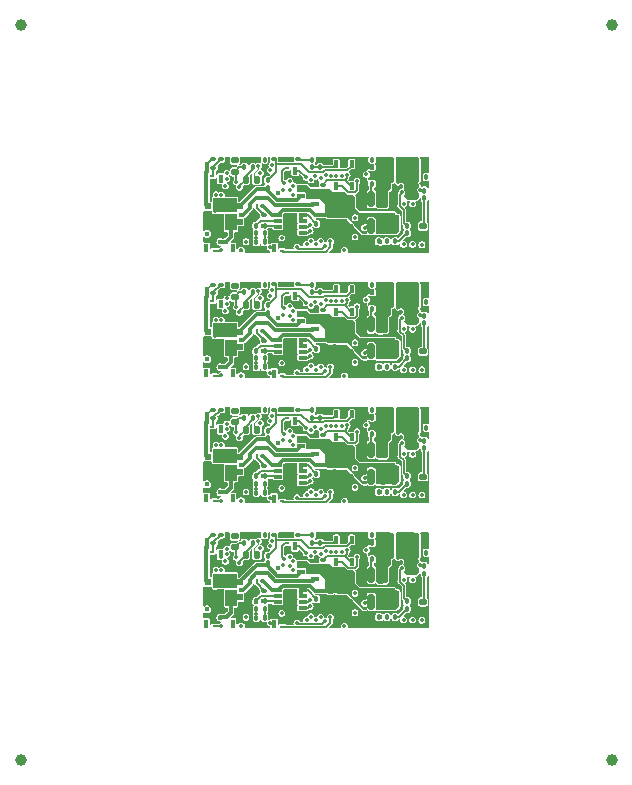
<source format=gtl>
G04 #@! TF.GenerationSoftware,KiCad,Pcbnew,8.0.8*
G04 #@! TF.CreationDate,2025-01-20T15:59:28-05:00*
G04 #@! TF.ProjectId,panel,70616e65-6c2e-46b6-9963-61645f706362,rev?*
G04 #@! TF.SameCoordinates,Original*
G04 #@! TF.FileFunction,Copper,L1,Top*
G04 #@! TF.FilePolarity,Positive*
%FSLAX46Y46*%
G04 Gerber Fmt 4.6, Leading zero omitted, Abs format (unit mm)*
G04 Created by KiCad (PCBNEW 8.0.8) date 2025-01-20 15:59:28*
%MOMM*%
%LPD*%
G01*
G04 APERTURE LIST*
G04 Aperture macros list*
%AMRoundRect*
0 Rectangle with rounded corners*
0 $1 Rounding radius*
0 $2 $3 $4 $5 $6 $7 $8 $9 X,Y pos of 4 corners*
0 Add a 4 corners polygon primitive as box body*
4,1,4,$2,$3,$4,$5,$6,$7,$8,$9,$2,$3,0*
0 Add four circle primitives for the rounded corners*
1,1,$1+$1,$2,$3*
1,1,$1+$1,$4,$5*
1,1,$1+$1,$6,$7*
1,1,$1+$1,$8,$9*
0 Add four rect primitives between the rounded corners*
20,1,$1+$1,$2,$3,$4,$5,0*
20,1,$1+$1,$4,$5,$6,$7,0*
20,1,$1+$1,$6,$7,$8,$9,0*
20,1,$1+$1,$8,$9,$2,$3,0*%
G04 Aperture macros list end*
G04 #@! TA.AperFunction,SMDPad,CuDef*
%ADD10R,0.400000X0.250000*%
G04 #@! TD*
G04 #@! TA.AperFunction,SMDPad,CuDef*
%ADD11R,0.400000X0.700000*%
G04 #@! TD*
G04 #@! TA.AperFunction,SMDPad,CuDef*
%ADD12RoundRect,0.100000X-0.100000X0.130000X-0.100000X-0.130000X0.100000X-0.130000X0.100000X0.130000X0*%
G04 #@! TD*
G04 #@! TA.AperFunction,SMDPad,CuDef*
%ADD13RoundRect,0.100000X0.100000X-0.130000X0.100000X0.130000X-0.100000X0.130000X-0.100000X-0.130000X0*%
G04 #@! TD*
G04 #@! TA.AperFunction,SMDPad,CuDef*
%ADD14R,0.700000X0.300000*%
G04 #@! TD*
G04 #@! TA.AperFunction,SMDPad,CuDef*
%ADD15R,1.000000X1.700000*%
G04 #@! TD*
G04 #@! TA.AperFunction,SMDPad,CuDef*
%ADD16RoundRect,0.150000X0.150000X-0.512500X0.150000X0.512500X-0.150000X0.512500X-0.150000X-0.512500X0*%
G04 #@! TD*
G04 #@! TA.AperFunction,SMDPad,CuDef*
%ADD17R,1.000000X1.400000*%
G04 #@! TD*
G04 #@! TA.AperFunction,SMDPad,CuDef*
%ADD18R,0.550000X0.500000*%
G04 #@! TD*
G04 #@! TA.AperFunction,SMDPad,CuDef*
%ADD19R,2.020000X1.200000*%
G04 #@! TD*
G04 #@! TA.AperFunction,SMDPad,CuDef*
%ADD20R,0.630000X0.550000*%
G04 #@! TD*
G04 #@! TA.AperFunction,SMDPad,CuDef*
%ADD21R,0.870000X1.400000*%
G04 #@! TD*
G04 #@! TA.AperFunction,SMDPad,CuDef*
%ADD22RoundRect,0.225000X-0.250000X0.225000X-0.250000X-0.225000X0.250000X-0.225000X0.250000X0.225000X0*%
G04 #@! TD*
G04 #@! TA.AperFunction,SMDPad,CuDef*
%ADD23RoundRect,0.100000X-0.130000X-0.100000X0.130000X-0.100000X0.130000X0.100000X-0.130000X0.100000X0*%
G04 #@! TD*
G04 #@! TA.AperFunction,SMDPad,CuDef*
%ADD24RoundRect,0.100000X0.130000X0.100000X-0.130000X0.100000X-0.130000X-0.100000X0.130000X-0.100000X0*%
G04 #@! TD*
G04 #@! TA.AperFunction,SMDPad,CuDef*
%ADD25RoundRect,0.147500X0.172500X-0.147500X0.172500X0.147500X-0.172500X0.147500X-0.172500X-0.147500X0*%
G04 #@! TD*
G04 #@! TA.AperFunction,SMDPad,CuDef*
%ADD26R,0.250000X0.400000*%
G04 #@! TD*
G04 #@! TA.AperFunction,SMDPad,CuDef*
%ADD27R,0.700000X0.400000*%
G04 #@! TD*
G04 #@! TA.AperFunction,SMDPad,CuDef*
%ADD28RoundRect,0.250000X-0.375000X-0.850000X0.375000X-0.850000X0.375000X0.850000X-0.375000X0.850000X0*%
G04 #@! TD*
G04 #@! TA.AperFunction,SMDPad,CuDef*
%ADD29RoundRect,0.050000X-0.300000X0.150000X-0.300000X-0.150000X0.300000X-0.150000X0.300000X0.150000X0*%
G04 #@! TD*
G04 #@! TA.AperFunction,SMDPad,CuDef*
%ADD30RoundRect,0.147500X-0.147500X-0.172500X0.147500X-0.172500X0.147500X0.172500X-0.147500X0.172500X0*%
G04 #@! TD*
G04 #@! TA.AperFunction,SMDPad,CuDef*
%ADD31C,1.000000*%
G04 #@! TD*
G04 #@! TA.AperFunction,SMDPad,CuDef*
%ADD32RoundRect,0.100000X-0.100000X0.225000X-0.100000X-0.225000X0.100000X-0.225000X0.100000X0.225000X0*%
G04 #@! TD*
G04 #@! TA.AperFunction,ViaPad*
%ADD33C,0.450000*%
G04 #@! TD*
G04 #@! TA.AperFunction,ViaPad*
%ADD34C,0.350000*%
G04 #@! TD*
G04 #@! TA.AperFunction,Conductor*
%ADD35C,0.150000*%
G04 #@! TD*
G04 #@! TA.AperFunction,Conductor*
%ADD36C,0.200000*%
G04 #@! TD*
G04 #@! TA.AperFunction,Conductor*
%ADD37C,0.300000*%
G04 #@! TD*
G04 #@! TA.AperFunction,Conductor*
%ADD38C,0.350000*%
G04 #@! TD*
G04 #@! TA.AperFunction,Conductor*
%ADD39C,0.120000*%
G04 #@! TD*
G04 APERTURE END LIST*
D10*
G04 #@! TO.P,Q1,1,G*
G04 #@! TO.N,Board_3-Net-(Q1-G)*
X26200000Y-48485000D03*
G04 #@! TO.P,Q1,2,S*
G04 #@! TO.N,Board_3-GND*
X26200000Y-48935000D03*
D11*
G04 #@! TO.P,Q1,3,D*
G04 #@! TO.N,Board_3-/GPIO21*
X26900000Y-48710000D03*
G04 #@! TD*
D12*
G04 #@! TO.P,C2,1*
G04 #@! TO.N,Board_0-+3.3V*
X41680000Y-22210000D03*
G04 #@! TO.P,C2,2*
G04 #@! TO.N,Board_0-GND*
X41680000Y-22850000D03*
G04 #@! TD*
D13*
G04 #@! TO.P,R17,1*
G04 #@! TO.N,Board_0-/COMP_N*
X35330000Y-15920000D03*
G04 #@! TO.P,R17,2*
G04 #@! TO.N,Board_0-GND*
X35330000Y-15280000D03*
G04 #@! TD*
D14*
G04 #@! TO.P,U4,1,VM*
G04 #@! TO.N,Board_0-/CAP_VDC*
X31750000Y-19960000D03*
G04 #@! TO.P,U4,2,OUT1*
G04 #@! TO.N,Board_0-/MOTOR_A*
X31750000Y-20460000D03*
G04 #@! TO.P,U4,3,OUT2*
G04 #@! TO.N,Board_0-/MOTOR_B*
X31750000Y-20960000D03*
G04 #@! TO.P,U4,4,GND*
G04 #@! TO.N,Board_0-GND*
X31750000Y-21460000D03*
G04 #@! TO.P,U4,5,IN2*
G04 #@! TO.N,Board_0-/GPIO22*
X33850000Y-21460000D03*
G04 #@! TO.P,U4,6,IN1*
G04 #@! TO.N,Board_0-/GPIO23*
X33850000Y-20960000D03*
G04 #@! TO.P,U4,7,nSLEEP*
G04 #@! TO.N,Board_0-+3.3V*
X33850000Y-20460000D03*
G04 #@! TO.P,U4,8,VCC*
X33850000Y-19960000D03*
D15*
G04 #@! TO.P,U4,9,GND*
G04 #@! TO.N,Board_0-GND*
X32800000Y-20710000D03*
G04 #@! TD*
D16*
G04 #@! TO.P,U2,1,FB*
G04 #@! TO.N,Board_3-+3.3V*
X39670000Y-52717500D03*
G04 #@! TO.P,U2,2,EN*
G04 #@! TO.N,Board_3-/CAP_VDC*
X40620000Y-52717500D03*
G04 #@! TO.P,U2,3,IN*
X41570000Y-52717500D03*
G04 #@! TO.P,U2,4,GND*
G04 #@! TO.N,Board_3-GND*
X41570000Y-50442500D03*
G04 #@! TO.P,U2,5,SW*
G04 #@! TO.N,Board_3-/SWITCH*
X40620000Y-50442500D03*
G04 #@! TO.P,U2,6,BST*
G04 #@! TO.N,Board_3-Net-(U2-BST)*
X39670000Y-50442500D03*
G04 #@! TD*
D13*
G04 #@! TO.P,C6,1*
G04 #@! TO.N,Board_2-Net-(U2-BST)*
X39730000Y-38520000D03*
G04 #@! TO.P,C6,2*
G04 #@! TO.N,Board_2-/SWITCH*
X39730000Y-37880000D03*
G04 #@! TD*
G04 #@! TO.P,C20,1*
G04 #@! TO.N,Board_2-/SPEAKER_N*
X29620000Y-37120000D03*
G04 #@! TO.P,C20,2*
G04 #@! TO.N,Board_2-GND*
X29620000Y-36480000D03*
G04 #@! TD*
D17*
G04 #@! TO.P,D1,1*
G04 #@! TO.N,Board_0-/TRACK_RIGHT*
X27780000Y-20600000D03*
D18*
X28530000Y-20550000D03*
G04 #@! TO.P,D1,2,+*
G04 #@! TO.N,Board_0-VDC*
X28530000Y-19250000D03*
D19*
X27270000Y-19150000D03*
D20*
G04 #@! TO.P,D1,3*
G04 #@! TO.N,Board_0-/TRACK_LEFT*
X25795000Y-19250000D03*
D21*
G04 #@! TO.P,D1,4,-*
G04 #@! TO.N,Board_0-GND*
X26650000Y-20600000D03*
D20*
X25795000Y-20550000D03*
G04 #@! TD*
D13*
G04 #@! TO.P,C22,1*
G04 #@! TO.N,Board_0-/SPEAKER_P*
X28920000Y-15920000D03*
G04 #@! TO.P,C22,2*
G04 #@! TO.N,Board_0-GND*
X28920000Y-15280000D03*
G04 #@! TD*
D10*
G04 #@! TO.P,Q1,1,G*
G04 #@! TO.N,Board_2-Net-(Q1-G)*
X26200000Y-37885000D03*
G04 #@! TO.P,Q1,2,S*
G04 #@! TO.N,Board_2-GND*
X26200000Y-38335000D03*
D11*
G04 #@! TO.P,Q1,3,D*
G04 #@! TO.N,Board_2-/GPIO21*
X26900000Y-38110000D03*
G04 #@! TD*
D22*
G04 #@! TO.P,C9,1*
G04 #@! TO.N,Board_1-+3.3V*
X43080000Y-28825000D03*
G04 #@! TO.P,C9,2*
G04 #@! TO.N,Board_1-GND*
X43080000Y-30375000D03*
G04 #@! TD*
D13*
G04 #@! TO.P,C20,1*
G04 #@! TO.N,Board_0-/SPEAKER_N*
X29620000Y-15920000D03*
G04 #@! TO.P,C20,2*
G04 #@! TO.N,Board_0-GND*
X29620000Y-15280000D03*
G04 #@! TD*
D23*
G04 #@! TO.P,C5,1*
G04 #@! TO.N,Board_2-GND*
X34939189Y-38598771D03*
G04 #@! TO.P,C5,2*
G04 #@! TO.N,Board_2-+3.3V*
X35579189Y-38598771D03*
G04 #@! TD*
D12*
G04 #@! TO.P,C21,1*
G04 #@! TO.N,Board_2-+3.3V*
X30640000Y-36480000D03*
G04 #@! TO.P,C21,2*
G04 #@! TO.N,Board_2-GND*
X30640000Y-37120000D03*
G04 #@! TD*
D22*
G04 #@! TO.P,C4,1*
G04 #@! TO.N,Board_3-/CAP_VDC*
X37670000Y-51405000D03*
G04 #@! TO.P,C4,2*
G04 #@! TO.N,Board_3-GND*
X37670000Y-52955000D03*
G04 #@! TD*
D23*
G04 #@! TO.P,C5,1*
G04 #@! TO.N,Board_1-GND*
X34939189Y-27998771D03*
G04 #@! TO.P,C5,2*
G04 #@! TO.N,Board_1-+3.3V*
X35579189Y-27998771D03*
G04 #@! TD*
D24*
G04 #@! TO.P,R2,1*
G04 #@! TO.N,Board_3-GND*
X26940000Y-47760000D03*
G04 #@! TO.P,R2,2*
G04 #@! TO.N,Board_3-Net-(Q1-G)*
X26300000Y-47760000D03*
G04 #@! TD*
D13*
G04 #@! TO.P,R17,1*
G04 #@! TO.N,Board_2-/COMP_N*
X35330000Y-37120000D03*
G04 #@! TO.P,R17,2*
G04 #@! TO.N,Board_2-GND*
X35330000Y-36480000D03*
G04 #@! TD*
G04 #@! TO.P,R14,1*
G04 #@! TO.N,Board_0-GND*
X30630000Y-22920000D03*
G04 #@! TO.P,R14,2*
G04 #@! TO.N,Board_0-/ADC_EMF_B*
X30630000Y-22280000D03*
G04 #@! TD*
G04 #@! TO.P,R13,1*
G04 #@! TO.N,Board_3-/ADC_EMF_B*
X30630000Y-53320000D03*
G04 #@! TO.P,R13,2*
G04 #@! TO.N,Board_3-/MOTOR_B*
X30630000Y-52680000D03*
G04 #@! TD*
D22*
G04 #@! TO.P,C18,1*
G04 #@! TO.N,Board_0-/CAP_VDC*
X36210000Y-19595000D03*
G04 #@! TO.P,C18,2*
G04 #@! TO.N,Board_0-GND*
X36210000Y-21145000D03*
G04 #@! TD*
D13*
G04 #@! TO.P,R9,1*
G04 #@! TO.N,Board_2-Net-(D2-A)*
X44160000Y-39740000D03*
G04 #@! TO.P,R9,2*
G04 #@! TO.N,Board_2-Net-(U3-GPIO12)*
X44160000Y-39100000D03*
G04 #@! TD*
D24*
G04 #@! TO.P,R1,1*
G04 #@! TO.N,Board_1-Net-(Q1-G)*
X26910000Y-25860000D03*
G04 #@! TO.P,R1,2*
G04 #@! TO.N,Board_1-/TRACK_LEFT*
X26270000Y-25860000D03*
G04 #@! TD*
D13*
G04 #@! TO.P,R3,1*
G04 #@! TO.N,Board_0-VDC*
X30920000Y-17660000D03*
G04 #@! TO.P,R3,2*
G04 #@! TO.N,Board_0-/COMP_P*
X30920000Y-17020000D03*
G04 #@! TD*
D24*
G04 #@! TO.P,C15,1*
G04 #@! TO.N,Board_0-/CAP_ENABLE*
X30590114Y-20011246D03*
G04 #@! TO.P,C15,2*
G04 #@! TO.N,Board_0-GND*
X29950114Y-20011246D03*
G04 #@! TD*
D13*
G04 #@! TO.P,C3,1*
G04 #@! TO.N,Board_2-Net-(C3-Pad1)*
X44330000Y-37970000D03*
G04 #@! TO.P,C3,2*
G04 #@! TO.N,Board_2-GND*
X44330000Y-37330000D03*
G04 #@! TD*
D10*
G04 #@! TO.P,Q3,1,G*
G04 #@! TO.N,Board_3-/GPIO26*
X26390000Y-54800000D03*
G04 #@! TO.P,Q3,2,S*
G04 #@! TO.N,Board_3-GND*
X26390000Y-54350000D03*
D11*
G04 #@! TO.P,Q3,3,D*
G04 #@! TO.N,Board_3-/LAMP_FRONT*
X25690000Y-54575000D03*
G04 #@! TD*
D13*
G04 #@! TO.P,R14,1*
G04 #@! TO.N,Board_3-GND*
X30630000Y-54720000D03*
G04 #@! TO.P,R14,2*
G04 #@! TO.N,Board_3-/ADC_EMF_B*
X30630000Y-54080000D03*
G04 #@! TD*
D25*
G04 #@! TO.P,D2,1,K*
G04 #@! TO.N,Board_1-GND*
X44020000Y-32495000D03*
G04 #@! TO.P,D2,2,A*
G04 #@! TO.N,Board_1-Net-(D2-A)*
X44020000Y-31525000D03*
G04 #@! TD*
D12*
G04 #@! TO.P,C17,1*
G04 #@! TO.N,Board_3-+3.3V*
X39730000Y-47080000D03*
G04 #@! TO.P,C17,2*
G04 #@! TO.N,Board_3-GND*
X39730000Y-47720000D03*
G04 #@! TD*
D10*
G04 #@! TO.P,Q4,1,G*
G04 #@! TO.N,Board_3-/AUX10*
X32510000Y-47785000D03*
G04 #@! TO.P,Q4,2,S*
G04 #@! TO.N,Board_3-GND*
X32510000Y-48235000D03*
D11*
G04 #@! TO.P,Q4,3,D*
G04 #@! TO.N,Board_3-/BOOT*
X33210000Y-48010000D03*
G04 #@! TD*
D13*
G04 #@! TO.P,C3,1*
G04 #@! TO.N,Board_0-Net-(C3-Pad1)*
X44330000Y-16770000D03*
G04 #@! TO.P,C3,2*
G04 #@! TO.N,Board_0-GND*
X44330000Y-16130000D03*
G04 #@! TD*
D24*
G04 #@! TO.P,R1,1*
G04 #@! TO.N,Board_0-Net-(Q1-G)*
X26910000Y-15260000D03*
G04 #@! TO.P,R1,2*
G04 #@! TO.N,Board_0-/TRACK_LEFT*
X26270000Y-15260000D03*
G04 #@! TD*
D12*
G04 #@! TO.P,C7,1*
G04 #@! TO.N,Board_2-+1V1*
X40280000Y-43410000D03*
G04 #@! TO.P,C7,2*
G04 #@! TO.N,Board_2-GND*
X40280000Y-44050000D03*
G04 #@! TD*
D13*
G04 #@! TO.P,R11,1*
G04 #@! TO.N,Board_2-/ADC_EMF_A*
X29930000Y-42720000D03*
G04 #@! TO.P,R11,2*
G04 #@! TO.N,Board_2-/MOTOR_A*
X29930000Y-42080000D03*
G04 #@! TD*
D12*
G04 #@! TO.P,C21,1*
G04 #@! TO.N,Board_3-+3.3V*
X30640000Y-47080000D03*
G04 #@! TO.P,C21,2*
G04 #@! TO.N,Board_3-GND*
X30640000Y-47720000D03*
G04 #@! TD*
D13*
G04 #@! TO.P,R13,1*
G04 #@! TO.N,Board_1-/ADC_EMF_B*
X30630000Y-32120000D03*
G04 #@! TO.P,R13,2*
G04 #@! TO.N,Board_1-/MOTOR_B*
X30630000Y-31480000D03*
G04 #@! TD*
G04 #@! TO.P,R9,1*
G04 #@! TO.N,Board_0-Net-(D2-A)*
X44160000Y-18540000D03*
G04 #@! TO.P,R9,2*
G04 #@! TO.N,Board_0-Net-(U3-GPIO12)*
X44160000Y-17900000D03*
G04 #@! TD*
D26*
G04 #@! TO.P,Q7,1,G*
G04 #@! TO.N,Board_2-/CAP_ENABLE*
X29965000Y-40400000D03*
G04 #@! TO.P,Q7,2,S*
G04 #@! TO.N,Board_2-/CAP_VDC*
X30415000Y-40400000D03*
D27*
G04 #@! TO.P,Q7,3,D*
G04 #@! TO.N,Board_2-/CAP+*
X30190000Y-39700000D03*
G04 #@! TD*
D25*
G04 #@! TO.P,FB1,1*
G04 #@! TO.N,Board_2-/SPEAKER_P*
X28100000Y-37515000D03*
G04 #@! TO.P,FB1,2*
G04 #@! TO.N,Board_2-Net-(U5-OUTP)*
X28100000Y-36545000D03*
G04 #@! TD*
D10*
G04 #@! TO.P,Q6,1,G*
G04 #@! TO.N,Board_0-/GPIO27*
X28630000Y-22995000D03*
G04 #@! TO.P,Q6,2,S*
G04 #@! TO.N,Board_0-GND*
X28630000Y-22545000D03*
D11*
G04 #@! TO.P,Q6,3,D*
G04 #@! TO.N,Board_0-/LAMP_REAR*
X27930000Y-22770000D03*
G04 #@! TD*
D12*
G04 #@! TO.P,C7,1*
G04 #@! TO.N,Board_1-+1V1*
X40280000Y-32810000D03*
G04 #@! TO.P,C7,2*
G04 #@! TO.N,Board_1-GND*
X40280000Y-33450000D03*
G04 #@! TD*
D10*
G04 #@! TO.P,Q3,1,G*
G04 #@! TO.N,Board_0-/GPIO26*
X26390000Y-23000000D03*
G04 #@! TO.P,Q3,2,S*
G04 #@! TO.N,Board_0-GND*
X26390000Y-22550000D03*
D11*
G04 #@! TO.P,Q3,3,D*
G04 #@! TO.N,Board_0-/LAMP_FRONT*
X25690000Y-22775000D03*
G04 #@! TD*
D23*
G04 #@! TO.P,C5,1*
G04 #@! TO.N,Board_0-GND*
X34939189Y-17398771D03*
G04 #@! TO.P,C5,2*
G04 #@! TO.N,Board_0-+3.3V*
X35579189Y-17398771D03*
G04 #@! TD*
D13*
G04 #@! TO.P,C20,1*
G04 #@! TO.N,Board_1-/SPEAKER_N*
X29620000Y-26520000D03*
G04 #@! TO.P,C20,2*
G04 #@! TO.N,Board_1-GND*
X29620000Y-25880000D03*
G04 #@! TD*
D28*
G04 #@! TO.P,L1,1,1*
G04 #@! TO.N,Board_3-/SWITCH*
X40955000Y-47970000D03*
G04 #@! TO.P,L1,2,2*
G04 #@! TO.N,Board_3-+3.3V*
X43105000Y-47970000D03*
G04 #@! TD*
D29*
G04 #@! TO.P,D4,1,K*
G04 #@! TO.N,Board_1-/CAP_VDC*
X33680000Y-28260000D03*
G04 #@! TO.P,D4,2,A*
G04 #@! TO.N,Board_1-VDC*
X33680000Y-28960000D03*
G04 #@! TD*
D30*
G04 #@! TO.P,FB2,1*
G04 #@! TO.N,Board_0-/SPEAKER_N*
X29015000Y-16980000D03*
G04 #@! TO.P,FB2,2*
G04 #@! TO.N,Board_0-Net-(U5-OUTN)*
X29985000Y-16980000D03*
G04 #@! TD*
D22*
G04 #@! TO.P,C18,1*
G04 #@! TO.N,Board_2-/CAP_VDC*
X36210000Y-40795000D03*
G04 #@! TO.P,C18,2*
G04 #@! TO.N,Board_2-GND*
X36210000Y-42345000D03*
G04 #@! TD*
D10*
G04 #@! TO.P,Q4,1,G*
G04 #@! TO.N,Board_0-/AUX10*
X32510000Y-15985000D03*
G04 #@! TO.P,Q4,2,S*
G04 #@! TO.N,Board_0-GND*
X32510000Y-16435000D03*
D11*
G04 #@! TO.P,Q4,3,D*
G04 #@! TO.N,Board_0-/BOOT*
X33210000Y-16210000D03*
G04 #@! TD*
D10*
G04 #@! TO.P,Q3,1,G*
G04 #@! TO.N,Board_2-/GPIO26*
X26390000Y-44200000D03*
G04 #@! TO.P,Q3,2,S*
G04 #@! TO.N,Board_2-GND*
X26390000Y-43750000D03*
D11*
G04 #@! TO.P,Q3,3,D*
G04 #@! TO.N,Board_2-/LAMP_FRONT*
X25690000Y-43975000D03*
G04 #@! TD*
D10*
G04 #@! TO.P,Q1,1,G*
G04 #@! TO.N,Board_0-Net-(Q1-G)*
X26200000Y-16685000D03*
G04 #@! TO.P,Q1,2,S*
G04 #@! TO.N,Board_0-GND*
X26200000Y-17135000D03*
D11*
G04 #@! TO.P,Q1,3,D*
G04 #@! TO.N,Board_0-/GPIO21*
X26900000Y-16910000D03*
G04 #@! TD*
D14*
G04 #@! TO.P,U4,1,VM*
G04 #@! TO.N,Board_2-/CAP_VDC*
X31750000Y-41160000D03*
G04 #@! TO.P,U4,2,OUT1*
G04 #@! TO.N,Board_2-/MOTOR_A*
X31750000Y-41660000D03*
G04 #@! TO.P,U4,3,OUT2*
G04 #@! TO.N,Board_2-/MOTOR_B*
X31750000Y-42160000D03*
G04 #@! TO.P,U4,4,GND*
G04 #@! TO.N,Board_2-GND*
X31750000Y-42660000D03*
G04 #@! TO.P,U4,5,IN2*
G04 #@! TO.N,Board_2-/GPIO22*
X33850000Y-42660000D03*
G04 #@! TO.P,U4,6,IN1*
G04 #@! TO.N,Board_2-/GPIO23*
X33850000Y-42160000D03*
G04 #@! TO.P,U4,7,nSLEEP*
G04 #@! TO.N,Board_2-+3.3V*
X33850000Y-41660000D03*
G04 #@! TO.P,U4,8,VCC*
X33850000Y-41160000D03*
D15*
G04 #@! TO.P,U4,9,GND*
G04 #@! TO.N,Board_2-GND*
X32800000Y-41910000D03*
G04 #@! TD*
D10*
G04 #@! TO.P,Q4,1,G*
G04 #@! TO.N,Board_1-/AUX10*
X32510000Y-26585000D03*
G04 #@! TO.P,Q4,2,S*
G04 #@! TO.N,Board_1-GND*
X32510000Y-27035000D03*
D11*
G04 #@! TO.P,Q4,3,D*
G04 #@! TO.N,Board_1-/BOOT*
X33210000Y-26810000D03*
G04 #@! TD*
D12*
G04 #@! TO.P,C2,1*
G04 #@! TO.N,Board_3-+3.3V*
X41680000Y-54010000D03*
G04 #@! TO.P,C2,2*
G04 #@! TO.N,Board_3-GND*
X41680000Y-54650000D03*
G04 #@! TD*
D17*
G04 #@! TO.P,D1,1*
G04 #@! TO.N,Board_3-/TRACK_RIGHT*
X27780000Y-52400000D03*
D18*
X28530000Y-52350000D03*
G04 #@! TO.P,D1,2,+*
G04 #@! TO.N,Board_3-VDC*
X28530000Y-51050000D03*
D19*
X27270000Y-50950000D03*
D20*
G04 #@! TO.P,D1,3*
G04 #@! TO.N,Board_3-/TRACK_LEFT*
X25795000Y-51050000D03*
D21*
G04 #@! TO.P,D1,4,-*
G04 #@! TO.N,Board_3-GND*
X26650000Y-52400000D03*
D20*
X25795000Y-52350000D03*
G04 #@! TD*
D28*
G04 #@! TO.P,L1,1,1*
G04 #@! TO.N,Board_1-/SWITCH*
X40955000Y-26770000D03*
G04 #@! TO.P,L1,2,2*
G04 #@! TO.N,Board_1-+3.3V*
X43105000Y-26770000D03*
G04 #@! TD*
D12*
G04 #@! TO.P,C7,1*
G04 #@! TO.N,Board_0-+1V1*
X40280000Y-22210000D03*
G04 #@! TO.P,C7,2*
G04 #@! TO.N,Board_0-GND*
X40280000Y-22850000D03*
G04 #@! TD*
D26*
G04 #@! TO.P,Q7,1,G*
G04 #@! TO.N,Board_1-/CAP_ENABLE*
X29965000Y-29800000D03*
G04 #@! TO.P,Q7,2,S*
G04 #@! TO.N,Board_1-/CAP_VDC*
X30415000Y-29800000D03*
D27*
G04 #@! TO.P,Q7,3,D*
G04 #@! TO.N,Board_1-/CAP+*
X30190000Y-29100000D03*
G04 #@! TD*
D12*
G04 #@! TO.P,C17,1*
G04 #@! TO.N,Board_1-+3.3V*
X39730000Y-25880000D03*
G04 #@! TO.P,C17,2*
G04 #@! TO.N,Board_1-GND*
X39730000Y-26520000D03*
G04 #@! TD*
D31*
G04 #@! TO.P,KiKit_FID_T_4,*
G04 #@! TO.N,*
X60000000Y-66150000D03*
G04 #@! TD*
D13*
G04 #@! TO.P,R13,1*
G04 #@! TO.N,Board_2-/ADC_EMF_B*
X30630000Y-42720000D03*
G04 #@! TO.P,R13,2*
G04 #@! TO.N,Board_2-/MOTOR_B*
X30630000Y-42080000D03*
G04 #@! TD*
D12*
G04 #@! TO.P,R16,1*
G04 #@! TO.N,Board_1-+3.3V*
X34630000Y-25880000D03*
G04 #@! TO.P,R16,2*
G04 #@! TO.N,Board_1-/COMP_N*
X34630000Y-26520000D03*
G04 #@! TD*
G04 #@! TO.P,C13,1*
G04 #@! TO.N,Board_3-+3.3V*
X40980000Y-54010000D03*
G04 #@! TO.P,C13,2*
G04 #@! TO.N,Board_3-GND*
X40980000Y-54650000D03*
G04 #@! TD*
D24*
G04 #@! TO.P,C16,1*
G04 #@! TO.N,Board_0-+3.3V*
X33480000Y-15250000D03*
G04 #@! TO.P,C16,2*
G04 #@! TO.N,Board_0-GND*
X32840000Y-15250000D03*
G04 #@! TD*
D12*
G04 #@! TO.P,C2,1*
G04 #@! TO.N,Board_1-+3.3V*
X41680000Y-32810000D03*
G04 #@! TO.P,C2,2*
G04 #@! TO.N,Board_1-GND*
X41680000Y-33450000D03*
G04 #@! TD*
D29*
G04 #@! TO.P,D3,1,K*
G04 #@! TO.N,Board_3-/CAP_VDC*
X34880000Y-50100001D03*
G04 #@! TO.P,D3,2,A*
G04 #@! TO.N,Board_3-/CAP+*
X34880000Y-50799999D03*
G04 #@! TD*
D13*
G04 #@! TO.P,R9,1*
G04 #@! TO.N,Board_1-Net-(D2-A)*
X44160000Y-29140000D03*
G04 #@! TO.P,R9,2*
G04 #@! TO.N,Board_1-Net-(U3-GPIO12)*
X44160000Y-28500000D03*
G04 #@! TD*
D29*
G04 #@! TO.P,D4,1,K*
G04 #@! TO.N,Board_3-/CAP_VDC*
X33680000Y-49460000D03*
G04 #@! TO.P,D4,2,A*
G04 #@! TO.N,Board_3-VDC*
X33680000Y-50160000D03*
G04 #@! TD*
D13*
G04 #@! TO.P,C22,1*
G04 #@! TO.N,Board_1-/SPEAKER_P*
X28920000Y-26520000D03*
G04 #@! TO.P,C22,2*
G04 #@! TO.N,Board_1-GND*
X28920000Y-25880000D03*
G04 #@! TD*
D12*
G04 #@! TO.P,R16,1*
G04 #@! TO.N,Board_0-+3.3V*
X34630000Y-15280000D03*
G04 #@! TO.P,R16,2*
G04 #@! TO.N,Board_0-/COMP_N*
X34630000Y-15920000D03*
G04 #@! TD*
D29*
G04 #@! TO.P,D3,1,K*
G04 #@! TO.N,Board_0-/CAP_VDC*
X34880000Y-18300001D03*
G04 #@! TO.P,D3,2,A*
G04 #@! TO.N,Board_0-/CAP+*
X34880000Y-18999999D03*
G04 #@! TD*
D28*
G04 #@! TO.P,L1,1,1*
G04 #@! TO.N,Board_2-/SWITCH*
X40955000Y-37370000D03*
G04 #@! TO.P,L1,2,2*
G04 #@! TO.N,Board_2-+3.3V*
X43105000Y-37370000D03*
G04 #@! TD*
D12*
G04 #@! TO.P,C19,1*
G04 #@! TO.N,Board_0-+3.3V*
X35020000Y-20700000D03*
G04 #@! TO.P,C19,2*
G04 #@! TO.N,Board_0-GND*
X35020000Y-21340000D03*
G04 #@! TD*
D31*
G04 #@! TO.P,KiKit_FID_T_2,*
G04 #@! TO.N,*
X60000000Y-3850000D03*
G04 #@! TD*
D26*
G04 #@! TO.P,Q7,1,G*
G04 #@! TO.N,Board_3-/CAP_ENABLE*
X29965000Y-51000000D03*
G04 #@! TO.P,Q7,2,S*
G04 #@! TO.N,Board_3-/CAP_VDC*
X30415000Y-51000000D03*
D27*
G04 #@! TO.P,Q7,3,D*
G04 #@! TO.N,Board_3-/CAP+*
X30190000Y-50300000D03*
G04 #@! TD*
D12*
G04 #@! TO.P,C7,1*
G04 #@! TO.N,Board_3-+1V1*
X40280000Y-54010000D03*
G04 #@! TO.P,C7,2*
G04 #@! TO.N,Board_3-GND*
X40280000Y-54650000D03*
G04 #@! TD*
G04 #@! TO.P,R16,1*
G04 #@! TO.N,Board_3-+3.3V*
X34630000Y-47080000D03*
G04 #@! TO.P,R16,2*
G04 #@! TO.N,Board_3-/COMP_N*
X34630000Y-47720000D03*
G04 #@! TD*
D13*
G04 #@! TO.P,C6,1*
G04 #@! TO.N,Board_0-Net-(U2-BST)*
X39730000Y-17320000D03*
G04 #@! TO.P,C6,2*
G04 #@! TO.N,Board_0-/SWITCH*
X39730000Y-16680000D03*
G04 #@! TD*
G04 #@! TO.P,R17,1*
G04 #@! TO.N,Board_3-/COMP_N*
X35330000Y-47720000D03*
G04 #@! TO.P,R17,2*
G04 #@! TO.N,Board_3-GND*
X35330000Y-47080000D03*
G04 #@! TD*
D24*
G04 #@! TO.P,R2,1*
G04 #@! TO.N,Board_1-GND*
X26940000Y-26560000D03*
G04 #@! TO.P,R2,2*
G04 #@! TO.N,Board_1-Net-(Q1-G)*
X26300000Y-26560000D03*
G04 #@! TD*
D13*
G04 #@! TO.P,R12,1*
G04 #@! TO.N,Board_1-GND*
X29930000Y-33520000D03*
G04 #@! TO.P,R12,2*
G04 #@! TO.N,Board_1-/ADC_EMF_A*
X29930000Y-32880000D03*
G04 #@! TD*
D10*
G04 #@! TO.P,Q2,1,G*
G04 #@! TO.N,Board_1-/GPIO24*
X32130000Y-33625000D03*
G04 #@! TO.P,Q2,2,S*
G04 #@! TO.N,Board_1-GND*
X32130000Y-33175000D03*
D11*
G04 #@! TO.P,Q2,3,D*
G04 #@! TO.N,Board_1-/AUX1 (VDC)*
X31430000Y-33400000D03*
G04 #@! TD*
D12*
G04 #@! TO.P,R15,1*
G04 #@! TO.N,Board_0-/BOOT*
X42680000Y-20870000D03*
G04 #@! TO.P,R15,2*
G04 #@! TO.N,Board_0-+3.3V*
X42680000Y-21510000D03*
G04 #@! TD*
G04 #@! TO.P,C17,1*
G04 #@! TO.N,Board_2-+3.3V*
X39730000Y-36480000D03*
G04 #@! TO.P,C17,2*
G04 #@! TO.N,Board_2-GND*
X39730000Y-37120000D03*
G04 #@! TD*
D24*
G04 #@! TO.P,R1,1*
G04 #@! TO.N,Board_2-Net-(Q1-G)*
X26910000Y-36460000D03*
G04 #@! TO.P,R1,2*
G04 #@! TO.N,Board_2-/TRACK_LEFT*
X26270000Y-36460000D03*
G04 #@! TD*
D23*
G04 #@! TO.P,R4,1*
G04 #@! TO.N,Board_3-/COMP_P*
X31440000Y-47050000D03*
G04 #@! TO.P,R4,2*
G04 #@! TO.N,Board_3-GND*
X32080000Y-47050000D03*
G04 #@! TD*
D24*
G04 #@! TO.P,R1,1*
G04 #@! TO.N,Board_3-Net-(Q1-G)*
X26910000Y-47060000D03*
G04 #@! TO.P,R1,2*
G04 #@! TO.N,Board_3-/TRACK_LEFT*
X26270000Y-47060000D03*
G04 #@! TD*
D30*
G04 #@! TO.P,FB2,1*
G04 #@! TO.N,Board_2-/SPEAKER_N*
X29015000Y-38180000D03*
G04 #@! TO.P,FB2,2*
G04 #@! TO.N,Board_2-Net-(U5-OUTN)*
X29985000Y-38180000D03*
G04 #@! TD*
D14*
G04 #@! TO.P,U4,1,VM*
G04 #@! TO.N,Board_3-/CAP_VDC*
X31750000Y-51760000D03*
G04 #@! TO.P,U4,2,OUT1*
G04 #@! TO.N,Board_3-/MOTOR_A*
X31750000Y-52260000D03*
G04 #@! TO.P,U4,3,OUT2*
G04 #@! TO.N,Board_3-/MOTOR_B*
X31750000Y-52760000D03*
G04 #@! TO.P,U4,4,GND*
G04 #@! TO.N,Board_3-GND*
X31750000Y-53260000D03*
G04 #@! TO.P,U4,5,IN2*
G04 #@! TO.N,Board_3-/GPIO22*
X33850000Y-53260000D03*
G04 #@! TO.P,U4,6,IN1*
G04 #@! TO.N,Board_3-/GPIO23*
X33850000Y-52760000D03*
G04 #@! TO.P,U4,7,nSLEEP*
G04 #@! TO.N,Board_3-+3.3V*
X33850000Y-52260000D03*
G04 #@! TO.P,U4,8,VCC*
X33850000Y-51760000D03*
D15*
G04 #@! TO.P,U4,9,GND*
G04 #@! TO.N,Board_3-GND*
X32800000Y-52510000D03*
G04 #@! TD*
D24*
G04 #@! TO.P,C15,1*
G04 #@! TO.N,Board_3-/CAP_ENABLE*
X30590114Y-51811246D03*
G04 #@! TO.P,C15,2*
G04 #@! TO.N,Board_3-GND*
X29950114Y-51811246D03*
G04 #@! TD*
D12*
G04 #@! TO.P,C17,1*
G04 #@! TO.N,Board_0-+3.3V*
X39730000Y-15280000D03*
G04 #@! TO.P,C17,2*
G04 #@! TO.N,Board_0-GND*
X39730000Y-15920000D03*
G04 #@! TD*
D13*
G04 #@! TO.P,R12,1*
G04 #@! TO.N,Board_3-GND*
X29930000Y-54720000D03*
G04 #@! TO.P,R12,2*
G04 #@! TO.N,Board_3-/ADC_EMF_A*
X29930000Y-54080000D03*
G04 #@! TD*
D25*
G04 #@! TO.P,FB1,1*
G04 #@! TO.N,Board_0-/SPEAKER_P*
X28100000Y-16315000D03*
G04 #@! TO.P,FB1,2*
G04 #@! TO.N,Board_0-Net-(U5-OUTP)*
X28100000Y-15345000D03*
G04 #@! TD*
D16*
G04 #@! TO.P,U2,1,FB*
G04 #@! TO.N,Board_0-+3.3V*
X39670000Y-20917500D03*
G04 #@! TO.P,U2,2,EN*
G04 #@! TO.N,Board_0-/CAP_VDC*
X40620000Y-20917500D03*
G04 #@! TO.P,U2,3,IN*
X41570000Y-20917500D03*
G04 #@! TO.P,U2,4,GND*
G04 #@! TO.N,Board_0-GND*
X41570000Y-18642500D03*
G04 #@! TO.P,U2,5,SW*
G04 #@! TO.N,Board_0-/SWITCH*
X40620000Y-18642500D03*
G04 #@! TO.P,U2,6,BST*
G04 #@! TO.N,Board_0-Net-(U2-BST)*
X39670000Y-18642500D03*
G04 #@! TD*
D13*
G04 #@! TO.P,C3,1*
G04 #@! TO.N,Board_1-Net-(C3-Pad1)*
X44330000Y-27370000D03*
G04 #@! TO.P,C3,2*
G04 #@! TO.N,Board_1-GND*
X44330000Y-26730000D03*
G04 #@! TD*
D10*
G04 #@! TO.P,Q6,1,G*
G04 #@! TO.N,Board_3-/GPIO27*
X28630000Y-54795000D03*
G04 #@! TO.P,Q6,2,S*
G04 #@! TO.N,Board_3-GND*
X28630000Y-54345000D03*
D11*
G04 #@! TO.P,Q6,3,D*
G04 #@! TO.N,Board_3-/LAMP_REAR*
X27930000Y-54570000D03*
G04 #@! TD*
D23*
G04 #@! TO.P,R4,1*
G04 #@! TO.N,Board_0-/COMP_P*
X31440000Y-15250000D03*
G04 #@! TO.P,R4,2*
G04 #@! TO.N,Board_0-GND*
X32080000Y-15250000D03*
G04 #@! TD*
D12*
G04 #@! TO.P,C19,1*
G04 #@! TO.N,Board_3-+3.3V*
X35020000Y-52500000D03*
G04 #@! TO.P,C19,2*
G04 #@! TO.N,Board_3-GND*
X35020000Y-53140000D03*
G04 #@! TD*
D32*
G04 #@! TO.P,U6,1,+*
G04 #@! TO.N,Board_1-/COMP_P*
X38010000Y-26250000D03*
G04 #@! TO.P,U6,2,V-*
G04 #@! TO.N,Board_1-GND*
X37360000Y-26250000D03*
G04 #@! TO.P,U6,3,-*
G04 #@! TO.N,Board_1-/COMP_N*
X36710000Y-26250000D03*
G04 #@! TO.P,U6,4*
G04 #@! TO.N,Board_1-/CAP_ENABLE*
X36710000Y-28150000D03*
G04 #@! TO.P,U6,5,V+*
G04 #@! TO.N,Board_1-+3.3V*
X38010000Y-28150000D03*
G04 #@! TD*
D29*
G04 #@! TO.P,D4,1,K*
G04 #@! TO.N,Board_0-/CAP_VDC*
X33680000Y-17660000D03*
G04 #@! TO.P,D4,2,A*
G04 #@! TO.N,Board_0-VDC*
X33680000Y-18360000D03*
G04 #@! TD*
D10*
G04 #@! TO.P,Q1,1,G*
G04 #@! TO.N,Board_1-Net-(Q1-G)*
X26200000Y-27285000D03*
G04 #@! TO.P,Q1,2,S*
G04 #@! TO.N,Board_1-GND*
X26200000Y-27735000D03*
D11*
G04 #@! TO.P,Q1,3,D*
G04 #@! TO.N,Board_1-/GPIO21*
X26900000Y-27510000D03*
G04 #@! TD*
D13*
G04 #@! TO.P,R14,1*
G04 #@! TO.N,Board_1-GND*
X30630000Y-33520000D03*
G04 #@! TO.P,R14,2*
G04 #@! TO.N,Board_1-/ADC_EMF_B*
X30630000Y-32880000D03*
G04 #@! TD*
D12*
G04 #@! TO.P,C13,1*
G04 #@! TO.N,Board_2-+3.3V*
X40980000Y-43410000D03*
G04 #@! TO.P,C13,2*
G04 #@! TO.N,Board_2-GND*
X40980000Y-44050000D03*
G04 #@! TD*
D24*
G04 #@! TO.P,C15,1*
G04 #@! TO.N,Board_1-/CAP_ENABLE*
X30590114Y-30611246D03*
G04 #@! TO.P,C15,2*
G04 #@! TO.N,Board_1-GND*
X29950114Y-30611246D03*
G04 #@! TD*
D12*
G04 #@! TO.P,R16,1*
G04 #@! TO.N,Board_2-+3.3V*
X34630000Y-36480000D03*
G04 #@! TO.P,R16,2*
G04 #@! TO.N,Board_2-/COMP_N*
X34630000Y-37120000D03*
G04 #@! TD*
D10*
G04 #@! TO.P,Q2,1,G*
G04 #@! TO.N,Board_0-/GPIO24*
X32130000Y-23025000D03*
G04 #@! TO.P,Q2,2,S*
G04 #@! TO.N,Board_0-GND*
X32130000Y-22575000D03*
D11*
G04 #@! TO.P,Q2,3,D*
G04 #@! TO.N,Board_0-/AUX1 (VDC)*
X31430000Y-22800000D03*
G04 #@! TD*
D12*
G04 #@! TO.P,R15,1*
G04 #@! TO.N,Board_2-/BOOT*
X42680000Y-42070000D03*
G04 #@! TO.P,R15,2*
G04 #@! TO.N,Board_2-+3.3V*
X42680000Y-42710000D03*
G04 #@! TD*
D13*
G04 #@! TO.P,R9,1*
G04 #@! TO.N,Board_3-Net-(D2-A)*
X44160000Y-50340000D03*
G04 #@! TO.P,R9,2*
G04 #@! TO.N,Board_3-Net-(U3-GPIO12)*
X44160000Y-49700000D03*
G04 #@! TD*
D22*
G04 #@! TO.P,C4,1*
G04 #@! TO.N,Board_0-/CAP_VDC*
X37670000Y-19605000D03*
G04 #@! TO.P,C4,2*
G04 #@! TO.N,Board_0-GND*
X37670000Y-21155000D03*
G04 #@! TD*
D29*
G04 #@! TO.P,D3,1,K*
G04 #@! TO.N,Board_1-/CAP_VDC*
X34880000Y-28900001D03*
G04 #@! TO.P,D3,2,A*
G04 #@! TO.N,Board_1-/CAP+*
X34880000Y-29599999D03*
G04 #@! TD*
D13*
G04 #@! TO.P,R11,1*
G04 #@! TO.N,Board_1-/ADC_EMF_A*
X29930000Y-32120000D03*
G04 #@! TO.P,R11,2*
G04 #@! TO.N,Board_1-/MOTOR_A*
X29930000Y-31480000D03*
G04 #@! TD*
G04 #@! TO.P,C22,1*
G04 #@! TO.N,Board_3-/SPEAKER_P*
X28920000Y-47720000D03*
G04 #@! TO.P,C22,2*
G04 #@! TO.N,Board_3-GND*
X28920000Y-47080000D03*
G04 #@! TD*
D25*
G04 #@! TO.P,FB1,1*
G04 #@! TO.N,Board_3-/SPEAKER_P*
X28100000Y-48115000D03*
G04 #@! TO.P,FB1,2*
G04 #@! TO.N,Board_3-Net-(U5-OUTP)*
X28100000Y-47145000D03*
G04 #@! TD*
D24*
G04 #@! TO.P,C16,1*
G04 #@! TO.N,Board_2-+3.3V*
X33480000Y-36450000D03*
G04 #@! TO.P,C16,2*
G04 #@! TO.N,Board_2-GND*
X32840000Y-36450000D03*
G04 #@! TD*
D14*
G04 #@! TO.P,U4,1,VM*
G04 #@! TO.N,Board_1-/CAP_VDC*
X31750000Y-30560000D03*
G04 #@! TO.P,U4,2,OUT1*
G04 #@! TO.N,Board_1-/MOTOR_A*
X31750000Y-31060000D03*
G04 #@! TO.P,U4,3,OUT2*
G04 #@! TO.N,Board_1-/MOTOR_B*
X31750000Y-31560000D03*
G04 #@! TO.P,U4,4,GND*
G04 #@! TO.N,Board_1-GND*
X31750000Y-32060000D03*
G04 #@! TO.P,U4,5,IN2*
G04 #@! TO.N,Board_1-/GPIO22*
X33850000Y-32060000D03*
G04 #@! TO.P,U4,6,IN1*
G04 #@! TO.N,Board_1-/GPIO23*
X33850000Y-31560000D03*
G04 #@! TO.P,U4,7,nSLEEP*
G04 #@! TO.N,Board_1-+3.3V*
X33850000Y-31060000D03*
G04 #@! TO.P,U4,8,VCC*
X33850000Y-30560000D03*
D15*
G04 #@! TO.P,U4,9,GND*
G04 #@! TO.N,Board_1-GND*
X32800000Y-31310000D03*
G04 #@! TD*
D10*
G04 #@! TO.P,Q2,1,G*
G04 #@! TO.N,Board_3-/GPIO24*
X32130000Y-54825000D03*
G04 #@! TO.P,Q2,2,S*
G04 #@! TO.N,Board_3-GND*
X32130000Y-54375000D03*
D11*
G04 #@! TO.P,Q2,3,D*
G04 #@! TO.N,Board_3-/AUX1 (VDC)*
X31430000Y-54600000D03*
G04 #@! TD*
D12*
G04 #@! TO.P,C19,1*
G04 #@! TO.N,Board_2-+3.3V*
X35020000Y-41900000D03*
G04 #@! TO.P,C19,2*
G04 #@! TO.N,Board_2-GND*
X35020000Y-42540000D03*
G04 #@! TD*
D25*
G04 #@! TO.P,D2,1,K*
G04 #@! TO.N,Board_2-GND*
X44020000Y-43095000D03*
G04 #@! TO.P,D2,2,A*
G04 #@! TO.N,Board_2-Net-(D2-A)*
X44020000Y-42125000D03*
G04 #@! TD*
D12*
G04 #@! TO.P,C21,1*
G04 #@! TO.N,Board_0-+3.3V*
X30640000Y-15280000D03*
G04 #@! TO.P,C21,2*
G04 #@! TO.N,Board_0-GND*
X30640000Y-15920000D03*
G04 #@! TD*
D24*
G04 #@! TO.P,C16,1*
G04 #@! TO.N,Board_3-+3.3V*
X33480000Y-47050000D03*
G04 #@! TO.P,C16,2*
G04 #@! TO.N,Board_3-GND*
X32840000Y-47050000D03*
G04 #@! TD*
D13*
G04 #@! TO.P,R12,1*
G04 #@! TO.N,Board_2-GND*
X29930000Y-44120000D03*
G04 #@! TO.P,R12,2*
G04 #@! TO.N,Board_2-/ADC_EMF_A*
X29930000Y-43480000D03*
G04 #@! TD*
D17*
G04 #@! TO.P,D1,1*
G04 #@! TO.N,Board_2-/TRACK_RIGHT*
X27780000Y-41800000D03*
D18*
X28530000Y-41750000D03*
G04 #@! TO.P,D1,2,+*
G04 #@! TO.N,Board_2-VDC*
X28530000Y-40450000D03*
D19*
X27270000Y-40350000D03*
D20*
G04 #@! TO.P,D1,3*
G04 #@! TO.N,Board_2-/TRACK_LEFT*
X25795000Y-40450000D03*
D21*
G04 #@! TO.P,D1,4,-*
G04 #@! TO.N,Board_2-GND*
X26650000Y-41800000D03*
D20*
X25795000Y-41750000D03*
G04 #@! TD*
D13*
G04 #@! TO.P,C3,1*
G04 #@! TO.N,Board_3-Net-(C3-Pad1)*
X44330000Y-48570000D03*
G04 #@! TO.P,C3,2*
G04 #@! TO.N,Board_3-GND*
X44330000Y-47930000D03*
G04 #@! TD*
G04 #@! TO.P,C20,1*
G04 #@! TO.N,Board_3-/SPEAKER_N*
X29620000Y-47720000D03*
G04 #@! TO.P,C20,2*
G04 #@! TO.N,Board_3-GND*
X29620000Y-47080000D03*
G04 #@! TD*
D23*
G04 #@! TO.P,C5,1*
G04 #@! TO.N,Board_3-GND*
X34939189Y-49198771D03*
G04 #@! TO.P,C5,2*
G04 #@! TO.N,Board_3-+3.3V*
X35579189Y-49198771D03*
G04 #@! TD*
D24*
G04 #@! TO.P,C15,1*
G04 #@! TO.N,Board_2-/CAP_ENABLE*
X30590114Y-41211246D03*
G04 #@! TO.P,C15,2*
G04 #@! TO.N,Board_2-GND*
X29950114Y-41211246D03*
G04 #@! TD*
D32*
G04 #@! TO.P,U6,1,+*
G04 #@! TO.N,Board_0-/COMP_P*
X38010000Y-15650000D03*
G04 #@! TO.P,U6,2,V-*
G04 #@! TO.N,Board_0-GND*
X37360000Y-15650000D03*
G04 #@! TO.P,U6,3,-*
G04 #@! TO.N,Board_0-/COMP_N*
X36710000Y-15650000D03*
G04 #@! TO.P,U6,4*
G04 #@! TO.N,Board_0-/CAP_ENABLE*
X36710000Y-17550000D03*
G04 #@! TO.P,U6,5,V+*
G04 #@! TO.N,Board_0-+3.3V*
X38010000Y-17550000D03*
G04 #@! TD*
D22*
G04 #@! TO.P,C18,1*
G04 #@! TO.N,Board_3-/CAP_VDC*
X36210000Y-51395000D03*
G04 #@! TO.P,C18,2*
G04 #@! TO.N,Board_3-GND*
X36210000Y-52945000D03*
G04 #@! TD*
D12*
G04 #@! TO.P,C13,1*
G04 #@! TO.N,Board_1-+3.3V*
X40980000Y-32810000D03*
G04 #@! TO.P,C13,2*
G04 #@! TO.N,Board_1-GND*
X40980000Y-33450000D03*
G04 #@! TD*
D29*
G04 #@! TO.P,D4,1,K*
G04 #@! TO.N,Board_2-/CAP_VDC*
X33680000Y-38860000D03*
G04 #@! TO.P,D4,2,A*
G04 #@! TO.N,Board_2-VDC*
X33680000Y-39560000D03*
G04 #@! TD*
D10*
G04 #@! TO.P,Q3,1,G*
G04 #@! TO.N,Board_1-/GPIO26*
X26390000Y-33600000D03*
G04 #@! TO.P,Q3,2,S*
G04 #@! TO.N,Board_1-GND*
X26390000Y-33150000D03*
D11*
G04 #@! TO.P,Q3,3,D*
G04 #@! TO.N,Board_1-/LAMP_FRONT*
X25690000Y-33375000D03*
G04 #@! TD*
D16*
G04 #@! TO.P,U2,1,FB*
G04 #@! TO.N,Board_2-+3.3V*
X39670000Y-42117500D03*
G04 #@! TO.P,U2,2,EN*
G04 #@! TO.N,Board_2-/CAP_VDC*
X40620000Y-42117500D03*
G04 #@! TO.P,U2,3,IN*
X41570000Y-42117500D03*
G04 #@! TO.P,U2,4,GND*
G04 #@! TO.N,Board_2-GND*
X41570000Y-39842500D03*
G04 #@! TO.P,U2,5,SW*
G04 #@! TO.N,Board_2-/SWITCH*
X40620000Y-39842500D03*
G04 #@! TO.P,U2,6,BST*
G04 #@! TO.N,Board_2-Net-(U2-BST)*
X39670000Y-39842500D03*
G04 #@! TD*
D10*
G04 #@! TO.P,Q6,1,G*
G04 #@! TO.N,Board_1-/GPIO27*
X28630000Y-33595000D03*
G04 #@! TO.P,Q6,2,S*
G04 #@! TO.N,Board_1-GND*
X28630000Y-33145000D03*
D11*
G04 #@! TO.P,Q6,3,D*
G04 #@! TO.N,Board_1-/LAMP_REAR*
X27930000Y-33370000D03*
G04 #@! TD*
D17*
G04 #@! TO.P,D1,1*
G04 #@! TO.N,Board_1-/TRACK_RIGHT*
X27780000Y-31200000D03*
D18*
X28530000Y-31150000D03*
G04 #@! TO.P,D1,2,+*
G04 #@! TO.N,Board_1-VDC*
X28530000Y-29850000D03*
D19*
X27270000Y-29750000D03*
D20*
G04 #@! TO.P,D1,3*
G04 #@! TO.N,Board_1-/TRACK_LEFT*
X25795000Y-29850000D03*
D21*
G04 #@! TO.P,D1,4,-*
G04 #@! TO.N,Board_1-GND*
X26650000Y-31200000D03*
D20*
X25795000Y-31150000D03*
G04 #@! TD*
D13*
G04 #@! TO.P,C6,1*
G04 #@! TO.N,Board_3-Net-(U2-BST)*
X39730000Y-49120000D03*
G04 #@! TO.P,C6,2*
G04 #@! TO.N,Board_3-/SWITCH*
X39730000Y-48480000D03*
G04 #@! TD*
D32*
G04 #@! TO.P,U6,1,+*
G04 #@! TO.N,Board_3-/COMP_P*
X38010000Y-47450000D03*
G04 #@! TO.P,U6,2,V-*
G04 #@! TO.N,Board_3-GND*
X37360000Y-47450000D03*
G04 #@! TO.P,U6,3,-*
G04 #@! TO.N,Board_3-/COMP_N*
X36710000Y-47450000D03*
G04 #@! TO.P,U6,4*
G04 #@! TO.N,Board_3-/CAP_ENABLE*
X36710000Y-49350000D03*
G04 #@! TO.P,U6,5,V+*
G04 #@! TO.N,Board_3-+3.3V*
X38010000Y-49350000D03*
G04 #@! TD*
D23*
G04 #@! TO.P,R4,1*
G04 #@! TO.N,Board_2-/COMP_P*
X31440000Y-36450000D03*
G04 #@! TO.P,R4,2*
G04 #@! TO.N,Board_2-GND*
X32080000Y-36450000D03*
G04 #@! TD*
D13*
G04 #@! TO.P,R11,1*
G04 #@! TO.N,Board_3-/ADC_EMF_A*
X29930000Y-53320000D03*
G04 #@! TO.P,R11,2*
G04 #@! TO.N,Board_3-/MOTOR_A*
X29930000Y-52680000D03*
G04 #@! TD*
D16*
G04 #@! TO.P,U2,1,FB*
G04 #@! TO.N,Board_1-+3.3V*
X39670000Y-31517500D03*
G04 #@! TO.P,U2,2,EN*
G04 #@! TO.N,Board_1-/CAP_VDC*
X40620000Y-31517500D03*
G04 #@! TO.P,U2,3,IN*
X41570000Y-31517500D03*
G04 #@! TO.P,U2,4,GND*
G04 #@! TO.N,Board_1-GND*
X41570000Y-29242500D03*
G04 #@! TO.P,U2,5,SW*
G04 #@! TO.N,Board_1-/SWITCH*
X40620000Y-29242500D03*
G04 #@! TO.P,U2,6,BST*
G04 #@! TO.N,Board_1-Net-(U2-BST)*
X39670000Y-29242500D03*
G04 #@! TD*
D13*
G04 #@! TO.P,R3,1*
G04 #@! TO.N,Board_1-VDC*
X30920000Y-28260000D03*
G04 #@! TO.P,R3,2*
G04 #@! TO.N,Board_1-/COMP_P*
X30920000Y-27620000D03*
G04 #@! TD*
D24*
G04 #@! TO.P,C16,1*
G04 #@! TO.N,Board_1-+3.3V*
X33480000Y-25850000D03*
G04 #@! TO.P,C16,2*
G04 #@! TO.N,Board_1-GND*
X32840000Y-25850000D03*
G04 #@! TD*
D30*
G04 #@! TO.P,FB2,1*
G04 #@! TO.N,Board_3-/SPEAKER_N*
X29015000Y-48780000D03*
G04 #@! TO.P,FB2,2*
G04 #@! TO.N,Board_3-Net-(U5-OUTN)*
X29985000Y-48780000D03*
G04 #@! TD*
D13*
G04 #@! TO.P,R3,1*
G04 #@! TO.N,Board_2-VDC*
X30920000Y-38860000D03*
G04 #@! TO.P,R3,2*
G04 #@! TO.N,Board_2-/COMP_P*
X30920000Y-38220000D03*
G04 #@! TD*
D22*
G04 #@! TO.P,C4,1*
G04 #@! TO.N,Board_1-/CAP_VDC*
X37670000Y-30205000D03*
G04 #@! TO.P,C4,2*
G04 #@! TO.N,Board_1-GND*
X37670000Y-31755000D03*
G04 #@! TD*
G04 #@! TO.P,C18,1*
G04 #@! TO.N,Board_1-/CAP_VDC*
X36210000Y-30195000D03*
G04 #@! TO.P,C18,2*
G04 #@! TO.N,Board_1-GND*
X36210000Y-31745000D03*
G04 #@! TD*
D13*
G04 #@! TO.P,C6,1*
G04 #@! TO.N,Board_1-Net-(U2-BST)*
X39730000Y-27920000D03*
G04 #@! TO.P,C6,2*
G04 #@! TO.N,Board_1-/SWITCH*
X39730000Y-27280000D03*
G04 #@! TD*
D31*
G04 #@! TO.P,KiKit_FID_T_1,*
G04 #@! TO.N,*
X10000000Y-3850000D03*
G04 #@! TD*
D13*
G04 #@! TO.P,R3,1*
G04 #@! TO.N,Board_3-VDC*
X30920000Y-49460000D03*
G04 #@! TO.P,R3,2*
G04 #@! TO.N,Board_3-/COMP_P*
X30920000Y-48820000D03*
G04 #@! TD*
D22*
G04 #@! TO.P,C9,1*
G04 #@! TO.N,Board_3-+3.3V*
X43080000Y-50025000D03*
G04 #@! TO.P,C9,2*
G04 #@! TO.N,Board_3-GND*
X43080000Y-51575000D03*
G04 #@! TD*
D23*
G04 #@! TO.P,R4,1*
G04 #@! TO.N,Board_1-/COMP_P*
X31440000Y-25850000D03*
G04 #@! TO.P,R4,2*
G04 #@! TO.N,Board_1-GND*
X32080000Y-25850000D03*
G04 #@! TD*
D25*
G04 #@! TO.P,D2,1,K*
G04 #@! TO.N,Board_0-GND*
X44020000Y-21895000D03*
G04 #@! TO.P,D2,2,A*
G04 #@! TO.N,Board_0-Net-(D2-A)*
X44020000Y-20925000D03*
G04 #@! TD*
D10*
G04 #@! TO.P,Q6,1,G*
G04 #@! TO.N,Board_2-/GPIO27*
X28630000Y-44195000D03*
G04 #@! TO.P,Q6,2,S*
G04 #@! TO.N,Board_2-GND*
X28630000Y-43745000D03*
D11*
G04 #@! TO.P,Q6,3,D*
G04 #@! TO.N,Board_2-/LAMP_REAR*
X27930000Y-43970000D03*
G04 #@! TD*
D26*
G04 #@! TO.P,Q7,1,G*
G04 #@! TO.N,Board_0-/CAP_ENABLE*
X29965000Y-19200000D03*
G04 #@! TO.P,Q7,2,S*
G04 #@! TO.N,Board_0-/CAP_VDC*
X30415000Y-19200000D03*
D27*
G04 #@! TO.P,Q7,3,D*
G04 #@! TO.N,Board_0-/CAP+*
X30190000Y-18500000D03*
G04 #@! TD*
D12*
G04 #@! TO.P,C19,1*
G04 #@! TO.N,Board_1-+3.3V*
X35020000Y-31300000D03*
G04 #@! TO.P,C19,2*
G04 #@! TO.N,Board_1-GND*
X35020000Y-31940000D03*
G04 #@! TD*
D13*
G04 #@! TO.P,R11,1*
G04 #@! TO.N,Board_0-/ADC_EMF_A*
X29930000Y-21520000D03*
G04 #@! TO.P,R11,2*
G04 #@! TO.N,Board_0-/MOTOR_A*
X29930000Y-20880000D03*
G04 #@! TD*
D12*
G04 #@! TO.P,C2,1*
G04 #@! TO.N,Board_2-+3.3V*
X41680000Y-43410000D03*
G04 #@! TO.P,C2,2*
G04 #@! TO.N,Board_2-GND*
X41680000Y-44050000D03*
G04 #@! TD*
G04 #@! TO.P,C13,1*
G04 #@! TO.N,Board_0-+3.3V*
X40980000Y-22210000D03*
G04 #@! TO.P,C13,2*
G04 #@! TO.N,Board_0-GND*
X40980000Y-22850000D03*
G04 #@! TD*
D28*
G04 #@! TO.P,L1,1,1*
G04 #@! TO.N,Board_0-/SWITCH*
X40955000Y-16170000D03*
G04 #@! TO.P,L1,2,2*
G04 #@! TO.N,Board_0-+3.3V*
X43105000Y-16170000D03*
G04 #@! TD*
D22*
G04 #@! TO.P,C9,1*
G04 #@! TO.N,Board_0-+3.3V*
X43080000Y-18225000D03*
G04 #@! TO.P,C9,2*
G04 #@! TO.N,Board_0-GND*
X43080000Y-19775000D03*
G04 #@! TD*
D25*
G04 #@! TO.P,FB1,1*
G04 #@! TO.N,Board_1-/SPEAKER_P*
X28100000Y-26915000D03*
G04 #@! TO.P,FB1,2*
G04 #@! TO.N,Board_1-Net-(U5-OUTP)*
X28100000Y-25945000D03*
G04 #@! TD*
D13*
G04 #@! TO.P,R17,1*
G04 #@! TO.N,Board_1-/COMP_N*
X35330000Y-26520000D03*
G04 #@! TO.P,R17,2*
G04 #@! TO.N,Board_1-GND*
X35330000Y-25880000D03*
G04 #@! TD*
G04 #@! TO.P,C22,1*
G04 #@! TO.N,Board_2-/SPEAKER_P*
X28920000Y-37120000D03*
G04 #@! TO.P,C22,2*
G04 #@! TO.N,Board_2-GND*
X28920000Y-36480000D03*
G04 #@! TD*
D22*
G04 #@! TO.P,C4,1*
G04 #@! TO.N,Board_2-/CAP_VDC*
X37670000Y-40805000D03*
G04 #@! TO.P,C4,2*
G04 #@! TO.N,Board_2-GND*
X37670000Y-42355000D03*
G04 #@! TD*
G04 #@! TO.P,C9,1*
G04 #@! TO.N,Board_2-+3.3V*
X43080000Y-39425000D03*
G04 #@! TO.P,C9,2*
G04 #@! TO.N,Board_2-GND*
X43080000Y-40975000D03*
G04 #@! TD*
D10*
G04 #@! TO.P,Q2,1,G*
G04 #@! TO.N,Board_2-/GPIO24*
X32130000Y-44225000D03*
G04 #@! TO.P,Q2,2,S*
G04 #@! TO.N,Board_2-GND*
X32130000Y-43775000D03*
D11*
G04 #@! TO.P,Q2,3,D*
G04 #@! TO.N,Board_2-/AUX1 (VDC)*
X31430000Y-44000000D03*
G04 #@! TD*
D29*
G04 #@! TO.P,D3,1,K*
G04 #@! TO.N,Board_2-/CAP_VDC*
X34880000Y-39500001D03*
G04 #@! TO.P,D3,2,A*
G04 #@! TO.N,Board_2-/CAP+*
X34880000Y-40199999D03*
G04 #@! TD*
D12*
G04 #@! TO.P,R15,1*
G04 #@! TO.N,Board_1-/BOOT*
X42680000Y-31470000D03*
G04 #@! TO.P,R15,2*
G04 #@! TO.N,Board_1-+3.3V*
X42680000Y-32110000D03*
G04 #@! TD*
D25*
G04 #@! TO.P,D2,1,K*
G04 #@! TO.N,Board_3-GND*
X44020000Y-53695000D03*
G04 #@! TO.P,D2,2,A*
G04 #@! TO.N,Board_3-Net-(D2-A)*
X44020000Y-52725000D03*
G04 #@! TD*
D24*
G04 #@! TO.P,R2,1*
G04 #@! TO.N,Board_0-GND*
X26940000Y-15960000D03*
G04 #@! TO.P,R2,2*
G04 #@! TO.N,Board_0-Net-(Q1-G)*
X26300000Y-15960000D03*
G04 #@! TD*
D12*
G04 #@! TO.P,R15,1*
G04 #@! TO.N,Board_3-/BOOT*
X42680000Y-52670000D03*
G04 #@! TO.P,R15,2*
G04 #@! TO.N,Board_3-+3.3V*
X42680000Y-53310000D03*
G04 #@! TD*
D30*
G04 #@! TO.P,FB2,1*
G04 #@! TO.N,Board_1-/SPEAKER_N*
X29015000Y-27580000D03*
G04 #@! TO.P,FB2,2*
G04 #@! TO.N,Board_1-Net-(U5-OUTN)*
X29985000Y-27580000D03*
G04 #@! TD*
D13*
G04 #@! TO.P,R12,1*
G04 #@! TO.N,Board_0-GND*
X29930000Y-22920000D03*
G04 #@! TO.P,R12,2*
G04 #@! TO.N,Board_0-/ADC_EMF_A*
X29930000Y-22280000D03*
G04 #@! TD*
G04 #@! TO.P,R13,1*
G04 #@! TO.N,Board_0-/ADC_EMF_B*
X30630000Y-21520000D03*
G04 #@! TO.P,R13,2*
G04 #@! TO.N,Board_0-/MOTOR_B*
X30630000Y-20880000D03*
G04 #@! TD*
D32*
G04 #@! TO.P,U6,1,+*
G04 #@! TO.N,Board_2-/COMP_P*
X38010000Y-36850000D03*
G04 #@! TO.P,U6,2,V-*
G04 #@! TO.N,Board_2-GND*
X37360000Y-36850000D03*
G04 #@! TO.P,U6,3,-*
G04 #@! TO.N,Board_2-/COMP_N*
X36710000Y-36850000D03*
G04 #@! TO.P,U6,4*
G04 #@! TO.N,Board_2-/CAP_ENABLE*
X36710000Y-38750000D03*
G04 #@! TO.P,U6,5,V+*
G04 #@! TO.N,Board_2-+3.3V*
X38010000Y-38750000D03*
G04 #@! TD*
D24*
G04 #@! TO.P,R2,1*
G04 #@! TO.N,Board_2-GND*
X26940000Y-37160000D03*
G04 #@! TO.P,R2,2*
G04 #@! TO.N,Board_2-Net-(Q1-G)*
X26300000Y-37160000D03*
G04 #@! TD*
D10*
G04 #@! TO.P,Q4,1,G*
G04 #@! TO.N,Board_2-/AUX10*
X32510000Y-37185000D03*
G04 #@! TO.P,Q4,2,S*
G04 #@! TO.N,Board_2-GND*
X32510000Y-37635000D03*
D11*
G04 #@! TO.P,Q4,3,D*
G04 #@! TO.N,Board_2-/BOOT*
X33210000Y-37410000D03*
G04 #@! TD*
D31*
G04 #@! TO.P,KiKit_FID_T_3,*
G04 #@! TO.N,*
X10000000Y-66150000D03*
G04 #@! TD*
D12*
G04 #@! TO.P,C21,1*
G04 #@! TO.N,Board_1-+3.3V*
X30640000Y-25880000D03*
G04 #@! TO.P,C21,2*
G04 #@! TO.N,Board_1-GND*
X30640000Y-26520000D03*
G04 #@! TD*
D13*
G04 #@! TO.P,R14,1*
G04 #@! TO.N,Board_2-GND*
X30630000Y-44120000D03*
G04 #@! TO.P,R14,2*
G04 #@! TO.N,Board_2-/ADC_EMF_B*
X30630000Y-43480000D03*
G04 #@! TD*
D33*
G04 #@! TO.N,Board_0-+1V1*
X40438678Y-22227818D03*
X31782420Y-18088192D03*
D34*
G04 #@! TO.N,Board_0-+3.3V*
X33490000Y-15249997D03*
X40980000Y-22210000D03*
X37390000Y-22975000D03*
X39090000Y-21035000D03*
X30630003Y-15273512D03*
X41680000Y-22255002D03*
D33*
X43290000Y-17889994D03*
X25760000Y-21570000D03*
X33723931Y-20225733D03*
D34*
X39730000Y-15280000D03*
X37614700Y-16561949D03*
D33*
X42730000Y-17885002D03*
D34*
X32080000Y-21900000D03*
G04 #@! TO.N,Board_0-/ADC_EMF_A*
X34175000Y-22455000D03*
X29920000Y-21946135D03*
G04 #@! TO.N,Board_0-/ADC_EMF_B*
X34555388Y-22196336D03*
X30630095Y-22105405D03*
G04 #@! TO.N,Board_0-/AUX1 (VDC)*
X29050000Y-22230000D03*
X31112361Y-22715000D03*
G04 #@! TO.N,Board_0-/AUX10*
X27314998Y-17510000D03*
X32249333Y-17274619D03*
G04 #@! TO.N,Board_0-/AUX11*
X27431496Y-16899858D03*
X34550000Y-17010000D03*
G04 #@! TO.N,Board_0-/AUX12*
X34935000Y-16710000D03*
X27420000Y-16439999D03*
G04 #@! TO.N,Board_0-/AUX3*
X35413785Y-16870000D03*
X26510000Y-18264998D03*
G04 #@! TO.N,Board_0-/AUX4*
X26970002Y-18264230D03*
X35791778Y-16607848D03*
G04 #@! TO.N,Board_0-/BOOT*
X42240000Y-18060001D03*
X34142715Y-16796175D03*
D33*
G04 #@! TO.N,Board_0-/CAP+*
X28615002Y-19964998D03*
D34*
G04 #@! TO.N,Board_0-/CAP_ENABLE*
X38280001Y-20197414D03*
X38441343Y-17125469D03*
X30465113Y-19904963D03*
G04 #@! TO.N,Board_0-/GPIO21*
X38276274Y-21840000D03*
X26910907Y-17090907D03*
G04 #@! TO.N,Board_0-/GPIO22*
X34490000Y-21300000D03*
G04 #@! TO.N,Board_0-/GPIO23*
X34489998Y-20780000D03*
G04 #@! TO.N,Board_0-/GPIO24*
X36200000Y-22210000D03*
G04 #@! TO.N,Board_0-/GPIO25*
X33360000Y-22715000D03*
X35770000Y-22560000D03*
G04 #@! TO.N,Board_0-/GPIO26*
X26970000Y-22960000D03*
X35375000Y-22210000D03*
G04 #@! TO.N,Board_0-/GPIO27*
X34960000Y-22455000D03*
X28630000Y-22975000D03*
G04 #@! TO.N,Board_0-/I2S_BCLK*
X36707564Y-16670000D03*
X31104996Y-16204816D03*
G04 #@! TO.N,Board_0-/I2S_DIN*
X37167567Y-16670000D03*
X31231473Y-15762546D03*
G04 #@! TO.N,Board_0-/I2S_LRCLK*
X30263312Y-16393134D03*
X36247562Y-16670001D03*
G04 #@! TO.N,Board_0-/LAMP_FRONT*
X25690000Y-22775000D03*
G04 #@! TO.N,Board_0-/LAMP_REAR*
X27930000Y-22940000D03*
D33*
G04 #@! TO.N,Board_0-/MOTOR_A*
X29880000Y-20910000D03*
G04 #@! TO.N,Board_0-/MOTOR_B*
X30465000Y-20875000D03*
D34*
G04 #@! TO.N,Board_0-/SPEAKER_N*
X28500000Y-17620000D03*
G04 #@! TO.N,Board_0-/SPEAKER_P*
X28217623Y-17165000D03*
D33*
G04 #@! TO.N,Board_0-/TRACK_LEFT*
X25770000Y-15660000D03*
X25740838Y-16272157D03*
G04 #@! TO.N,Board_0-/TRACK_RIGHT*
X26877865Y-22253652D03*
X27380000Y-22250000D03*
D34*
G04 #@! TO.N,Board_0-GND*
X42165000Y-17555000D03*
X39730000Y-15920000D03*
D33*
X26730000Y-21191190D03*
X28333412Y-18111131D03*
X36560000Y-20510000D03*
X26720000Y-20500000D03*
D34*
X33728136Y-17149687D03*
D33*
X28920000Y-15280000D03*
X26549580Y-17720247D03*
X37629908Y-21195092D03*
D34*
X29945002Y-22975000D03*
X41650000Y-17540000D03*
D33*
X28817298Y-21450000D03*
D34*
X30719108Y-16455201D03*
D33*
X41948440Y-19654065D03*
D34*
X32080000Y-15250000D03*
D33*
X44325000Y-16130000D03*
D34*
X27425000Y-15360000D03*
X32840000Y-15249997D03*
D33*
X43090000Y-19900000D03*
D34*
G04 #@! TO.N,Board_0-Net-(C3-Pad1)*
X44330000Y-16770000D03*
G04 #@! TO.N,Board_0-Net-(U1-CLK)*
X43150000Y-22460000D03*
X32791571Y-17882851D03*
G04 #@! TO.N,Board_0-Net-(U1-DI(IO0))*
X32750916Y-17090001D03*
X43945009Y-22475000D03*
G04 #@! TO.N,Board_0-Net-(U1-DO(IO1))*
X42419161Y-19035839D03*
X33030884Y-17490000D03*
G04 #@! TO.N,Board_0-Net-(U1-IO2)*
X32215007Y-17818061D03*
X43150000Y-19040000D03*
G04 #@! TO.N,Board_0-Net-(U1-IO3)*
X42400000Y-22460000D03*
X33040000Y-18270000D03*
G04 #@! TO.N,Board_0-Net-(U3-GPIO12)*
X39245001Y-16543197D03*
X43816288Y-17835002D03*
G04 #@! TO.N,Board_0-Net-(U5-OUTN)*
X30104999Y-15787138D03*
G04 #@! TO.N,Board_0-Net-(U5-OUTP)*
X28100000Y-15345000D03*
G04 #@! TO.N,Board_0-VDC*
X26420000Y-19610000D03*
D33*
G04 #@! TO.N,Board_1-+1V1*
X31782420Y-28688192D03*
X40438678Y-32827818D03*
D34*
G04 #@! TO.N,Board_1-+3.3V*
X40980000Y-32810000D03*
X39090000Y-31635000D03*
X39730000Y-25880000D03*
D33*
X25760000Y-32170000D03*
D34*
X37390000Y-33575000D03*
X37614700Y-27161949D03*
X33490000Y-25849997D03*
X41680000Y-32855002D03*
X30630003Y-25873512D03*
D33*
X33723931Y-30825733D03*
X43290000Y-28489994D03*
D34*
X32080000Y-32500000D03*
D33*
X42730000Y-28485002D03*
D34*
G04 #@! TO.N,Board_1-/ADC_EMF_A*
X29920000Y-32546135D03*
X34175000Y-33055000D03*
G04 #@! TO.N,Board_1-/ADC_EMF_B*
X34555388Y-32796336D03*
X30630095Y-32705405D03*
G04 #@! TO.N,Board_1-/AUX1 (VDC)*
X31112361Y-33315000D03*
X29050000Y-32830000D03*
G04 #@! TO.N,Board_1-/AUX10*
X27314998Y-28110000D03*
X32249333Y-27874619D03*
G04 #@! TO.N,Board_1-/AUX11*
X27431496Y-27499858D03*
X34550000Y-27610000D03*
G04 #@! TO.N,Board_1-/AUX12*
X27420000Y-27039999D03*
X34935000Y-27310000D03*
G04 #@! TO.N,Board_1-/AUX3*
X35413785Y-27470000D03*
X26510000Y-28864998D03*
G04 #@! TO.N,Board_1-/AUX4*
X35791778Y-27207848D03*
X26970002Y-28864230D03*
G04 #@! TO.N,Board_1-/BOOT*
X34142715Y-27396175D03*
X42240000Y-28660001D03*
D33*
G04 #@! TO.N,Board_1-/CAP+*
X28615002Y-30564998D03*
D34*
G04 #@! TO.N,Board_1-/CAP_ENABLE*
X38280001Y-30797414D03*
X38441343Y-27725469D03*
X30465113Y-30504963D03*
G04 #@! TO.N,Board_1-/GPIO21*
X26910907Y-27690907D03*
X38276274Y-32440000D03*
G04 #@! TO.N,Board_1-/GPIO22*
X34490000Y-31900000D03*
G04 #@! TO.N,Board_1-/GPIO23*
X34489998Y-31380000D03*
G04 #@! TO.N,Board_1-/GPIO24*
X36200000Y-32810000D03*
G04 #@! TO.N,Board_1-/GPIO25*
X33360000Y-33315000D03*
X35770000Y-33160000D03*
G04 #@! TO.N,Board_1-/GPIO26*
X26970000Y-33560000D03*
X35375000Y-32810000D03*
G04 #@! TO.N,Board_1-/GPIO27*
X34960000Y-33055000D03*
X28630000Y-33575000D03*
G04 #@! TO.N,Board_1-/I2S_BCLK*
X31104996Y-26804816D03*
X36707564Y-27270000D03*
G04 #@! TO.N,Board_1-/I2S_DIN*
X31231473Y-26362546D03*
X37167567Y-27270000D03*
G04 #@! TO.N,Board_1-/I2S_LRCLK*
X36247562Y-27270001D03*
X30263312Y-26993134D03*
G04 #@! TO.N,Board_1-/LAMP_FRONT*
X25690000Y-33375000D03*
G04 #@! TO.N,Board_1-/LAMP_REAR*
X27930000Y-33540000D03*
D33*
G04 #@! TO.N,Board_1-/MOTOR_A*
X29880000Y-31510000D03*
G04 #@! TO.N,Board_1-/MOTOR_B*
X30465000Y-31475000D03*
D34*
G04 #@! TO.N,Board_1-/SPEAKER_N*
X28500000Y-28220000D03*
G04 #@! TO.N,Board_1-/SPEAKER_P*
X28217623Y-27765000D03*
D33*
G04 #@! TO.N,Board_1-/TRACK_LEFT*
X25770000Y-26260000D03*
X25740838Y-26872157D03*
G04 #@! TO.N,Board_1-/TRACK_RIGHT*
X27380000Y-32850000D03*
X26877865Y-32853652D03*
G04 #@! TO.N,Board_1-GND*
X26549580Y-28320247D03*
X28817298Y-32050000D03*
X37629908Y-31795092D03*
D34*
X30719108Y-27055201D03*
X33728136Y-27749687D03*
X42165000Y-28155000D03*
D33*
X36560000Y-31110000D03*
X28333412Y-28711131D03*
X28920000Y-25880000D03*
D34*
X32080000Y-25850000D03*
X27425000Y-25960000D03*
D33*
X26720000Y-31100000D03*
D34*
X39730000Y-26520000D03*
X41650000Y-28140000D03*
D33*
X26730000Y-31791190D03*
X41948440Y-30254065D03*
D34*
X29945002Y-33575000D03*
D33*
X44325000Y-26730000D03*
X43090000Y-30500000D03*
D34*
X32840000Y-25849997D03*
G04 #@! TO.N,Board_1-Net-(C3-Pad1)*
X44330000Y-27370000D03*
G04 #@! TO.N,Board_1-Net-(U1-CLK)*
X32791571Y-28482851D03*
X43150000Y-33060000D03*
G04 #@! TO.N,Board_1-Net-(U1-DI(IO0))*
X32750916Y-27690001D03*
X43945009Y-33075000D03*
G04 #@! TO.N,Board_1-Net-(U1-DO(IO1))*
X33030884Y-28090000D03*
X42419161Y-29635839D03*
G04 #@! TO.N,Board_1-Net-(U1-IO2)*
X32215007Y-28418061D03*
X43150000Y-29640000D03*
G04 #@! TO.N,Board_1-Net-(U1-IO3)*
X33040000Y-28870000D03*
X42400000Y-33060000D03*
G04 #@! TO.N,Board_1-Net-(U3-GPIO12)*
X43816288Y-28435002D03*
X39245001Y-27143197D03*
G04 #@! TO.N,Board_1-Net-(U5-OUTN)*
X30104999Y-26387138D03*
G04 #@! TO.N,Board_1-Net-(U5-OUTP)*
X28100000Y-25945000D03*
G04 #@! TO.N,Board_1-VDC*
X26420000Y-30210000D03*
D33*
G04 #@! TO.N,Board_2-+1V1*
X40438678Y-43427818D03*
X31782420Y-39288192D03*
D34*
G04 #@! TO.N,Board_2-+3.3V*
X33490000Y-36449997D03*
X32080000Y-43100000D03*
X30630003Y-36473512D03*
D33*
X25760000Y-42770000D03*
D34*
X40980000Y-43410000D03*
X41680000Y-43455002D03*
X37390000Y-44175000D03*
X39730000Y-36480000D03*
X37614700Y-37761949D03*
X39090000Y-42235000D03*
D33*
X43290000Y-39089994D03*
X42730000Y-39085002D03*
X33723931Y-41425733D03*
D34*
G04 #@! TO.N,Board_2-/ADC_EMF_A*
X29920000Y-43146135D03*
X34175000Y-43655000D03*
G04 #@! TO.N,Board_2-/ADC_EMF_B*
X34555388Y-43396336D03*
X30630095Y-43305405D03*
G04 #@! TO.N,Board_2-/AUX1 (VDC)*
X29050000Y-43430000D03*
X31112361Y-43915000D03*
G04 #@! TO.N,Board_2-/AUX10*
X27314998Y-38710000D03*
X32249333Y-38474619D03*
G04 #@! TO.N,Board_2-/AUX11*
X34550000Y-38210000D03*
X27431496Y-38099858D03*
G04 #@! TO.N,Board_2-/AUX12*
X27420000Y-37639999D03*
X34935000Y-37910000D03*
G04 #@! TO.N,Board_2-/AUX3*
X35413785Y-38070000D03*
X26510000Y-39464998D03*
G04 #@! TO.N,Board_2-/AUX4*
X35791778Y-37807848D03*
X26970002Y-39464230D03*
G04 #@! TO.N,Board_2-/BOOT*
X34142715Y-37996175D03*
X42240000Y-39260001D03*
D33*
G04 #@! TO.N,Board_2-/CAP+*
X28615002Y-41164998D03*
D34*
G04 #@! TO.N,Board_2-/CAP_ENABLE*
X38441343Y-38325469D03*
X38280001Y-41397414D03*
X30465113Y-41104963D03*
G04 #@! TO.N,Board_2-/GPIO21*
X38276274Y-43040000D03*
X26910907Y-38290907D03*
G04 #@! TO.N,Board_2-/GPIO22*
X34490000Y-42500000D03*
G04 #@! TO.N,Board_2-/GPIO23*
X34489998Y-41980000D03*
G04 #@! TO.N,Board_2-/GPIO24*
X36200000Y-43410000D03*
G04 #@! TO.N,Board_2-/GPIO25*
X33360000Y-43915000D03*
X35770000Y-43760000D03*
G04 #@! TO.N,Board_2-/GPIO26*
X35375000Y-43410000D03*
X26970000Y-44160000D03*
G04 #@! TO.N,Board_2-/GPIO27*
X34960000Y-43655000D03*
X28630000Y-44175000D03*
G04 #@! TO.N,Board_2-/I2S_BCLK*
X36707564Y-37870000D03*
X31104996Y-37404816D03*
G04 #@! TO.N,Board_2-/I2S_DIN*
X37167567Y-37870000D03*
X31231473Y-36962546D03*
G04 #@! TO.N,Board_2-/I2S_LRCLK*
X30263312Y-37593134D03*
X36247562Y-37870001D03*
G04 #@! TO.N,Board_2-/LAMP_FRONT*
X25690000Y-43975000D03*
G04 #@! TO.N,Board_2-/LAMP_REAR*
X27930000Y-44140000D03*
D33*
G04 #@! TO.N,Board_2-/MOTOR_A*
X29880000Y-42110000D03*
G04 #@! TO.N,Board_2-/MOTOR_B*
X30465000Y-42075000D03*
D34*
G04 #@! TO.N,Board_2-/SPEAKER_N*
X28500000Y-38820000D03*
G04 #@! TO.N,Board_2-/SPEAKER_P*
X28217623Y-38365000D03*
D33*
G04 #@! TO.N,Board_2-/TRACK_LEFT*
X25740838Y-37472157D03*
X25770000Y-36860000D03*
G04 #@! TO.N,Board_2-/TRACK_RIGHT*
X27380000Y-43450000D03*
X26877865Y-43453652D03*
D34*
G04 #@! TO.N,Board_2-GND*
X29945002Y-44175000D03*
X32080000Y-36450000D03*
D33*
X28920000Y-36480000D03*
X44325000Y-37330000D03*
X41948440Y-40854065D03*
X28817298Y-42650000D03*
X26730000Y-42391190D03*
D34*
X39730000Y-37120000D03*
X42165000Y-38755000D03*
D33*
X28333412Y-39311131D03*
D34*
X27425000Y-36560000D03*
D33*
X36560000Y-41710000D03*
X26720000Y-41700000D03*
X37629908Y-42395092D03*
X26549580Y-38920247D03*
D34*
X30719108Y-37655201D03*
X33728136Y-38349687D03*
X41650000Y-38740000D03*
X32840000Y-36449997D03*
D33*
X43090000Y-41100000D03*
D34*
G04 #@! TO.N,Board_2-Net-(C3-Pad1)*
X44330000Y-37970000D03*
G04 #@! TO.N,Board_2-Net-(U1-CLK)*
X43150000Y-43660000D03*
X32791571Y-39082851D03*
G04 #@! TO.N,Board_2-Net-(U1-DI(IO0))*
X32750916Y-38290001D03*
X43945009Y-43675000D03*
G04 #@! TO.N,Board_2-Net-(U1-DO(IO1))*
X33030884Y-38690000D03*
X42419161Y-40235839D03*
G04 #@! TO.N,Board_2-Net-(U1-IO2)*
X43150000Y-40240000D03*
X32215007Y-39018061D03*
G04 #@! TO.N,Board_2-Net-(U1-IO3)*
X33040000Y-39470000D03*
X42400000Y-43660000D03*
G04 #@! TO.N,Board_2-Net-(U3-GPIO12)*
X43816288Y-39035002D03*
X39245001Y-37743197D03*
G04 #@! TO.N,Board_2-Net-(U5-OUTN)*
X30104999Y-36987138D03*
G04 #@! TO.N,Board_2-Net-(U5-OUTP)*
X28100000Y-36545000D03*
G04 #@! TO.N,Board_2-VDC*
X26420000Y-40810000D03*
D33*
G04 #@! TO.N,Board_3-+1V1*
X40438678Y-54027818D03*
X31782420Y-49888192D03*
G04 #@! TO.N,Board_3-+3.3V*
X33723931Y-52025733D03*
X25760000Y-53370000D03*
D34*
X33490000Y-47049997D03*
X37614700Y-48361949D03*
X32080000Y-53700000D03*
D33*
X43290000Y-49689994D03*
D34*
X30630003Y-47073512D03*
X39090000Y-52835000D03*
X40980000Y-54010000D03*
X39730000Y-47080000D03*
D33*
X42730000Y-49685002D03*
D34*
X37390000Y-54775000D03*
X41680000Y-54055002D03*
G04 #@! TO.N,Board_3-/ADC_EMF_A*
X34175000Y-54255000D03*
X29920000Y-53746135D03*
G04 #@! TO.N,Board_3-/ADC_EMF_B*
X34555388Y-53996336D03*
X30630095Y-53905405D03*
G04 #@! TO.N,Board_3-/AUX1 (VDC)*
X29050000Y-54030000D03*
X31112361Y-54515000D03*
G04 #@! TO.N,Board_3-/AUX10*
X27314998Y-49310000D03*
X32249333Y-49074619D03*
G04 #@! TO.N,Board_3-/AUX11*
X34550000Y-48810000D03*
X27431496Y-48699858D03*
G04 #@! TO.N,Board_3-/AUX12*
X27420000Y-48239999D03*
X34935000Y-48510000D03*
G04 #@! TO.N,Board_3-/AUX3*
X35413785Y-48670000D03*
X26510000Y-50064998D03*
G04 #@! TO.N,Board_3-/AUX4*
X26970002Y-50064230D03*
X35791778Y-48407848D03*
G04 #@! TO.N,Board_3-/BOOT*
X42240000Y-49860001D03*
X34142715Y-48596175D03*
D33*
G04 #@! TO.N,Board_3-/CAP+*
X28615002Y-51764998D03*
D34*
G04 #@! TO.N,Board_3-/CAP_ENABLE*
X38280001Y-51997414D03*
X30465113Y-51704963D03*
X38441343Y-48925469D03*
G04 #@! TO.N,Board_3-/GPIO21*
X38276274Y-53640000D03*
X26910907Y-48890907D03*
G04 #@! TO.N,Board_3-/GPIO22*
X34490000Y-53100000D03*
G04 #@! TO.N,Board_3-/GPIO23*
X34489998Y-52580000D03*
G04 #@! TO.N,Board_3-/GPIO24*
X36200000Y-54010000D03*
G04 #@! TO.N,Board_3-/GPIO25*
X35770000Y-54360000D03*
X33360000Y-54515000D03*
G04 #@! TO.N,Board_3-/GPIO26*
X35375000Y-54010000D03*
X26970000Y-54760000D03*
G04 #@! TO.N,Board_3-/GPIO27*
X28630000Y-54775000D03*
X34960000Y-54255000D03*
G04 #@! TO.N,Board_3-/I2S_BCLK*
X31104996Y-48004816D03*
X36707564Y-48470000D03*
G04 #@! TO.N,Board_3-/I2S_DIN*
X31231473Y-47562546D03*
X37167567Y-48470000D03*
G04 #@! TO.N,Board_3-/I2S_LRCLK*
X30263312Y-48193134D03*
X36247562Y-48470001D03*
G04 #@! TO.N,Board_3-/LAMP_FRONT*
X25690000Y-54575000D03*
G04 #@! TO.N,Board_3-/LAMP_REAR*
X27930000Y-54740000D03*
D33*
G04 #@! TO.N,Board_3-/MOTOR_A*
X29880000Y-52710000D03*
G04 #@! TO.N,Board_3-/MOTOR_B*
X30465000Y-52675000D03*
D34*
G04 #@! TO.N,Board_3-/SPEAKER_N*
X28500000Y-49420000D03*
G04 #@! TO.N,Board_3-/SPEAKER_P*
X28217623Y-48965000D03*
D33*
G04 #@! TO.N,Board_3-/TRACK_LEFT*
X25740838Y-48072157D03*
X25770000Y-47460000D03*
G04 #@! TO.N,Board_3-/TRACK_RIGHT*
X27380000Y-54050000D03*
X26877865Y-54053652D03*
G04 #@! TO.N,Board_3-GND*
X26720000Y-52300000D03*
X44325000Y-47930000D03*
D34*
X32840000Y-47049997D03*
D33*
X28817298Y-53250000D03*
D34*
X42165000Y-49355000D03*
X27425000Y-47160000D03*
X41650000Y-49340000D03*
X33728136Y-48949687D03*
X29945002Y-54775000D03*
D33*
X26730000Y-52991190D03*
D34*
X30719108Y-48255201D03*
D33*
X36560000Y-52310000D03*
X26549580Y-49520247D03*
X28333412Y-49911131D03*
D34*
X39730000Y-47720000D03*
D33*
X37629908Y-52995092D03*
D34*
X32080000Y-47050000D03*
D33*
X28920000Y-47080000D03*
X43090000Y-51700000D03*
X41948440Y-51454065D03*
D34*
G04 #@! TO.N,Board_3-Net-(C3-Pad1)*
X44330000Y-48570000D03*
G04 #@! TO.N,Board_3-Net-(U1-CLK)*
X32791571Y-49682851D03*
X43150000Y-54260000D03*
G04 #@! TO.N,Board_3-Net-(U1-DI(IO0))*
X43945009Y-54275000D03*
X32750916Y-48890001D03*
G04 #@! TO.N,Board_3-Net-(U1-DO(IO1))*
X42419161Y-50835839D03*
X33030884Y-49290000D03*
G04 #@! TO.N,Board_3-Net-(U1-IO2)*
X32215007Y-49618061D03*
X43150000Y-50840000D03*
G04 #@! TO.N,Board_3-Net-(U1-IO3)*
X33040000Y-50070000D03*
X42400000Y-54260000D03*
G04 #@! TO.N,Board_3-Net-(U3-GPIO12)*
X39245001Y-48343197D03*
X43816288Y-49635002D03*
G04 #@! TO.N,Board_3-Net-(U5-OUTN)*
X30104999Y-47587138D03*
G04 #@! TO.N,Board_3-Net-(U5-OUTP)*
X28100000Y-47145000D03*
G04 #@! TO.N,Board_3-VDC*
X26420000Y-51410000D03*
G04 #@! TD*
D35*
G04 #@! TO.N,Board_0-+3.3V*
X37940000Y-17550000D02*
X38010000Y-17550000D01*
X35947960Y-17030000D02*
X37420000Y-17030000D01*
D36*
X34260000Y-19940000D02*
X35020000Y-20700000D01*
X33723931Y-20225733D02*
X33822500Y-20324302D01*
D35*
X39207500Y-20917500D02*
X39670000Y-20917500D01*
X33510000Y-15280000D02*
X34630000Y-15280000D01*
D36*
X33723931Y-20038569D02*
X33822500Y-19940000D01*
D35*
X37614700Y-16835300D02*
X37420000Y-17030000D01*
X37420000Y-17030000D02*
X37940000Y-17550000D01*
X35579189Y-17398771D02*
X35947960Y-17030000D01*
D36*
X41980000Y-22210000D02*
X42680000Y-21510000D01*
X33822500Y-19940000D02*
X34260000Y-19940000D01*
X33723931Y-20225733D02*
X33723931Y-20038569D01*
X41680000Y-22210000D02*
X41980000Y-22210000D01*
D35*
X37614700Y-16561949D02*
X37614700Y-16835300D01*
D36*
X33822500Y-20324302D02*
X33822500Y-20440000D01*
D35*
X39090000Y-21035000D02*
X39207500Y-20917500D01*
G04 #@! TO.N,Board_0-/ADC_EMF_A*
X29930000Y-22280000D02*
X29930000Y-21520000D01*
G04 #@! TO.N,Board_0-/ADC_EMF_B*
X30630000Y-22280000D02*
X30630000Y-21520000D01*
G04 #@! TO.N,Board_0-/AUX1 (VDC)*
X31112361Y-22715000D02*
X31197361Y-22800000D01*
X31197361Y-22800000D02*
X31430000Y-22800000D01*
G04 #@! TO.N,Board_0-/AUX10*
X32110000Y-16240000D02*
X32365000Y-15985000D01*
X32249333Y-17274619D02*
X32110000Y-17135286D01*
X32110000Y-17135286D02*
X32110000Y-16240000D01*
X32365000Y-15985000D02*
X32510000Y-15985000D01*
G04 #@! TO.N,Board_0-/BOOT*
X42420000Y-20610000D02*
X42680000Y-20870000D01*
X34142715Y-16792715D02*
X33560000Y-16210000D01*
X42055000Y-18245001D02*
X42055000Y-19185000D01*
X33560000Y-16210000D02*
X33210000Y-16210000D01*
X42055000Y-19185000D02*
X42114065Y-19244065D01*
X42118268Y-19244065D02*
X42420000Y-19545797D01*
X42420000Y-19545797D02*
X42420000Y-20610000D01*
X42114065Y-19244065D02*
X42118268Y-19244065D01*
X42240000Y-18060001D02*
X42055000Y-18245001D01*
X34142715Y-16796175D02*
X34142715Y-16792715D01*
D37*
G04 #@! TO.N,Board_0-/CAP+*
X34759999Y-19120000D02*
X34880000Y-18999999D01*
X29940000Y-18500000D02*
X29395000Y-19045000D01*
X30190000Y-18500000D02*
X30910172Y-18500000D01*
X29395000Y-19045000D02*
X29395000Y-19355000D01*
X31530172Y-19120000D02*
X34759999Y-19120000D01*
X30190000Y-18500000D02*
X29940000Y-18500000D01*
X30910172Y-18500000D02*
X31530172Y-19120000D01*
X29395000Y-19355000D02*
X28785002Y-19964998D01*
X28785002Y-19964998D02*
X28615002Y-19964998D01*
D35*
G04 #@! TO.N,Board_0-/CAP_ENABLE*
X38441343Y-17888657D02*
X38270000Y-18060000D01*
X38270000Y-18060000D02*
X37719178Y-18060000D01*
X37209178Y-17550000D02*
X36710000Y-17550000D01*
X30590114Y-19980114D02*
X29965000Y-19355000D01*
X30590114Y-20011246D02*
X30590114Y-19980114D01*
X29965000Y-19355000D02*
X29965000Y-19200000D01*
X38441343Y-17125469D02*
X38441343Y-17888657D01*
X37719178Y-18060000D02*
X37209178Y-17550000D01*
D37*
G04 #@! TO.N,Board_0-/CAP_VDC*
X34491389Y-19550000D02*
X34921389Y-19980000D01*
X31260756Y-19940000D02*
X30520756Y-19200000D01*
X31797500Y-19940000D02*
X32187500Y-19550000D01*
X30520756Y-19200000D02*
X30415000Y-19200000D01*
X31797500Y-19940000D02*
X31260756Y-19940000D01*
X34921389Y-19980000D02*
X35825000Y-19980000D01*
X32187500Y-19550000D02*
X34491389Y-19550000D01*
X35825000Y-19980000D02*
X36210000Y-19595000D01*
D35*
G04 #@! TO.N,Board_0-/COMP_N*
X34630000Y-15920000D02*
X36440000Y-15920000D01*
X36440000Y-15920000D02*
X36710000Y-15650000D01*
G04 #@! TO.N,Board_0-/COMP_P*
X31591473Y-15680000D02*
X31591473Y-15401473D01*
X35699957Y-16190000D02*
X37621608Y-16190000D01*
X31591473Y-16348527D02*
X31591473Y-15680000D01*
X33749178Y-15675000D02*
X34409178Y-16335000D01*
X31596473Y-15675000D02*
X33749178Y-15675000D01*
X30920000Y-17020000D02*
X31591473Y-16348527D01*
X31591473Y-15401473D02*
X31440000Y-15250000D01*
X37940000Y-15871608D02*
X37940000Y-15790000D01*
X37621608Y-16190000D02*
X37940000Y-15871608D01*
X34409178Y-16335000D02*
X35554957Y-16335000D01*
X31591473Y-15680000D02*
X31596473Y-15675000D01*
X35554957Y-16335000D02*
X35699957Y-16190000D01*
G04 #@! TO.N,Board_0-/GPIO22*
X34490000Y-21300000D02*
X34330000Y-21460000D01*
X34330000Y-21460000D02*
X33850000Y-21460000D01*
G04 #@! TO.N,Board_0-/GPIO23*
X34489998Y-20780000D02*
X34309998Y-20960000D01*
X33842500Y-20960000D02*
X33822500Y-20940000D01*
X34309998Y-20960000D02*
X33842500Y-20960000D01*
G04 #@! TO.N,Board_0-/GPIO24*
X35845000Y-23075000D02*
X32180000Y-23075000D01*
X36200000Y-22210000D02*
X36200000Y-22720000D01*
X32180000Y-23075000D02*
X32130000Y-23025000D01*
X36200000Y-22720000D02*
X35845000Y-23075000D01*
G04 #@! TO.N,Board_0-/GPIO25*
X35515000Y-22815000D02*
X33460000Y-22815000D01*
X33460000Y-22815000D02*
X33360000Y-22715000D01*
X35770000Y-22560000D02*
X35515000Y-22815000D01*
G04 #@! TO.N,Board_0-/GPIO26*
X26970000Y-22960000D02*
X26930000Y-23000000D01*
X26930000Y-23000000D02*
X26390000Y-23000000D01*
D36*
G04 #@! TO.N,Board_0-/MOTOR_A*
X30284817Y-20440000D02*
X31730000Y-20440000D01*
X29880000Y-20844817D02*
X30284817Y-20440000D01*
X29880000Y-20910000D02*
X29880000Y-20844817D01*
X31730000Y-20440000D02*
X31750000Y-20460000D01*
G04 #@! TO.N,Board_0-/MOTOR_B*
X31777500Y-20960000D02*
X31797500Y-20940000D01*
X30465000Y-20875000D02*
X31665000Y-20875000D01*
X31665000Y-20875000D02*
X31750000Y-20960000D01*
X31750000Y-20960000D02*
X31777500Y-20960000D01*
D35*
G04 #@! TO.N,Board_0-/SPEAKER_N*
X29015000Y-16685000D02*
X29015000Y-16980000D01*
X28500000Y-17511034D02*
X29015000Y-16996034D01*
X28500000Y-17620000D02*
X28500000Y-17511034D01*
X29620000Y-15920000D02*
X29620000Y-16080000D01*
X29620000Y-16080000D02*
X29015000Y-16685000D01*
G04 #@! TO.N,Board_0-/SPEAKER_P*
X28217623Y-17165000D02*
X28217623Y-16432623D01*
X28920000Y-15920000D02*
X28495000Y-15920000D01*
X28495000Y-15920000D02*
X28100000Y-16315000D01*
G04 #@! TO.N,Board_0-/SWITCH*
X39730000Y-16680000D02*
X39800000Y-16750000D01*
X40375000Y-16750000D02*
X40955000Y-16170000D01*
X39800000Y-16750000D02*
X40375000Y-16750000D01*
G04 #@! TO.N,Board_0-/TRACK_LEFT*
X26170000Y-15260000D02*
X25770000Y-15660000D01*
D38*
X25740838Y-15689162D02*
X25770000Y-15660000D01*
X25740838Y-16272157D02*
X25705788Y-16307207D01*
X25740838Y-16272157D02*
X25740838Y-15689162D01*
X25705788Y-16307207D02*
X25705788Y-19160788D01*
G04 #@! TO.N,Board_0-/TRACK_RIGHT*
X27380000Y-22250000D02*
X26881517Y-22250000D01*
X26881517Y-22250000D02*
X26877865Y-22253652D01*
X27380000Y-22250000D02*
X27780000Y-21850000D01*
X27780000Y-21850000D02*
X27780000Y-20600000D01*
D35*
G04 #@! TO.N,Board_0-GND*
X35485000Y-15125000D02*
X37125000Y-15125000D01*
X27425000Y-15475000D02*
X26940000Y-15960000D01*
X37360000Y-15360000D02*
X37360000Y-15650000D01*
X26549580Y-17484580D02*
X26200000Y-17135000D01*
X27425000Y-15360000D02*
X27425000Y-15475000D01*
X37125000Y-15125000D02*
X37360000Y-15360000D01*
X26549580Y-17720247D02*
X26549580Y-17484580D01*
X35330000Y-15280000D02*
X35485000Y-15125000D01*
X39730000Y-15920000D02*
X39700000Y-15950000D01*
G04 #@! TO.N,Board_0-Net-(D2-A)*
X44160000Y-18540000D02*
X44160000Y-20785000D01*
G04 #@! TO.N,Board_0-Net-(Q1-G)*
X26300000Y-15870000D02*
X26910000Y-15260000D01*
X26200000Y-16685000D02*
X26300000Y-16585000D01*
X26300000Y-16585000D02*
X26300000Y-15960000D01*
G04 #@! TO.N,Board_0-Net-(U2-BST)*
X39730000Y-17320000D02*
X39670000Y-17380000D01*
X39670000Y-17380000D02*
X39670000Y-18642500D01*
G04 #@! TO.N,Board_0-Net-(U3-GPIO12)*
X43881286Y-17900000D02*
X44160000Y-17900000D01*
X43816288Y-17835002D02*
X43881286Y-17900000D01*
D39*
G04 #@! TO.N,Board_0-Net-(U5-OUTN)*
X30100000Y-15792137D02*
X30100000Y-16054610D01*
X29750000Y-16404610D02*
X29750000Y-16745000D01*
X30100000Y-16054610D02*
X29750000Y-16404610D01*
X30104999Y-15787138D02*
X30100000Y-15792137D01*
X29750000Y-16745000D02*
X29985000Y-16980000D01*
D37*
G04 #@! TO.N,Board_0-VDC*
X28570000Y-19250000D02*
X28570000Y-19170000D01*
X30919199Y-17660000D02*
X30920000Y-17660000D01*
X33335000Y-18705000D02*
X33680000Y-18360000D01*
X30920000Y-17660000D02*
X30920000Y-17930000D01*
X28570000Y-19170000D02*
X29966025Y-17773975D01*
X29966025Y-17773975D02*
X30805224Y-17773975D01*
X30920000Y-17930000D02*
X31695000Y-18705000D01*
X30805224Y-17773975D02*
X30919199Y-17660000D01*
X31695000Y-18705000D02*
X33335000Y-18705000D01*
D35*
G04 #@! TO.N,Board_1-+3.3V*
X37614700Y-27435300D02*
X37420000Y-27630000D01*
D36*
X33723931Y-30825733D02*
X33822500Y-30924302D01*
X33723931Y-30825733D02*
X33723931Y-30638569D01*
D35*
X37614700Y-27161949D02*
X37614700Y-27435300D01*
X39090000Y-31635000D02*
X39207500Y-31517500D01*
D36*
X41680000Y-32810000D02*
X41980000Y-32810000D01*
X33723931Y-30638569D02*
X33822500Y-30540000D01*
D35*
X37940000Y-28150000D02*
X38010000Y-28150000D01*
D36*
X33822500Y-30924302D02*
X33822500Y-31040000D01*
X41980000Y-32810000D02*
X42680000Y-32110000D01*
D35*
X35947960Y-27630000D02*
X37420000Y-27630000D01*
X33510000Y-25880000D02*
X34630000Y-25880000D01*
X37420000Y-27630000D02*
X37940000Y-28150000D01*
X39207500Y-31517500D02*
X39670000Y-31517500D01*
X35579189Y-27998771D02*
X35947960Y-27630000D01*
D36*
X34260000Y-30540000D02*
X35020000Y-31300000D01*
X33822500Y-30540000D02*
X34260000Y-30540000D01*
D35*
G04 #@! TO.N,Board_1-/ADC_EMF_A*
X29930000Y-32880000D02*
X29930000Y-32120000D01*
G04 #@! TO.N,Board_1-/ADC_EMF_B*
X30630000Y-32880000D02*
X30630000Y-32120000D01*
G04 #@! TO.N,Board_1-/AUX1 (VDC)*
X31197361Y-33400000D02*
X31430000Y-33400000D01*
X31112361Y-33315000D02*
X31197361Y-33400000D01*
G04 #@! TO.N,Board_1-/AUX10*
X32110000Y-26840000D02*
X32365000Y-26585000D01*
X32365000Y-26585000D02*
X32510000Y-26585000D01*
X32249333Y-27874619D02*
X32110000Y-27735286D01*
X32110000Y-27735286D02*
X32110000Y-26840000D01*
G04 #@! TO.N,Board_1-/BOOT*
X42240000Y-28660001D02*
X42055000Y-28845001D01*
X42420000Y-30145797D02*
X42420000Y-31210000D01*
X42114065Y-29844065D02*
X42118268Y-29844065D01*
X34142715Y-27396175D02*
X34142715Y-27392715D01*
X42055000Y-28845001D02*
X42055000Y-29785000D01*
X34142715Y-27392715D02*
X33560000Y-26810000D01*
X42055000Y-29785000D02*
X42114065Y-29844065D01*
X42420000Y-31210000D02*
X42680000Y-31470000D01*
X33560000Y-26810000D02*
X33210000Y-26810000D01*
X42118268Y-29844065D02*
X42420000Y-30145797D01*
D37*
G04 #@! TO.N,Board_1-/CAP+*
X31530172Y-29720000D02*
X34759999Y-29720000D01*
X30910172Y-29100000D02*
X31530172Y-29720000D01*
X29395000Y-29955000D02*
X28785002Y-30564998D01*
X28785002Y-30564998D02*
X28615002Y-30564998D01*
X34759999Y-29720000D02*
X34880000Y-29599999D01*
X30190000Y-29100000D02*
X30910172Y-29100000D01*
X30190000Y-29100000D02*
X29940000Y-29100000D01*
X29940000Y-29100000D02*
X29395000Y-29645000D01*
X29395000Y-29645000D02*
X29395000Y-29955000D01*
D35*
G04 #@! TO.N,Board_1-/CAP_ENABLE*
X29965000Y-29955000D02*
X29965000Y-29800000D01*
X37719178Y-28660000D02*
X37209178Y-28150000D01*
X38441343Y-27725469D02*
X38441343Y-28488657D01*
X37209178Y-28150000D02*
X36710000Y-28150000D01*
X38270000Y-28660000D02*
X37719178Y-28660000D01*
X30590114Y-30580114D02*
X29965000Y-29955000D01*
X30590114Y-30611246D02*
X30590114Y-30580114D01*
X38441343Y-28488657D02*
X38270000Y-28660000D01*
D37*
G04 #@! TO.N,Board_1-/CAP_VDC*
X35825000Y-30580000D02*
X36210000Y-30195000D01*
X31797500Y-30540000D02*
X31260756Y-30540000D01*
X31260756Y-30540000D02*
X30520756Y-29800000D01*
X34921389Y-30580000D02*
X35825000Y-30580000D01*
X30520756Y-29800000D02*
X30415000Y-29800000D01*
X32187500Y-30150000D02*
X34491389Y-30150000D01*
X34491389Y-30150000D02*
X34921389Y-30580000D01*
X31797500Y-30540000D02*
X32187500Y-30150000D01*
D35*
G04 #@! TO.N,Board_1-/COMP_N*
X34630000Y-26520000D02*
X36440000Y-26520000D01*
X36440000Y-26520000D02*
X36710000Y-26250000D01*
G04 #@! TO.N,Board_1-/COMP_P*
X30920000Y-27620000D02*
X31591473Y-26948527D01*
X37940000Y-26471608D02*
X37940000Y-26390000D01*
X31591473Y-26001473D02*
X31440000Y-25850000D01*
X34409178Y-26935000D02*
X35554957Y-26935000D01*
X31591473Y-26948527D02*
X31591473Y-26280000D01*
X31591473Y-26280000D02*
X31596473Y-26275000D01*
X37621608Y-26790000D02*
X37940000Y-26471608D01*
X35554957Y-26935000D02*
X35699957Y-26790000D01*
X31591473Y-26280000D02*
X31591473Y-26001473D01*
X35699957Y-26790000D02*
X37621608Y-26790000D01*
X33749178Y-26275000D02*
X34409178Y-26935000D01*
X31596473Y-26275000D02*
X33749178Y-26275000D01*
G04 #@! TO.N,Board_1-/GPIO22*
X34330000Y-32060000D02*
X33850000Y-32060000D01*
X34490000Y-31900000D02*
X34330000Y-32060000D01*
G04 #@! TO.N,Board_1-/GPIO23*
X34309998Y-31560000D02*
X33842500Y-31560000D01*
X33842500Y-31560000D02*
X33822500Y-31540000D01*
X34489998Y-31380000D02*
X34309998Y-31560000D01*
G04 #@! TO.N,Board_1-/GPIO24*
X32180000Y-33675000D02*
X32130000Y-33625000D01*
X36200000Y-33320000D02*
X35845000Y-33675000D01*
X36200000Y-32810000D02*
X36200000Y-33320000D01*
X35845000Y-33675000D02*
X32180000Y-33675000D01*
G04 #@! TO.N,Board_1-/GPIO25*
X35770000Y-33160000D02*
X35515000Y-33415000D01*
X33460000Y-33415000D02*
X33360000Y-33315000D01*
X35515000Y-33415000D02*
X33460000Y-33415000D01*
G04 #@! TO.N,Board_1-/GPIO26*
X26970000Y-33560000D02*
X26930000Y-33600000D01*
X26930000Y-33600000D02*
X26390000Y-33600000D01*
D36*
G04 #@! TO.N,Board_1-/MOTOR_A*
X29880000Y-31444817D02*
X30284817Y-31040000D01*
X31730000Y-31040000D02*
X31750000Y-31060000D01*
X29880000Y-31510000D02*
X29880000Y-31444817D01*
X30284817Y-31040000D02*
X31730000Y-31040000D01*
G04 #@! TO.N,Board_1-/MOTOR_B*
X31750000Y-31560000D02*
X31777500Y-31560000D01*
X31665000Y-31475000D02*
X31750000Y-31560000D01*
X30465000Y-31475000D02*
X31665000Y-31475000D01*
X31777500Y-31560000D02*
X31797500Y-31540000D01*
D35*
G04 #@! TO.N,Board_1-/SPEAKER_N*
X29620000Y-26680000D02*
X29015000Y-27285000D01*
X28500000Y-28220000D02*
X28500000Y-28111034D01*
X28500000Y-28111034D02*
X29015000Y-27596034D01*
X29015000Y-27285000D02*
X29015000Y-27580000D01*
X29620000Y-26520000D02*
X29620000Y-26680000D01*
G04 #@! TO.N,Board_1-/SPEAKER_P*
X28920000Y-26520000D02*
X28495000Y-26520000D01*
X28495000Y-26520000D02*
X28100000Y-26915000D01*
X28217623Y-27765000D02*
X28217623Y-27032623D01*
G04 #@! TO.N,Board_1-/SWITCH*
X40375000Y-27350000D02*
X40955000Y-26770000D01*
X39730000Y-27280000D02*
X39800000Y-27350000D01*
X39800000Y-27350000D02*
X40375000Y-27350000D01*
D38*
G04 #@! TO.N,Board_1-/TRACK_LEFT*
X25705788Y-26907207D02*
X25705788Y-29760788D01*
D35*
X26170000Y-25860000D02*
X25770000Y-26260000D01*
D38*
X25740838Y-26872157D02*
X25740838Y-26289162D01*
X25740838Y-26872157D02*
X25705788Y-26907207D01*
X25740838Y-26289162D02*
X25770000Y-26260000D01*
G04 #@! TO.N,Board_1-/TRACK_RIGHT*
X27780000Y-32450000D02*
X27780000Y-31200000D01*
X26881517Y-32850000D02*
X26877865Y-32853652D01*
X27380000Y-32850000D02*
X27780000Y-32450000D01*
X27380000Y-32850000D02*
X26881517Y-32850000D01*
D35*
G04 #@! TO.N,Board_1-GND*
X26549580Y-28084580D02*
X26200000Y-27735000D01*
X35485000Y-25725000D02*
X37125000Y-25725000D01*
X27425000Y-26075000D02*
X26940000Y-26560000D01*
X37360000Y-25960000D02*
X37360000Y-26250000D01*
X37125000Y-25725000D02*
X37360000Y-25960000D01*
X26549580Y-28320247D02*
X26549580Y-28084580D01*
X27425000Y-25960000D02*
X27425000Y-26075000D01*
X39730000Y-26520000D02*
X39700000Y-26550000D01*
X35330000Y-25880000D02*
X35485000Y-25725000D01*
G04 #@! TO.N,Board_1-Net-(D2-A)*
X44160000Y-29140000D02*
X44160000Y-31385000D01*
G04 #@! TO.N,Board_1-Net-(Q1-G)*
X26200000Y-27285000D02*
X26300000Y-27185000D01*
X26300000Y-27185000D02*
X26300000Y-26560000D01*
X26300000Y-26470000D02*
X26910000Y-25860000D01*
G04 #@! TO.N,Board_1-Net-(U2-BST)*
X39730000Y-27920000D02*
X39670000Y-27980000D01*
X39670000Y-27980000D02*
X39670000Y-29242500D01*
G04 #@! TO.N,Board_1-Net-(U3-GPIO12)*
X43881286Y-28500000D02*
X44160000Y-28500000D01*
X43816288Y-28435002D02*
X43881286Y-28500000D01*
D39*
G04 #@! TO.N,Board_1-Net-(U5-OUTN)*
X30100000Y-26654610D02*
X29750000Y-27004610D01*
X29750000Y-27004610D02*
X29750000Y-27345000D01*
X30100000Y-26392137D02*
X30100000Y-26654610D01*
X30104999Y-26387138D02*
X30100000Y-26392137D01*
X29750000Y-27345000D02*
X29985000Y-27580000D01*
D37*
G04 #@! TO.N,Board_1-VDC*
X30920000Y-28260000D02*
X30920000Y-28530000D01*
X30805224Y-28373975D02*
X30919199Y-28260000D01*
X28570000Y-29770000D02*
X29966025Y-28373975D01*
X30919199Y-28260000D02*
X30920000Y-28260000D01*
X28570000Y-29850000D02*
X28570000Y-29770000D01*
X29966025Y-28373975D02*
X30805224Y-28373975D01*
X30920000Y-28530000D02*
X31695000Y-29305000D01*
X33335000Y-29305000D02*
X33680000Y-28960000D01*
X31695000Y-29305000D02*
X33335000Y-29305000D01*
D35*
G04 #@! TO.N,Board_2-+3.3V*
X35579189Y-38598771D02*
X35947960Y-38230000D01*
D36*
X33723931Y-41238569D02*
X33822500Y-41140000D01*
X33822500Y-41524302D02*
X33822500Y-41640000D01*
D35*
X37614700Y-38035300D02*
X37420000Y-38230000D01*
D36*
X34260000Y-41140000D02*
X35020000Y-41900000D01*
X41680000Y-43410000D02*
X41980000Y-43410000D01*
D35*
X35947960Y-38230000D02*
X37420000Y-38230000D01*
D36*
X41980000Y-43410000D02*
X42680000Y-42710000D01*
X33822500Y-41140000D02*
X34260000Y-41140000D01*
D35*
X37940000Y-38750000D02*
X38010000Y-38750000D01*
X37614700Y-37761949D02*
X37614700Y-38035300D01*
D36*
X33723931Y-41425733D02*
X33723931Y-41238569D01*
D35*
X37420000Y-38230000D02*
X37940000Y-38750000D01*
X39090000Y-42235000D02*
X39207500Y-42117500D01*
X39207500Y-42117500D02*
X39670000Y-42117500D01*
X33510000Y-36480000D02*
X34630000Y-36480000D01*
D36*
X33723931Y-41425733D02*
X33822500Y-41524302D01*
D35*
G04 #@! TO.N,Board_2-/ADC_EMF_A*
X29930000Y-43480000D02*
X29930000Y-42720000D01*
G04 #@! TO.N,Board_2-/ADC_EMF_B*
X30630000Y-43480000D02*
X30630000Y-42720000D01*
G04 #@! TO.N,Board_2-/AUX1 (VDC)*
X31112361Y-43915000D02*
X31197361Y-44000000D01*
X31197361Y-44000000D02*
X31430000Y-44000000D01*
G04 #@! TO.N,Board_2-/AUX10*
X32110000Y-37440000D02*
X32365000Y-37185000D01*
X32110000Y-38335286D02*
X32110000Y-37440000D01*
X32249333Y-38474619D02*
X32110000Y-38335286D01*
X32365000Y-37185000D02*
X32510000Y-37185000D01*
G04 #@! TO.N,Board_2-/BOOT*
X42118268Y-40444065D02*
X42420000Y-40745797D01*
X42055000Y-40385000D02*
X42114065Y-40444065D01*
X42114065Y-40444065D02*
X42118268Y-40444065D01*
X34142715Y-37996175D02*
X34142715Y-37992715D01*
X42420000Y-40745797D02*
X42420000Y-41810000D01*
X42240000Y-39260001D02*
X42055000Y-39445001D01*
X34142715Y-37992715D02*
X33560000Y-37410000D01*
X42420000Y-41810000D02*
X42680000Y-42070000D01*
X42055000Y-39445001D02*
X42055000Y-40385000D01*
X33560000Y-37410000D02*
X33210000Y-37410000D01*
D37*
G04 #@! TO.N,Board_2-/CAP+*
X29395000Y-40245000D02*
X29395000Y-40555000D01*
X29940000Y-39700000D02*
X29395000Y-40245000D01*
X34759999Y-40320000D02*
X34880000Y-40199999D01*
X28785002Y-41164998D02*
X28615002Y-41164998D01*
X30190000Y-39700000D02*
X30910172Y-39700000D01*
X30910172Y-39700000D02*
X31530172Y-40320000D01*
X30190000Y-39700000D02*
X29940000Y-39700000D01*
X31530172Y-40320000D02*
X34759999Y-40320000D01*
X29395000Y-40555000D02*
X28785002Y-41164998D01*
D35*
G04 #@! TO.N,Board_2-/CAP_ENABLE*
X29965000Y-40555000D02*
X29965000Y-40400000D01*
X38270000Y-39260000D02*
X37719178Y-39260000D01*
X30590114Y-41180114D02*
X29965000Y-40555000D01*
X38441343Y-39088657D02*
X38270000Y-39260000D01*
X37209178Y-38750000D02*
X36710000Y-38750000D01*
X37719178Y-39260000D02*
X37209178Y-38750000D01*
X38441343Y-38325469D02*
X38441343Y-39088657D01*
X30590114Y-41211246D02*
X30590114Y-41180114D01*
D37*
G04 #@! TO.N,Board_2-/CAP_VDC*
X32187500Y-40750000D02*
X34491389Y-40750000D01*
X31797500Y-41140000D02*
X32187500Y-40750000D01*
X31797500Y-41140000D02*
X31260756Y-41140000D01*
X35825000Y-41180000D02*
X36210000Y-40795000D01*
X30520756Y-40400000D02*
X30415000Y-40400000D01*
X34491389Y-40750000D02*
X34921389Y-41180000D01*
X34921389Y-41180000D02*
X35825000Y-41180000D01*
X31260756Y-41140000D02*
X30520756Y-40400000D01*
D35*
G04 #@! TO.N,Board_2-/COMP_N*
X36440000Y-37120000D02*
X36710000Y-36850000D01*
X34630000Y-37120000D02*
X36440000Y-37120000D01*
G04 #@! TO.N,Board_2-/COMP_P*
X31591473Y-36601473D02*
X31440000Y-36450000D01*
X31591473Y-36880000D02*
X31596473Y-36875000D01*
X37940000Y-37071608D02*
X37940000Y-36990000D01*
X30920000Y-38220000D02*
X31591473Y-37548527D01*
X35554957Y-37535000D02*
X35699957Y-37390000D01*
X34409178Y-37535000D02*
X35554957Y-37535000D01*
X31591473Y-36880000D02*
X31591473Y-36601473D01*
X37621608Y-37390000D02*
X37940000Y-37071608D01*
X33749178Y-36875000D02*
X34409178Y-37535000D01*
X35699957Y-37390000D02*
X37621608Y-37390000D01*
X31596473Y-36875000D02*
X33749178Y-36875000D01*
X31591473Y-37548527D02*
X31591473Y-36880000D01*
G04 #@! TO.N,Board_2-/GPIO22*
X34330000Y-42660000D02*
X33850000Y-42660000D01*
X34490000Y-42500000D02*
X34330000Y-42660000D01*
G04 #@! TO.N,Board_2-/GPIO23*
X33842500Y-42160000D02*
X33822500Y-42140000D01*
X34489998Y-41980000D02*
X34309998Y-42160000D01*
X34309998Y-42160000D02*
X33842500Y-42160000D01*
G04 #@! TO.N,Board_2-/GPIO24*
X32180000Y-44275000D02*
X32130000Y-44225000D01*
X36200000Y-43410000D02*
X36200000Y-43920000D01*
X35845000Y-44275000D02*
X32180000Y-44275000D01*
X36200000Y-43920000D02*
X35845000Y-44275000D01*
G04 #@! TO.N,Board_2-/GPIO25*
X33460000Y-44015000D02*
X33360000Y-43915000D01*
X35770000Y-43760000D02*
X35515000Y-44015000D01*
X35515000Y-44015000D02*
X33460000Y-44015000D01*
G04 #@! TO.N,Board_2-/GPIO26*
X26970000Y-44160000D02*
X26930000Y-44200000D01*
X26930000Y-44200000D02*
X26390000Y-44200000D01*
D36*
G04 #@! TO.N,Board_2-/MOTOR_A*
X29880000Y-42044817D02*
X30284817Y-41640000D01*
X31730000Y-41640000D02*
X31750000Y-41660000D01*
X29880000Y-42110000D02*
X29880000Y-42044817D01*
X30284817Y-41640000D02*
X31730000Y-41640000D01*
G04 #@! TO.N,Board_2-/MOTOR_B*
X31665000Y-42075000D02*
X31750000Y-42160000D01*
X31750000Y-42160000D02*
X31777500Y-42160000D01*
X30465000Y-42075000D02*
X31665000Y-42075000D01*
X31777500Y-42160000D02*
X31797500Y-42140000D01*
D35*
G04 #@! TO.N,Board_2-/SPEAKER_N*
X29620000Y-37280000D02*
X29015000Y-37885000D01*
X29015000Y-37885000D02*
X29015000Y-38180000D01*
X28500000Y-38711034D02*
X29015000Y-38196034D01*
X28500000Y-38820000D02*
X28500000Y-38711034D01*
X29620000Y-37120000D02*
X29620000Y-37280000D01*
G04 #@! TO.N,Board_2-/SPEAKER_P*
X28920000Y-37120000D02*
X28495000Y-37120000D01*
X28495000Y-37120000D02*
X28100000Y-37515000D01*
X28217623Y-38365000D02*
X28217623Y-37632623D01*
G04 #@! TO.N,Board_2-/SWITCH*
X39730000Y-37880000D02*
X39800000Y-37950000D01*
X40375000Y-37950000D02*
X40955000Y-37370000D01*
X39800000Y-37950000D02*
X40375000Y-37950000D01*
D38*
G04 #@! TO.N,Board_2-/TRACK_LEFT*
X25740838Y-36889162D02*
X25770000Y-36860000D01*
D35*
X26170000Y-36460000D02*
X25770000Y-36860000D01*
D38*
X25740838Y-37472157D02*
X25705788Y-37507207D01*
X25740838Y-37472157D02*
X25740838Y-36889162D01*
X25705788Y-37507207D02*
X25705788Y-40360788D01*
G04 #@! TO.N,Board_2-/TRACK_RIGHT*
X27380000Y-43450000D02*
X26881517Y-43450000D01*
X27780000Y-43050000D02*
X27780000Y-41800000D01*
X27380000Y-43450000D02*
X27780000Y-43050000D01*
X26881517Y-43450000D02*
X26877865Y-43453652D01*
D35*
G04 #@! TO.N,Board_2-GND*
X35330000Y-36480000D02*
X35485000Y-36325000D01*
X39730000Y-37120000D02*
X39700000Y-37150000D01*
X35485000Y-36325000D02*
X37125000Y-36325000D01*
X37125000Y-36325000D02*
X37360000Y-36560000D01*
X27425000Y-36675000D02*
X26940000Y-37160000D01*
X37360000Y-36560000D02*
X37360000Y-36850000D01*
X26549580Y-38920247D02*
X26549580Y-38684580D01*
X27425000Y-36560000D02*
X27425000Y-36675000D01*
X26549580Y-38684580D02*
X26200000Y-38335000D01*
G04 #@! TO.N,Board_2-Net-(D2-A)*
X44160000Y-39740000D02*
X44160000Y-41985000D01*
G04 #@! TO.N,Board_2-Net-(Q1-G)*
X26300000Y-37785000D02*
X26300000Y-37160000D01*
X26300000Y-37070000D02*
X26910000Y-36460000D01*
X26200000Y-37885000D02*
X26300000Y-37785000D01*
G04 #@! TO.N,Board_2-Net-(U2-BST)*
X39670000Y-38580000D02*
X39670000Y-39842500D01*
X39730000Y-38520000D02*
X39670000Y-38580000D01*
G04 #@! TO.N,Board_2-Net-(U3-GPIO12)*
X43816288Y-39035002D02*
X43881286Y-39100000D01*
X43881286Y-39100000D02*
X44160000Y-39100000D01*
D39*
G04 #@! TO.N,Board_2-Net-(U5-OUTN)*
X29750000Y-37945000D02*
X29985000Y-38180000D01*
X30104999Y-36987138D02*
X30100000Y-36992137D01*
X30100000Y-37254610D02*
X29750000Y-37604610D01*
X30100000Y-36992137D02*
X30100000Y-37254610D01*
X29750000Y-37604610D02*
X29750000Y-37945000D01*
D37*
G04 #@! TO.N,Board_2-VDC*
X30805224Y-38973975D02*
X30919199Y-38860000D01*
X28570000Y-40370000D02*
X29966025Y-38973975D01*
X30920000Y-39130000D02*
X31695000Y-39905000D01*
X30920000Y-38860000D02*
X30920000Y-39130000D01*
X29966025Y-38973975D02*
X30805224Y-38973975D01*
X31695000Y-39905000D02*
X33335000Y-39905000D01*
X30919199Y-38860000D02*
X30920000Y-38860000D01*
X28570000Y-40450000D02*
X28570000Y-40370000D01*
X33335000Y-39905000D02*
X33680000Y-39560000D01*
D35*
G04 #@! TO.N,Board_3-+3.3V*
X37940000Y-49350000D02*
X38010000Y-49350000D01*
D36*
X33723931Y-52025733D02*
X33822500Y-52124302D01*
X41680000Y-54010000D02*
X41980000Y-54010000D01*
D35*
X37614700Y-48635300D02*
X37420000Y-48830000D01*
D36*
X33822500Y-52124302D02*
X33822500Y-52240000D01*
D35*
X35579189Y-49198771D02*
X35947960Y-48830000D01*
D36*
X33822500Y-51740000D02*
X34260000Y-51740000D01*
D35*
X39207500Y-52717500D02*
X39670000Y-52717500D01*
X33510000Y-47080000D02*
X34630000Y-47080000D01*
D36*
X41980000Y-54010000D02*
X42680000Y-53310000D01*
X33723931Y-52025733D02*
X33723931Y-51838569D01*
D35*
X35947960Y-48830000D02*
X37420000Y-48830000D01*
D36*
X34260000Y-51740000D02*
X35020000Y-52500000D01*
X33723931Y-51838569D02*
X33822500Y-51740000D01*
D35*
X39090000Y-52835000D02*
X39207500Y-52717500D01*
X37420000Y-48830000D02*
X37940000Y-49350000D01*
X37614700Y-48361949D02*
X37614700Y-48635300D01*
G04 #@! TO.N,Board_3-/ADC_EMF_A*
X29930000Y-54080000D02*
X29930000Y-53320000D01*
G04 #@! TO.N,Board_3-/ADC_EMF_B*
X30630000Y-54080000D02*
X30630000Y-53320000D01*
G04 #@! TO.N,Board_3-/AUX1 (VDC)*
X31197361Y-54600000D02*
X31430000Y-54600000D01*
X31112361Y-54515000D02*
X31197361Y-54600000D01*
G04 #@! TO.N,Board_3-/AUX10*
X32110000Y-48935286D02*
X32110000Y-48040000D01*
X32110000Y-48040000D02*
X32365000Y-47785000D01*
X32249333Y-49074619D02*
X32110000Y-48935286D01*
X32365000Y-47785000D02*
X32510000Y-47785000D01*
G04 #@! TO.N,Board_3-/BOOT*
X42420000Y-52410000D02*
X42680000Y-52670000D01*
X42240000Y-49860001D02*
X42055000Y-50045001D01*
X42118268Y-51044065D02*
X42420000Y-51345797D01*
X42055000Y-50045001D02*
X42055000Y-50985000D01*
X33560000Y-48010000D02*
X33210000Y-48010000D01*
X42055000Y-50985000D02*
X42114065Y-51044065D01*
X34142715Y-48596175D02*
X34142715Y-48592715D01*
X34142715Y-48592715D02*
X33560000Y-48010000D01*
X42420000Y-51345797D02*
X42420000Y-52410000D01*
X42114065Y-51044065D02*
X42118268Y-51044065D01*
D37*
G04 #@! TO.N,Board_3-/CAP+*
X29940000Y-50300000D02*
X29395000Y-50845000D01*
X28785002Y-51764998D02*
X28615002Y-51764998D01*
X34759999Y-50920000D02*
X34880000Y-50799999D01*
X30190000Y-50300000D02*
X30910172Y-50300000D01*
X29395000Y-50845000D02*
X29395000Y-51155000D01*
X30910172Y-50300000D02*
X31530172Y-50920000D01*
X29395000Y-51155000D02*
X28785002Y-51764998D01*
X30190000Y-50300000D02*
X29940000Y-50300000D01*
X31530172Y-50920000D02*
X34759999Y-50920000D01*
D35*
G04 #@! TO.N,Board_3-/CAP_ENABLE*
X38441343Y-49688657D02*
X38270000Y-49860000D01*
X30590114Y-51780114D02*
X29965000Y-51155000D01*
X37719178Y-49860000D02*
X37209178Y-49350000D01*
X30590114Y-51811246D02*
X30590114Y-51780114D01*
X29965000Y-51155000D02*
X29965000Y-51000000D01*
X38441343Y-48925469D02*
X38441343Y-49688657D01*
X38270000Y-49860000D02*
X37719178Y-49860000D01*
X37209178Y-49350000D02*
X36710000Y-49350000D01*
D37*
G04 #@! TO.N,Board_3-/CAP_VDC*
X35825000Y-51780000D02*
X36210000Y-51395000D01*
X31797500Y-51740000D02*
X31260756Y-51740000D01*
X34491389Y-51350000D02*
X34921389Y-51780000D01*
X31797500Y-51740000D02*
X32187500Y-51350000D01*
X30520756Y-51000000D02*
X30415000Y-51000000D01*
X31260756Y-51740000D02*
X30520756Y-51000000D01*
X34921389Y-51780000D02*
X35825000Y-51780000D01*
X32187500Y-51350000D02*
X34491389Y-51350000D01*
D35*
G04 #@! TO.N,Board_3-/COMP_N*
X36440000Y-47720000D02*
X36710000Y-47450000D01*
X34630000Y-47720000D02*
X36440000Y-47720000D01*
G04 #@! TO.N,Board_3-/COMP_P*
X30920000Y-48820000D02*
X31591473Y-48148527D01*
X35554957Y-48135000D02*
X35699957Y-47990000D01*
X35699957Y-47990000D02*
X37621608Y-47990000D01*
X31591473Y-48148527D02*
X31591473Y-47480000D01*
X37621608Y-47990000D02*
X37940000Y-47671608D01*
X31591473Y-47480000D02*
X31596473Y-47475000D01*
X33749178Y-47475000D02*
X34409178Y-48135000D01*
X31591473Y-47201473D02*
X31440000Y-47050000D01*
X37940000Y-47671608D02*
X37940000Y-47590000D01*
X31596473Y-47475000D02*
X33749178Y-47475000D01*
X34409178Y-48135000D02*
X35554957Y-48135000D01*
X31591473Y-47480000D02*
X31591473Y-47201473D01*
G04 #@! TO.N,Board_3-/GPIO22*
X34330000Y-53260000D02*
X33850000Y-53260000D01*
X34490000Y-53100000D02*
X34330000Y-53260000D01*
G04 #@! TO.N,Board_3-/GPIO23*
X33842500Y-52760000D02*
X33822500Y-52740000D01*
X34309998Y-52760000D02*
X33842500Y-52760000D01*
X34489998Y-52580000D02*
X34309998Y-52760000D01*
G04 #@! TO.N,Board_3-/GPIO24*
X36200000Y-54010000D02*
X36200000Y-54520000D01*
X32180000Y-54875000D02*
X32130000Y-54825000D01*
X36200000Y-54520000D02*
X35845000Y-54875000D01*
X35845000Y-54875000D02*
X32180000Y-54875000D01*
G04 #@! TO.N,Board_3-/GPIO25*
X35515000Y-54615000D02*
X33460000Y-54615000D01*
X33460000Y-54615000D02*
X33360000Y-54515000D01*
X35770000Y-54360000D02*
X35515000Y-54615000D01*
G04 #@! TO.N,Board_3-/GPIO26*
X26970000Y-54760000D02*
X26930000Y-54800000D01*
X26930000Y-54800000D02*
X26390000Y-54800000D01*
D36*
G04 #@! TO.N,Board_3-/MOTOR_A*
X31730000Y-52240000D02*
X31750000Y-52260000D01*
X29880000Y-52644817D02*
X30284817Y-52240000D01*
X30284817Y-52240000D02*
X31730000Y-52240000D01*
X29880000Y-52710000D02*
X29880000Y-52644817D01*
G04 #@! TO.N,Board_3-/MOTOR_B*
X31777500Y-52760000D02*
X31797500Y-52740000D01*
X30465000Y-52675000D02*
X31665000Y-52675000D01*
X31665000Y-52675000D02*
X31750000Y-52760000D01*
X31750000Y-52760000D02*
X31777500Y-52760000D01*
D35*
G04 #@! TO.N,Board_3-/SPEAKER_N*
X28500000Y-49420000D02*
X28500000Y-49311034D01*
X29620000Y-47880000D02*
X29015000Y-48485000D01*
X29015000Y-48485000D02*
X29015000Y-48780000D01*
X29620000Y-47720000D02*
X29620000Y-47880000D01*
X28500000Y-49311034D02*
X29015000Y-48796034D01*
G04 #@! TO.N,Board_3-/SPEAKER_P*
X28920000Y-47720000D02*
X28495000Y-47720000D01*
X28217623Y-48965000D02*
X28217623Y-48232623D01*
X28495000Y-47720000D02*
X28100000Y-48115000D01*
G04 #@! TO.N,Board_3-/SWITCH*
X39800000Y-48550000D02*
X40375000Y-48550000D01*
X40375000Y-48550000D02*
X40955000Y-47970000D01*
X39730000Y-48480000D02*
X39800000Y-48550000D01*
D38*
G04 #@! TO.N,Board_3-/TRACK_LEFT*
X25705788Y-48107207D02*
X25705788Y-50960788D01*
X25740838Y-48072157D02*
X25705788Y-48107207D01*
X25740838Y-47489162D02*
X25770000Y-47460000D01*
D35*
X26170000Y-47060000D02*
X25770000Y-47460000D01*
D38*
X25740838Y-48072157D02*
X25740838Y-47489162D01*
G04 #@! TO.N,Board_3-/TRACK_RIGHT*
X27380000Y-54050000D02*
X27780000Y-53650000D01*
X27380000Y-54050000D02*
X26881517Y-54050000D01*
X27780000Y-53650000D02*
X27780000Y-52400000D01*
X26881517Y-54050000D02*
X26877865Y-54053652D01*
D35*
G04 #@! TO.N,Board_3-GND*
X39730000Y-47720000D02*
X39700000Y-47750000D01*
X37360000Y-47160000D02*
X37360000Y-47450000D01*
X27425000Y-47160000D02*
X27425000Y-47275000D01*
X26549580Y-49520247D02*
X26549580Y-49284580D01*
X35485000Y-46925000D02*
X37125000Y-46925000D01*
X37125000Y-46925000D02*
X37360000Y-47160000D01*
X26549580Y-49284580D02*
X26200000Y-48935000D01*
X35330000Y-47080000D02*
X35485000Y-46925000D01*
X27425000Y-47275000D02*
X26940000Y-47760000D01*
G04 #@! TO.N,Board_3-Net-(D2-A)*
X44160000Y-50340000D02*
X44160000Y-52585000D01*
G04 #@! TO.N,Board_3-Net-(Q1-G)*
X26200000Y-48485000D02*
X26300000Y-48385000D01*
X26300000Y-48385000D02*
X26300000Y-47760000D01*
X26300000Y-47670000D02*
X26910000Y-47060000D01*
G04 #@! TO.N,Board_3-Net-(U2-BST)*
X39670000Y-49180000D02*
X39670000Y-50442500D01*
X39730000Y-49120000D02*
X39670000Y-49180000D01*
G04 #@! TO.N,Board_3-Net-(U3-GPIO12)*
X43816288Y-49635002D02*
X43881286Y-49700000D01*
X43881286Y-49700000D02*
X44160000Y-49700000D01*
D39*
G04 #@! TO.N,Board_3-Net-(U5-OUTN)*
X30104999Y-47587138D02*
X30100000Y-47592137D01*
X29750000Y-48204610D02*
X29750000Y-48545000D01*
X29750000Y-48545000D02*
X29985000Y-48780000D01*
X30100000Y-47592137D02*
X30100000Y-47854610D01*
X30100000Y-47854610D02*
X29750000Y-48204610D01*
D37*
G04 #@! TO.N,Board_3-VDC*
X30920000Y-49730000D02*
X31695000Y-50505000D01*
X30920000Y-49460000D02*
X30920000Y-49730000D01*
X33335000Y-50505000D02*
X33680000Y-50160000D01*
X31695000Y-50505000D02*
X33335000Y-50505000D01*
X28570000Y-50970000D02*
X29966025Y-49573975D01*
X28570000Y-51050000D02*
X28570000Y-50970000D01*
X30805224Y-49573975D02*
X30919199Y-49460000D01*
X29966025Y-49573975D02*
X30805224Y-49573975D01*
X30919199Y-49460000D02*
X30920000Y-49460000D01*
G04 #@! TD*
G04 #@! TA.AperFunction,Conductor*
G04 #@! TO.N,Board_0-/SWITCH*
G36*
X41298286Y-15064852D02*
G01*
X41312638Y-15099500D01*
X41312638Y-15099623D01*
X41306034Y-17736175D01*
X41291619Y-17770763D01*
X41080000Y-17981613D01*
X41080000Y-19180327D01*
X41066395Y-19214212D01*
X40932119Y-19354469D01*
X40897791Y-19369572D01*
X40897411Y-19369579D01*
X40271881Y-19378355D01*
X40237035Y-19364491D01*
X40234946Y-19362331D01*
X40093252Y-19206555D01*
X40080500Y-19173584D01*
X40080500Y-18104347D01*
X40080264Y-18101952D01*
X40080483Y-18101930D01*
X40080000Y-18097007D01*
X40080000Y-18000000D01*
X39869852Y-17789852D01*
X39855500Y-17755204D01*
X39855500Y-17699764D01*
X39869852Y-17665116D01*
X39894940Y-17651706D01*
X39912133Y-17648287D01*
X39981762Y-17601762D01*
X40028287Y-17532133D01*
X40040500Y-17470733D01*
X40040499Y-17169268D01*
X40028287Y-17107867D01*
X40012848Y-17084762D01*
X39981762Y-17038237D01*
X39912133Y-16991713D01*
X39850733Y-16979500D01*
X39850729Y-16979500D01*
X39609269Y-16979500D01*
X39547866Y-16991713D01*
X39486223Y-17032902D01*
X39449440Y-17040218D01*
X39418258Y-17019383D01*
X39410000Y-16992160D01*
X39410000Y-16800287D01*
X39424352Y-16765639D01*
X39427477Y-16762774D01*
X39467080Y-16729544D01*
X39517422Y-16642350D01*
X39534905Y-16543197D01*
X39517422Y-16444044D01*
X39467080Y-16356850D01*
X39467079Y-16356848D01*
X39427503Y-16323640D01*
X39410186Y-16290374D01*
X39410000Y-16286104D01*
X39410000Y-16247839D01*
X39424352Y-16213191D01*
X39459000Y-16198839D01*
X39486221Y-16207096D01*
X39547867Y-16248287D01*
X39609267Y-16260500D01*
X39850732Y-16260499D01*
X39912133Y-16248287D01*
X39981762Y-16201762D01*
X40028287Y-16132133D01*
X40040500Y-16070733D01*
X40040499Y-15769268D01*
X40028287Y-15707867D01*
X39981762Y-15638238D01*
X39981761Y-15638236D01*
X39978350Y-15634825D01*
X39980273Y-15632901D01*
X39964676Y-15609568D01*
X39971986Y-15572784D01*
X39978972Y-15565797D01*
X39978350Y-15565175D01*
X39981761Y-15561763D01*
X39981762Y-15561762D01*
X40028287Y-15492133D01*
X40040500Y-15430733D01*
X40040499Y-15129268D01*
X40036479Y-15109056D01*
X40043797Y-15072276D01*
X40074980Y-15051441D01*
X40084538Y-15050500D01*
X41263638Y-15050500D01*
X41298286Y-15064852D01*
G37*
G04 #@! TD.AperFunction*
G04 #@! TD*
G04 #@! TA.AperFunction,Conductor*
G04 #@! TO.N,Board_0-/CAP_VDC*
G36*
X34224352Y-17474352D02*
G01*
X34510000Y-17760000D01*
X36149704Y-17760000D01*
X36184352Y-17774352D01*
X36409999Y-17999999D01*
X36410000Y-18000000D01*
X37375772Y-17999261D01*
X37410427Y-18013585D01*
X37410455Y-18013613D01*
X37614098Y-18217257D01*
X37614099Y-18217257D01*
X37614101Y-18217259D01*
X37682280Y-18245500D01*
X37682282Y-18245500D01*
X38080643Y-18245500D01*
X38115291Y-18259852D01*
X38117992Y-18262782D01*
X38191756Y-18349640D01*
X38248349Y-18416281D01*
X38260000Y-18447998D01*
X38260000Y-19370000D01*
X38670000Y-19780000D01*
X41605456Y-19780000D01*
X41640104Y-19794352D01*
X41647891Y-19804500D01*
X41687465Y-19873045D01*
X41687467Y-19873048D01*
X41765539Y-19938557D01*
X41778102Y-19949099D01*
X41889282Y-19989565D01*
X41959269Y-19989565D01*
X41993917Y-20003917D01*
X42005648Y-20015648D01*
X42020000Y-20050296D01*
X42020000Y-21319704D01*
X42005648Y-21354352D01*
X41794352Y-21565648D01*
X41759704Y-21580000D01*
X40115473Y-21580000D01*
X40080825Y-21565648D01*
X40066473Y-21531000D01*
X40067414Y-21521441D01*
X40073522Y-21490733D01*
X40080500Y-21455654D01*
X40080500Y-20379346D01*
X40065385Y-20303358D01*
X40046279Y-20274764D01*
X40007810Y-20217189D01*
X39921642Y-20159615D01*
X39845654Y-20144500D01*
X39494346Y-20144500D01*
X39437355Y-20155836D01*
X39418357Y-20159615D01*
X39332189Y-20217189D01*
X39274615Y-20303357D01*
X39274615Y-20303358D01*
X39259500Y-20379346D01*
X39259500Y-20379349D01*
X39259500Y-20683000D01*
X39245148Y-20717648D01*
X39210500Y-20732000D01*
X39170600Y-20732000D01*
X39137359Y-20745770D01*
X39118607Y-20749500D01*
X39039659Y-20749500D01*
X38945049Y-20783935D01*
X38945047Y-20783936D01*
X38867919Y-20848654D01*
X38817580Y-20935843D01*
X38817579Y-20935846D01*
X38817579Y-20935847D01*
X38800096Y-21035000D01*
X38813964Y-21113653D01*
X38817580Y-21134156D01*
X38867919Y-21221345D01*
X38867920Y-21221346D01*
X38867921Y-21221347D01*
X38945048Y-21286064D01*
X39039659Y-21320500D01*
X39140340Y-21320500D01*
X39140341Y-21320500D01*
X39193742Y-21301063D01*
X39231208Y-21302699D01*
X39256545Y-21330348D01*
X39259500Y-21347108D01*
X39259500Y-21455654D01*
X39266478Y-21490733D01*
X39272586Y-21521441D01*
X39265269Y-21558223D01*
X39234086Y-21579059D01*
X39224527Y-21580000D01*
X39030296Y-21580000D01*
X38995648Y-21565648D01*
X38235291Y-20805291D01*
X38225530Y-20791351D01*
X38199065Y-20734596D01*
X38199064Y-20734595D01*
X38199063Y-20734593D01*
X38115404Y-20650935D01*
X38115405Y-20650935D01*
X38058645Y-20624467D01*
X38044706Y-20614706D01*
X37660000Y-20230000D01*
X36766089Y-20230000D01*
X36734592Y-20218536D01*
X36730338Y-20214966D01*
X36730336Y-20214965D01*
X36682114Y-20197414D01*
X37990097Y-20197414D01*
X38007581Y-20296570D01*
X38057920Y-20383759D01*
X38057921Y-20383760D01*
X38057922Y-20383761D01*
X38135049Y-20448478D01*
X38229660Y-20482914D01*
X38330342Y-20482914D01*
X38424953Y-20448478D01*
X38502080Y-20383761D01*
X38552422Y-20296567D01*
X38569905Y-20197414D01*
X38552422Y-20098261D01*
X38502080Y-20011067D01*
X38424953Y-19946350D01*
X38424951Y-19946349D01*
X38330342Y-19911914D01*
X38229660Y-19911914D01*
X38135050Y-19946349D01*
X38135048Y-19946350D01*
X38057920Y-20011068D01*
X38007581Y-20098257D01*
X37990097Y-20197414D01*
X36682114Y-20197414D01*
X36619158Y-20174500D01*
X36500842Y-20174500D01*
X36389663Y-20214965D01*
X36389662Y-20214966D01*
X36385407Y-20218536D01*
X36353911Y-20230000D01*
X36010296Y-20230000D01*
X35975648Y-20215648D01*
X35754352Y-19994352D01*
X35740000Y-19959704D01*
X35740000Y-19020000D01*
X35320000Y-18600000D01*
X34185448Y-18600000D01*
X34150800Y-18585648D01*
X34136448Y-18551000D01*
X34137390Y-18541439D01*
X34140500Y-18525806D01*
X34140500Y-18194194D01*
X34131187Y-18147376D01*
X34102436Y-18104346D01*
X34095714Y-18094285D01*
X34042623Y-18058812D01*
X33995809Y-18049500D01*
X33995806Y-18049500D01*
X33409796Y-18049500D01*
X33375148Y-18035148D01*
X33344352Y-18004352D01*
X33330000Y-17969704D01*
X33330000Y-17509000D01*
X33344352Y-17474352D01*
X33379000Y-17460000D01*
X34189704Y-17460000D01*
X34224352Y-17474352D01*
G37*
G04 #@! TD.AperFunction*
G04 #@! TD*
G04 #@! TA.AperFunction,Conductor*
G04 #@! TO.N,Board_1-/CAP_VDC*
G36*
X34224352Y-28074352D02*
G01*
X34510000Y-28360000D01*
X36149704Y-28360000D01*
X36184352Y-28374352D01*
X36409999Y-28599999D01*
X36410000Y-28600000D01*
X37375772Y-28599261D01*
X37410427Y-28613585D01*
X37410455Y-28613613D01*
X37614098Y-28817257D01*
X37614099Y-28817257D01*
X37614101Y-28817259D01*
X37682280Y-28845500D01*
X37682282Y-28845500D01*
X38080643Y-28845500D01*
X38115291Y-28859852D01*
X38117992Y-28862782D01*
X38191756Y-28949640D01*
X38248349Y-29016281D01*
X38260000Y-29047998D01*
X38260000Y-29970000D01*
X38670000Y-30380000D01*
X41605456Y-30380000D01*
X41640104Y-30394352D01*
X41647891Y-30404500D01*
X41687465Y-30473045D01*
X41687467Y-30473048D01*
X41765539Y-30538557D01*
X41778102Y-30549099D01*
X41889282Y-30589565D01*
X41959269Y-30589565D01*
X41993917Y-30603917D01*
X42005648Y-30615648D01*
X42020000Y-30650296D01*
X42020000Y-31919704D01*
X42005648Y-31954352D01*
X41794352Y-32165648D01*
X41759704Y-32180000D01*
X40115473Y-32180000D01*
X40080825Y-32165648D01*
X40066473Y-32131000D01*
X40067414Y-32121441D01*
X40073522Y-32090733D01*
X40080500Y-32055654D01*
X40080500Y-30979346D01*
X40065385Y-30903358D01*
X40046279Y-30874764D01*
X40007810Y-30817189D01*
X39921642Y-30759615D01*
X39845654Y-30744500D01*
X39494346Y-30744500D01*
X39437355Y-30755836D01*
X39418357Y-30759615D01*
X39332189Y-30817189D01*
X39274615Y-30903357D01*
X39274615Y-30903358D01*
X39259500Y-30979346D01*
X39259500Y-30979349D01*
X39259500Y-31283000D01*
X39245148Y-31317648D01*
X39210500Y-31332000D01*
X39170600Y-31332000D01*
X39137359Y-31345770D01*
X39118607Y-31349500D01*
X39039659Y-31349500D01*
X38945049Y-31383935D01*
X38945047Y-31383936D01*
X38867919Y-31448654D01*
X38817580Y-31535843D01*
X38817579Y-31535846D01*
X38817579Y-31535847D01*
X38800096Y-31635000D01*
X38813964Y-31713653D01*
X38817580Y-31734156D01*
X38867919Y-31821345D01*
X38867920Y-31821346D01*
X38867921Y-31821347D01*
X38945048Y-31886064D01*
X39039659Y-31920500D01*
X39140340Y-31920500D01*
X39140341Y-31920500D01*
X39193742Y-31901063D01*
X39231208Y-31902699D01*
X39256545Y-31930348D01*
X39259500Y-31947108D01*
X39259500Y-32055654D01*
X39266478Y-32090733D01*
X39272586Y-32121441D01*
X39265269Y-32158223D01*
X39234086Y-32179059D01*
X39224527Y-32180000D01*
X39030296Y-32180000D01*
X38995648Y-32165648D01*
X38235291Y-31405291D01*
X38225530Y-31391351D01*
X38199065Y-31334596D01*
X38199064Y-31334595D01*
X38199063Y-31334593D01*
X38115404Y-31250935D01*
X38115405Y-31250935D01*
X38058645Y-31224467D01*
X38044706Y-31214706D01*
X37660000Y-30830000D01*
X36766089Y-30830000D01*
X36734592Y-30818536D01*
X36730338Y-30814966D01*
X36730336Y-30814965D01*
X36682114Y-30797414D01*
X37990097Y-30797414D01*
X38007581Y-30896570D01*
X38057920Y-30983759D01*
X38057921Y-30983760D01*
X38057922Y-30983761D01*
X38135049Y-31048478D01*
X38229660Y-31082914D01*
X38330342Y-31082914D01*
X38424953Y-31048478D01*
X38502080Y-30983761D01*
X38552422Y-30896567D01*
X38569905Y-30797414D01*
X38552422Y-30698261D01*
X38502080Y-30611067D01*
X38424953Y-30546350D01*
X38424951Y-30546349D01*
X38330342Y-30511914D01*
X38229660Y-30511914D01*
X38135050Y-30546349D01*
X38135048Y-30546350D01*
X38057920Y-30611068D01*
X38007581Y-30698257D01*
X37990097Y-30797414D01*
X36682114Y-30797414D01*
X36619158Y-30774500D01*
X36500842Y-30774500D01*
X36389663Y-30814965D01*
X36389662Y-30814966D01*
X36385407Y-30818536D01*
X36353911Y-30830000D01*
X36010296Y-30830000D01*
X35975648Y-30815648D01*
X35754352Y-30594352D01*
X35740000Y-30559704D01*
X35740000Y-29620000D01*
X35320000Y-29200000D01*
X34185448Y-29200000D01*
X34150800Y-29185648D01*
X34136448Y-29151000D01*
X34137390Y-29141439D01*
X34140500Y-29125806D01*
X34140500Y-28794194D01*
X34131187Y-28747376D01*
X34102436Y-28704346D01*
X34095714Y-28694285D01*
X34042623Y-28658812D01*
X33995809Y-28649500D01*
X33995806Y-28649500D01*
X33409796Y-28649500D01*
X33375148Y-28635148D01*
X33344352Y-28604352D01*
X33330000Y-28569704D01*
X33330000Y-28109000D01*
X33344352Y-28074352D01*
X33379000Y-28060000D01*
X34189704Y-28060000D01*
X34224352Y-28074352D01*
G37*
G04 #@! TD.AperFunction*
G04 #@! TD*
G04 #@! TA.AperFunction,Conductor*
G04 #@! TO.N,Board_2-/CAP_VDC*
G36*
X34224352Y-38674352D02*
G01*
X34510000Y-38960000D01*
X36149704Y-38960000D01*
X36184352Y-38974352D01*
X36409999Y-39199999D01*
X36410000Y-39200000D01*
X37375772Y-39199261D01*
X37410427Y-39213585D01*
X37410455Y-39213613D01*
X37614098Y-39417257D01*
X37614099Y-39417257D01*
X37614101Y-39417259D01*
X37682280Y-39445500D01*
X37682282Y-39445500D01*
X38080643Y-39445500D01*
X38115291Y-39459852D01*
X38117992Y-39462782D01*
X38191756Y-39549640D01*
X38248349Y-39616281D01*
X38260000Y-39647998D01*
X38260000Y-40570000D01*
X38670000Y-40980000D01*
X41605456Y-40980000D01*
X41640104Y-40994352D01*
X41647891Y-41004500D01*
X41687465Y-41073045D01*
X41687467Y-41073048D01*
X41765539Y-41138557D01*
X41778102Y-41149099D01*
X41889282Y-41189565D01*
X41959269Y-41189565D01*
X41993917Y-41203917D01*
X42005648Y-41215648D01*
X42020000Y-41250296D01*
X42020000Y-42519704D01*
X42005648Y-42554352D01*
X41794352Y-42765648D01*
X41759704Y-42780000D01*
X40115473Y-42780000D01*
X40080825Y-42765648D01*
X40066473Y-42731000D01*
X40067414Y-42721441D01*
X40073522Y-42690733D01*
X40080500Y-42655654D01*
X40080500Y-41579346D01*
X40065385Y-41503358D01*
X40046279Y-41474764D01*
X40007810Y-41417189D01*
X39921642Y-41359615D01*
X39845654Y-41344500D01*
X39494346Y-41344500D01*
X39437355Y-41355836D01*
X39418357Y-41359615D01*
X39332189Y-41417189D01*
X39274615Y-41503357D01*
X39274615Y-41503358D01*
X39259500Y-41579346D01*
X39259500Y-41579349D01*
X39259500Y-41883000D01*
X39245148Y-41917648D01*
X39210500Y-41932000D01*
X39170600Y-41932000D01*
X39137359Y-41945770D01*
X39118607Y-41949500D01*
X39039659Y-41949500D01*
X38945049Y-41983935D01*
X38945047Y-41983936D01*
X38867919Y-42048654D01*
X38817580Y-42135843D01*
X38817579Y-42135846D01*
X38817579Y-42135847D01*
X38800096Y-42235000D01*
X38813964Y-42313653D01*
X38817580Y-42334156D01*
X38867919Y-42421345D01*
X38867920Y-42421346D01*
X38867921Y-42421347D01*
X38945048Y-42486064D01*
X39039659Y-42520500D01*
X39140340Y-42520500D01*
X39140341Y-42520500D01*
X39193742Y-42501063D01*
X39231208Y-42502699D01*
X39256545Y-42530348D01*
X39259500Y-42547108D01*
X39259500Y-42655654D01*
X39266478Y-42690733D01*
X39272586Y-42721441D01*
X39265269Y-42758223D01*
X39234086Y-42779059D01*
X39224527Y-42780000D01*
X39030296Y-42780000D01*
X38995648Y-42765648D01*
X38235291Y-42005291D01*
X38225530Y-41991351D01*
X38199065Y-41934596D01*
X38199064Y-41934595D01*
X38199063Y-41934593D01*
X38115404Y-41850935D01*
X38115405Y-41850935D01*
X38058645Y-41824467D01*
X38044706Y-41814706D01*
X37660000Y-41430000D01*
X36766089Y-41430000D01*
X36734592Y-41418536D01*
X36730338Y-41414966D01*
X36730336Y-41414965D01*
X36682114Y-41397414D01*
X37990097Y-41397414D01*
X38007581Y-41496570D01*
X38057920Y-41583759D01*
X38057921Y-41583760D01*
X38057922Y-41583761D01*
X38135049Y-41648478D01*
X38229660Y-41682914D01*
X38330342Y-41682914D01*
X38424953Y-41648478D01*
X38502080Y-41583761D01*
X38552422Y-41496567D01*
X38569905Y-41397414D01*
X38552422Y-41298261D01*
X38502080Y-41211067D01*
X38424953Y-41146350D01*
X38424951Y-41146349D01*
X38330342Y-41111914D01*
X38229660Y-41111914D01*
X38135050Y-41146349D01*
X38135048Y-41146350D01*
X38057920Y-41211068D01*
X38007581Y-41298257D01*
X37990097Y-41397414D01*
X36682114Y-41397414D01*
X36619158Y-41374500D01*
X36500842Y-41374500D01*
X36389663Y-41414965D01*
X36389662Y-41414966D01*
X36385407Y-41418536D01*
X36353911Y-41430000D01*
X36010296Y-41430000D01*
X35975648Y-41415648D01*
X35754352Y-41194352D01*
X35740000Y-41159704D01*
X35740000Y-40220000D01*
X35320000Y-39800000D01*
X34185448Y-39800000D01*
X34150800Y-39785648D01*
X34136448Y-39751000D01*
X34137390Y-39741439D01*
X34140500Y-39725806D01*
X34140500Y-39394194D01*
X34131187Y-39347376D01*
X34102436Y-39304346D01*
X34095714Y-39294285D01*
X34042623Y-39258812D01*
X33995809Y-39249500D01*
X33995806Y-39249500D01*
X33409796Y-39249500D01*
X33375148Y-39235148D01*
X33344352Y-39204352D01*
X33330000Y-39169704D01*
X33330000Y-38709000D01*
X33344352Y-38674352D01*
X33379000Y-38660000D01*
X34189704Y-38660000D01*
X34224352Y-38674352D01*
G37*
G04 #@! TD.AperFunction*
G04 #@! TD*
G04 #@! TA.AperFunction,Conductor*
G04 #@! TO.N,Board_3-/CAP_VDC*
G36*
X34224352Y-49274352D02*
G01*
X34510000Y-49560000D01*
X36149704Y-49560000D01*
X36184352Y-49574352D01*
X36409999Y-49799999D01*
X36410000Y-49800000D01*
X37375772Y-49799261D01*
X37410427Y-49813585D01*
X37410455Y-49813613D01*
X37614098Y-50017257D01*
X37614099Y-50017257D01*
X37614101Y-50017259D01*
X37682280Y-50045500D01*
X37682282Y-50045500D01*
X38080643Y-50045500D01*
X38115291Y-50059852D01*
X38117992Y-50062782D01*
X38191756Y-50149640D01*
X38248349Y-50216281D01*
X38260000Y-50247998D01*
X38260000Y-51170000D01*
X38670000Y-51580000D01*
X41605456Y-51580000D01*
X41640104Y-51594352D01*
X41647891Y-51604500D01*
X41687465Y-51673045D01*
X41687467Y-51673048D01*
X41765539Y-51738557D01*
X41778102Y-51749099D01*
X41889282Y-51789565D01*
X41959269Y-51789565D01*
X41993917Y-51803917D01*
X42005648Y-51815648D01*
X42020000Y-51850296D01*
X42020000Y-53119704D01*
X42005648Y-53154352D01*
X41794352Y-53365648D01*
X41759704Y-53380000D01*
X40115473Y-53380000D01*
X40080825Y-53365648D01*
X40066473Y-53331000D01*
X40067414Y-53321441D01*
X40073522Y-53290733D01*
X40080500Y-53255654D01*
X40080500Y-52179346D01*
X40065385Y-52103358D01*
X40046279Y-52074764D01*
X40007810Y-52017189D01*
X39921642Y-51959615D01*
X39845654Y-51944500D01*
X39494346Y-51944500D01*
X39437355Y-51955836D01*
X39418357Y-51959615D01*
X39332189Y-52017189D01*
X39274615Y-52103357D01*
X39274615Y-52103358D01*
X39259500Y-52179346D01*
X39259500Y-52179349D01*
X39259500Y-52483000D01*
X39245148Y-52517648D01*
X39210500Y-52532000D01*
X39170600Y-52532000D01*
X39137359Y-52545770D01*
X39118607Y-52549500D01*
X39039659Y-52549500D01*
X38945049Y-52583935D01*
X38945047Y-52583936D01*
X38867919Y-52648654D01*
X38817580Y-52735843D01*
X38817579Y-52735846D01*
X38817579Y-52735847D01*
X38800096Y-52835000D01*
X38813964Y-52913653D01*
X38817580Y-52934156D01*
X38867919Y-53021345D01*
X38867920Y-53021346D01*
X38867921Y-53021347D01*
X38945048Y-53086064D01*
X39039659Y-53120500D01*
X39140340Y-53120500D01*
X39140341Y-53120500D01*
X39193742Y-53101063D01*
X39231208Y-53102699D01*
X39256545Y-53130348D01*
X39259500Y-53147108D01*
X39259500Y-53255654D01*
X39266478Y-53290733D01*
X39272586Y-53321441D01*
X39265269Y-53358223D01*
X39234086Y-53379059D01*
X39224527Y-53380000D01*
X39030296Y-53380000D01*
X38995648Y-53365648D01*
X38235291Y-52605291D01*
X38225530Y-52591351D01*
X38199065Y-52534596D01*
X38199064Y-52534595D01*
X38199063Y-52534593D01*
X38115404Y-52450935D01*
X38115405Y-52450935D01*
X38058645Y-52424467D01*
X38044706Y-52414706D01*
X37660000Y-52030000D01*
X36766089Y-52030000D01*
X36734592Y-52018536D01*
X36730338Y-52014966D01*
X36730336Y-52014965D01*
X36682114Y-51997414D01*
X37990097Y-51997414D01*
X38007581Y-52096570D01*
X38057920Y-52183759D01*
X38057921Y-52183760D01*
X38057922Y-52183761D01*
X38135049Y-52248478D01*
X38229660Y-52282914D01*
X38330342Y-52282914D01*
X38424953Y-52248478D01*
X38502080Y-52183761D01*
X38552422Y-52096567D01*
X38569905Y-51997414D01*
X38552422Y-51898261D01*
X38502080Y-51811067D01*
X38424953Y-51746350D01*
X38424951Y-51746349D01*
X38330342Y-51711914D01*
X38229660Y-51711914D01*
X38135050Y-51746349D01*
X38135048Y-51746350D01*
X38057920Y-51811068D01*
X38007581Y-51898257D01*
X37990097Y-51997414D01*
X36682114Y-51997414D01*
X36619158Y-51974500D01*
X36500842Y-51974500D01*
X36389663Y-52014965D01*
X36389662Y-52014966D01*
X36385407Y-52018536D01*
X36353911Y-52030000D01*
X36010296Y-52030000D01*
X35975648Y-52015648D01*
X35754352Y-51794352D01*
X35740000Y-51759704D01*
X35740000Y-50820000D01*
X35320000Y-50400000D01*
X34185448Y-50400000D01*
X34150800Y-50385648D01*
X34136448Y-50351000D01*
X34137390Y-50341439D01*
X34140500Y-50325806D01*
X34140500Y-49994194D01*
X34131187Y-49947376D01*
X34102436Y-49904346D01*
X34095714Y-49894285D01*
X34042623Y-49858812D01*
X33995809Y-49849500D01*
X33995806Y-49849500D01*
X33409796Y-49849500D01*
X33375148Y-49835148D01*
X33344352Y-49804352D01*
X33330000Y-49769704D01*
X33330000Y-49309000D01*
X33344352Y-49274352D01*
X33379000Y-49260000D01*
X34189704Y-49260000D01*
X34224352Y-49274352D01*
G37*
G04 #@! TD.AperFunction*
G04 #@! TD*
G04 #@! TA.AperFunction,Conductor*
G04 #@! TO.N,Board_3-/SWITCH*
G36*
X41298286Y-46864852D02*
G01*
X41312638Y-46899500D01*
X41312638Y-46899623D01*
X41306034Y-49536175D01*
X41291619Y-49570763D01*
X41080000Y-49781613D01*
X41080000Y-50980327D01*
X41066395Y-51014212D01*
X40932119Y-51154469D01*
X40897791Y-51169572D01*
X40897411Y-51169579D01*
X40271881Y-51178355D01*
X40237035Y-51164491D01*
X40234946Y-51162331D01*
X40093252Y-51006555D01*
X40080500Y-50973584D01*
X40080500Y-49904347D01*
X40080264Y-49901952D01*
X40080483Y-49901930D01*
X40080000Y-49897007D01*
X40080000Y-49800000D01*
X39869852Y-49589852D01*
X39855500Y-49555204D01*
X39855500Y-49499764D01*
X39869852Y-49465116D01*
X39894940Y-49451706D01*
X39912133Y-49448287D01*
X39981762Y-49401762D01*
X40028287Y-49332133D01*
X40040500Y-49270733D01*
X40040499Y-48969268D01*
X40028287Y-48907867D01*
X40012848Y-48884762D01*
X39981762Y-48838237D01*
X39912133Y-48791713D01*
X39850733Y-48779500D01*
X39850729Y-48779500D01*
X39609269Y-48779500D01*
X39547866Y-48791713D01*
X39486223Y-48832902D01*
X39449440Y-48840218D01*
X39418258Y-48819383D01*
X39410000Y-48792160D01*
X39410000Y-48600287D01*
X39424352Y-48565639D01*
X39427477Y-48562774D01*
X39467080Y-48529544D01*
X39517422Y-48442350D01*
X39534905Y-48343197D01*
X39517422Y-48244044D01*
X39467080Y-48156850D01*
X39467079Y-48156848D01*
X39427503Y-48123640D01*
X39410186Y-48090374D01*
X39410000Y-48086104D01*
X39410000Y-48047839D01*
X39424352Y-48013191D01*
X39459000Y-47998839D01*
X39486221Y-48007096D01*
X39547867Y-48048287D01*
X39609267Y-48060500D01*
X39850732Y-48060499D01*
X39912133Y-48048287D01*
X39981762Y-48001762D01*
X40028287Y-47932133D01*
X40040500Y-47870733D01*
X40040499Y-47569268D01*
X40028287Y-47507867D01*
X39981762Y-47438238D01*
X39981761Y-47438236D01*
X39978350Y-47434825D01*
X39980273Y-47432901D01*
X39964676Y-47409568D01*
X39971986Y-47372784D01*
X39978972Y-47365797D01*
X39978350Y-47365175D01*
X39981761Y-47361763D01*
X39981762Y-47361762D01*
X40028287Y-47292133D01*
X40040500Y-47230733D01*
X40040499Y-46929268D01*
X40036479Y-46909056D01*
X40043797Y-46872276D01*
X40074980Y-46851441D01*
X40084538Y-46850500D01*
X41263638Y-46850500D01*
X41298286Y-46864852D01*
G37*
G04 #@! TD.AperFunction*
G04 #@! TD*
G04 #@! TA.AperFunction,Conductor*
G04 #@! TO.N,Board_1-+3.3V*
G36*
X43335025Y-25664852D02*
G01*
X43349377Y-25699500D01*
X43349377Y-25699716D01*
X43340963Y-27610534D01*
X43577631Y-27903935D01*
X43710601Y-28068779D01*
X43721461Y-28099901D01*
X43721228Y-28131825D01*
X43706623Y-28166367D01*
X43688991Y-28177511D01*
X43671334Y-28183938D01*
X43594207Y-28248656D01*
X43543868Y-28335845D01*
X43543867Y-28335848D01*
X43543867Y-28335849D01*
X43526384Y-28435002D01*
X43533199Y-28473655D01*
X43543868Y-28534158D01*
X43594207Y-28621347D01*
X43594208Y-28621348D01*
X43594209Y-28621349D01*
X43671336Y-28686066D01*
X43684576Y-28690885D01*
X43712225Y-28716218D01*
X43716816Y-28737286D01*
X43714790Y-29015269D01*
X43700439Y-29049560D01*
X43474796Y-29275204D01*
X43440148Y-29289556D01*
X42740740Y-29289556D01*
X42706092Y-29275204D01*
X42485405Y-29054517D01*
X42471053Y-29019869D01*
X42471074Y-29018443D01*
X42476615Y-28832872D01*
X42483157Y-28809839D01*
X42512421Y-28759154D01*
X42529904Y-28660001D01*
X42512421Y-28560848D01*
X42501649Y-28542190D01*
X42462080Y-28473655D01*
X42390454Y-28413553D01*
X42373137Y-28380287D01*
X42384415Y-28344520D01*
X42384420Y-28344514D01*
X42387072Y-28341352D01*
X42387079Y-28341347D01*
X42437421Y-28254153D01*
X42454904Y-28155000D01*
X42437421Y-28055847D01*
X42393919Y-27980500D01*
X42387080Y-27968654D01*
X42369202Y-27953653D01*
X42309952Y-27903936D01*
X42309950Y-27903935D01*
X42215341Y-27869500D01*
X42114659Y-27869500D01*
X42020049Y-27903935D01*
X42020043Y-27903938D01*
X41945765Y-27966265D01*
X41909998Y-27977543D01*
X41876733Y-27960225D01*
X41872397Y-27954032D01*
X41872080Y-27953654D01*
X41797947Y-27891448D01*
X41780630Y-27858182D01*
X41780444Y-27853912D01*
X41780444Y-25699500D01*
X41794796Y-25664852D01*
X41829444Y-25650500D01*
X43300377Y-25650500D01*
X43335025Y-25664852D01*
G37*
G04 #@! TD.AperFunction*
G04 #@! TD*
G04 #@! TA.AperFunction,Conductor*
G04 #@! TO.N,Board_1-/SWITCH*
G36*
X41298286Y-25664852D02*
G01*
X41312638Y-25699500D01*
X41312638Y-25699623D01*
X41306034Y-28336175D01*
X41291619Y-28370763D01*
X41080000Y-28581613D01*
X41080000Y-29780327D01*
X41066395Y-29814212D01*
X40932119Y-29954469D01*
X40897791Y-29969572D01*
X40897411Y-29969579D01*
X40271881Y-29978355D01*
X40237035Y-29964491D01*
X40234946Y-29962331D01*
X40093252Y-29806555D01*
X40080500Y-29773584D01*
X40080500Y-28704347D01*
X40080264Y-28701952D01*
X40080483Y-28701930D01*
X40080000Y-28697007D01*
X40080000Y-28600000D01*
X39869852Y-28389852D01*
X39855500Y-28355204D01*
X39855500Y-28299764D01*
X39869852Y-28265116D01*
X39894940Y-28251706D01*
X39912133Y-28248287D01*
X39981762Y-28201762D01*
X40028287Y-28132133D01*
X40040500Y-28070733D01*
X40040499Y-27769268D01*
X40028287Y-27707867D01*
X40012848Y-27684762D01*
X39981762Y-27638237D01*
X39912133Y-27591713D01*
X39850733Y-27579500D01*
X39850729Y-27579500D01*
X39609269Y-27579500D01*
X39547866Y-27591713D01*
X39486223Y-27632902D01*
X39449440Y-27640218D01*
X39418258Y-27619383D01*
X39410000Y-27592160D01*
X39410000Y-27400287D01*
X39424352Y-27365639D01*
X39427477Y-27362774D01*
X39467080Y-27329544D01*
X39517422Y-27242350D01*
X39534905Y-27143197D01*
X39517422Y-27044044D01*
X39467080Y-26956850D01*
X39467079Y-26956848D01*
X39427503Y-26923640D01*
X39410186Y-26890374D01*
X39410000Y-26886104D01*
X39410000Y-26847839D01*
X39424352Y-26813191D01*
X39459000Y-26798839D01*
X39486221Y-26807096D01*
X39547867Y-26848287D01*
X39609267Y-26860500D01*
X39850732Y-26860499D01*
X39912133Y-26848287D01*
X39981762Y-26801762D01*
X40028287Y-26732133D01*
X40040500Y-26670733D01*
X40040499Y-26369268D01*
X40028287Y-26307867D01*
X39981762Y-26238238D01*
X39981761Y-26238236D01*
X39978350Y-26234825D01*
X39980273Y-26232901D01*
X39964676Y-26209568D01*
X39971986Y-26172784D01*
X39978972Y-26165797D01*
X39978350Y-26165175D01*
X39981761Y-26161763D01*
X39981762Y-26161762D01*
X40028287Y-26092133D01*
X40040500Y-26030733D01*
X40040499Y-25729268D01*
X40036479Y-25709056D01*
X40043797Y-25672276D01*
X40074980Y-25651441D01*
X40084538Y-25650500D01*
X41263638Y-25650500D01*
X41298286Y-25664852D01*
G37*
G04 #@! TD.AperFunction*
G04 #@! TD*
G04 #@! TA.AperFunction,Conductor*
G04 #@! TO.N,Board_3-+3.3V*
G36*
X43335025Y-46864852D02*
G01*
X43349377Y-46899500D01*
X43349377Y-46899716D01*
X43340963Y-48810534D01*
X43577631Y-49103935D01*
X43710601Y-49268779D01*
X43721461Y-49299901D01*
X43721228Y-49331825D01*
X43706623Y-49366367D01*
X43688991Y-49377511D01*
X43671334Y-49383938D01*
X43594207Y-49448656D01*
X43543868Y-49535845D01*
X43543867Y-49535848D01*
X43543867Y-49535849D01*
X43526384Y-49635002D01*
X43533199Y-49673655D01*
X43543868Y-49734158D01*
X43594207Y-49821347D01*
X43594208Y-49821348D01*
X43594209Y-49821349D01*
X43671336Y-49886066D01*
X43684576Y-49890885D01*
X43712225Y-49916218D01*
X43716816Y-49937286D01*
X43714790Y-50215269D01*
X43700439Y-50249560D01*
X43474796Y-50475204D01*
X43440148Y-50489556D01*
X42740740Y-50489556D01*
X42706092Y-50475204D01*
X42485405Y-50254517D01*
X42471053Y-50219869D01*
X42471074Y-50218443D01*
X42476615Y-50032872D01*
X42483157Y-50009839D01*
X42512421Y-49959154D01*
X42529904Y-49860001D01*
X42512421Y-49760848D01*
X42501649Y-49742190D01*
X42462080Y-49673655D01*
X42390454Y-49613553D01*
X42373137Y-49580287D01*
X42384415Y-49544520D01*
X42384420Y-49544514D01*
X42387072Y-49541352D01*
X42387079Y-49541347D01*
X42437421Y-49454153D01*
X42454904Y-49355000D01*
X42437421Y-49255847D01*
X42393919Y-49180500D01*
X42387080Y-49168654D01*
X42369202Y-49153653D01*
X42309952Y-49103936D01*
X42309950Y-49103935D01*
X42215341Y-49069500D01*
X42114659Y-49069500D01*
X42020049Y-49103935D01*
X42020043Y-49103938D01*
X41945765Y-49166265D01*
X41909998Y-49177543D01*
X41876733Y-49160225D01*
X41872397Y-49154032D01*
X41872080Y-49153654D01*
X41797947Y-49091448D01*
X41780630Y-49058182D01*
X41780444Y-49053912D01*
X41780444Y-46899500D01*
X41794796Y-46864852D01*
X41829444Y-46850500D01*
X43300377Y-46850500D01*
X43335025Y-46864852D01*
G37*
G04 #@! TD.AperFunction*
G04 #@! TD*
G04 #@! TA.AperFunction,Conductor*
G04 #@! TO.N,Board_2-/SWITCH*
G36*
X41298286Y-36264852D02*
G01*
X41312638Y-36299500D01*
X41312638Y-36299623D01*
X41306034Y-38936175D01*
X41291619Y-38970763D01*
X41080000Y-39181613D01*
X41080000Y-40380327D01*
X41066395Y-40414212D01*
X40932119Y-40554469D01*
X40897791Y-40569572D01*
X40897411Y-40569579D01*
X40271881Y-40578355D01*
X40237035Y-40564491D01*
X40234946Y-40562331D01*
X40093252Y-40406555D01*
X40080500Y-40373584D01*
X40080500Y-39304347D01*
X40080264Y-39301952D01*
X40080483Y-39301930D01*
X40080000Y-39297007D01*
X40080000Y-39200000D01*
X39869852Y-38989852D01*
X39855500Y-38955204D01*
X39855500Y-38899764D01*
X39869852Y-38865116D01*
X39894940Y-38851706D01*
X39912133Y-38848287D01*
X39981762Y-38801762D01*
X40028287Y-38732133D01*
X40040500Y-38670733D01*
X40040499Y-38369268D01*
X40028287Y-38307867D01*
X40012848Y-38284762D01*
X39981762Y-38238237D01*
X39912133Y-38191713D01*
X39850733Y-38179500D01*
X39850729Y-38179500D01*
X39609269Y-38179500D01*
X39547866Y-38191713D01*
X39486223Y-38232902D01*
X39449440Y-38240218D01*
X39418258Y-38219383D01*
X39410000Y-38192160D01*
X39410000Y-38000287D01*
X39424352Y-37965639D01*
X39427477Y-37962774D01*
X39467080Y-37929544D01*
X39517422Y-37842350D01*
X39534905Y-37743197D01*
X39517422Y-37644044D01*
X39467080Y-37556850D01*
X39467079Y-37556848D01*
X39427503Y-37523640D01*
X39410186Y-37490374D01*
X39410000Y-37486104D01*
X39410000Y-37447839D01*
X39424352Y-37413191D01*
X39459000Y-37398839D01*
X39486221Y-37407096D01*
X39547867Y-37448287D01*
X39609267Y-37460500D01*
X39850732Y-37460499D01*
X39912133Y-37448287D01*
X39981762Y-37401762D01*
X40028287Y-37332133D01*
X40040500Y-37270733D01*
X40040499Y-36969268D01*
X40028287Y-36907867D01*
X39981762Y-36838238D01*
X39981761Y-36838236D01*
X39978350Y-36834825D01*
X39980273Y-36832901D01*
X39964676Y-36809568D01*
X39971986Y-36772784D01*
X39978972Y-36765797D01*
X39978350Y-36765175D01*
X39981761Y-36761763D01*
X39981762Y-36761762D01*
X40028287Y-36692133D01*
X40040500Y-36630733D01*
X40040499Y-36329268D01*
X40036479Y-36309056D01*
X40043797Y-36272276D01*
X40074980Y-36251441D01*
X40084538Y-36250500D01*
X41263638Y-36250500D01*
X41298286Y-36264852D01*
G37*
G04 #@! TD.AperFunction*
G04 #@! TD*
G04 #@! TA.AperFunction,Conductor*
G04 #@! TO.N,Board_2-+3.3V*
G36*
X43335025Y-36264852D02*
G01*
X43349377Y-36299500D01*
X43349377Y-36299716D01*
X43340963Y-38210534D01*
X43577631Y-38503935D01*
X43710601Y-38668779D01*
X43721461Y-38699901D01*
X43721228Y-38731825D01*
X43706623Y-38766367D01*
X43688991Y-38777511D01*
X43671334Y-38783938D01*
X43594207Y-38848656D01*
X43543868Y-38935845D01*
X43543867Y-38935848D01*
X43543867Y-38935849D01*
X43526384Y-39035002D01*
X43533199Y-39073655D01*
X43543868Y-39134158D01*
X43594207Y-39221347D01*
X43594208Y-39221348D01*
X43594209Y-39221349D01*
X43671336Y-39286066D01*
X43684576Y-39290885D01*
X43712225Y-39316218D01*
X43716816Y-39337286D01*
X43714790Y-39615269D01*
X43700439Y-39649560D01*
X43474796Y-39875204D01*
X43440148Y-39889556D01*
X42740740Y-39889556D01*
X42706092Y-39875204D01*
X42485405Y-39654517D01*
X42471053Y-39619869D01*
X42471074Y-39618443D01*
X42476615Y-39432872D01*
X42483157Y-39409839D01*
X42512421Y-39359154D01*
X42529904Y-39260001D01*
X42512421Y-39160848D01*
X42501649Y-39142190D01*
X42462080Y-39073655D01*
X42390454Y-39013553D01*
X42373137Y-38980287D01*
X42384415Y-38944520D01*
X42384420Y-38944514D01*
X42387072Y-38941352D01*
X42387079Y-38941347D01*
X42437421Y-38854153D01*
X42454904Y-38755000D01*
X42437421Y-38655847D01*
X42393919Y-38580500D01*
X42387080Y-38568654D01*
X42369202Y-38553653D01*
X42309952Y-38503936D01*
X42309950Y-38503935D01*
X42215341Y-38469500D01*
X42114659Y-38469500D01*
X42020049Y-38503935D01*
X42020043Y-38503938D01*
X41945765Y-38566265D01*
X41909998Y-38577543D01*
X41876733Y-38560225D01*
X41872397Y-38554032D01*
X41872080Y-38553654D01*
X41797947Y-38491448D01*
X41780630Y-38458182D01*
X41780444Y-38453912D01*
X41780444Y-36299500D01*
X41794796Y-36264852D01*
X41829444Y-36250500D01*
X43300377Y-36250500D01*
X43335025Y-36264852D01*
G37*
G04 #@! TD.AperFunction*
G04 #@! TD*
G04 #@! TA.AperFunction,Conductor*
G04 #@! TO.N,Board_0-+3.3V*
G36*
X43335025Y-15064852D02*
G01*
X43349377Y-15099500D01*
X43349377Y-15099716D01*
X43340963Y-17010534D01*
X43577631Y-17303935D01*
X43710601Y-17468779D01*
X43721461Y-17499901D01*
X43721228Y-17531825D01*
X43706623Y-17566367D01*
X43688991Y-17577511D01*
X43671334Y-17583938D01*
X43594207Y-17648656D01*
X43543868Y-17735845D01*
X43543867Y-17735848D01*
X43543867Y-17735849D01*
X43526384Y-17835002D01*
X43533199Y-17873655D01*
X43543868Y-17934158D01*
X43594207Y-18021347D01*
X43594208Y-18021348D01*
X43594209Y-18021349D01*
X43671336Y-18086066D01*
X43684576Y-18090885D01*
X43712225Y-18116218D01*
X43716816Y-18137286D01*
X43714790Y-18415269D01*
X43700439Y-18449560D01*
X43474796Y-18675204D01*
X43440148Y-18689556D01*
X42740740Y-18689556D01*
X42706092Y-18675204D01*
X42485405Y-18454517D01*
X42471053Y-18419869D01*
X42471074Y-18418443D01*
X42476615Y-18232872D01*
X42483157Y-18209839D01*
X42512421Y-18159154D01*
X42529904Y-18060001D01*
X42512421Y-17960848D01*
X42501649Y-17942190D01*
X42462080Y-17873655D01*
X42390454Y-17813553D01*
X42373137Y-17780287D01*
X42384415Y-17744520D01*
X42384420Y-17744514D01*
X42387072Y-17741352D01*
X42387079Y-17741347D01*
X42437421Y-17654153D01*
X42454904Y-17555000D01*
X42437421Y-17455847D01*
X42393919Y-17380500D01*
X42387080Y-17368654D01*
X42369202Y-17353653D01*
X42309952Y-17303936D01*
X42309950Y-17303935D01*
X42215341Y-17269500D01*
X42114659Y-17269500D01*
X42020049Y-17303935D01*
X42020043Y-17303938D01*
X41945765Y-17366265D01*
X41909998Y-17377543D01*
X41876733Y-17360225D01*
X41872397Y-17354032D01*
X41872080Y-17353654D01*
X41797947Y-17291448D01*
X41780630Y-17258182D01*
X41780444Y-17253912D01*
X41780444Y-15099500D01*
X41794796Y-15064852D01*
X41829444Y-15050500D01*
X43300377Y-15050500D01*
X43335025Y-15064852D01*
G37*
G04 #@! TD.AperFunction*
G04 #@! TD*
G04 #@! TA.AperFunction,Conductor*
G04 #@! TO.N,Board_0-GND*
G36*
X29733670Y-19436678D02*
G01*
X29734837Y-19440523D01*
X29735909Y-19443112D01*
X29760333Y-19479666D01*
X29784756Y-19495984D01*
X29796885Y-19504089D01*
X29829116Y-19510500D01*
X29837868Y-19510500D01*
X29872516Y-19524852D01*
X30168776Y-19821112D01*
X30183128Y-19855760D01*
X30182384Y-19864268D01*
X30179107Y-19882857D01*
X30175209Y-19904963D01*
X30178256Y-19922246D01*
X30192693Y-20004119D01*
X30243049Y-20091338D01*
X30249614Y-20115835D01*
X30249614Y-20131974D01*
X30249614Y-20131975D01*
X30249615Y-20131978D01*
X30252104Y-20144493D01*
X30259183Y-20180085D01*
X30251865Y-20216867D01*
X30229876Y-20234913D01*
X30165577Y-20261547D01*
X30145850Y-20281275D01*
X30106364Y-20320761D01*
X30106363Y-20320762D01*
X29901975Y-20525148D01*
X29867328Y-20539500D01*
X29809270Y-20539500D01*
X29747866Y-20551713D01*
X29678237Y-20598237D01*
X29631711Y-20667869D01*
X29629865Y-20672327D01*
X29629203Y-20672053D01*
X29621550Y-20688010D01*
X29619027Y-20691016D01*
X29559869Y-20793479D01*
X29539324Y-20910000D01*
X29559869Y-21026520D01*
X29619025Y-21128980D01*
X29619026Y-21128982D01*
X29630117Y-21138288D01*
X29670092Y-21171831D01*
X29687409Y-21205096D01*
X29679338Y-21236590D01*
X29631713Y-21307866D01*
X29628659Y-21323217D01*
X29619500Y-21369267D01*
X29619500Y-21369268D01*
X29619500Y-21369270D01*
X29619500Y-21670730D01*
X29628038Y-21713654D01*
X29631713Y-21732133D01*
X29641041Y-21746093D01*
X29658868Y-21772774D01*
X29666183Y-21809556D01*
X29660561Y-21824495D01*
X29647580Y-21846980D01*
X29647579Y-21846982D01*
X29630096Y-21946135D01*
X29632555Y-21960084D01*
X29644000Y-22024991D01*
X29636487Y-22060721D01*
X29631714Y-22067864D01*
X29631714Y-22067865D01*
X29631713Y-22067867D01*
X29619500Y-22129267D01*
X29619500Y-22129268D01*
X29619500Y-22129270D01*
X29619500Y-22430730D01*
X29631713Y-22492133D01*
X29678237Y-22561762D01*
X29713764Y-22585500D01*
X29747867Y-22608287D01*
X29809267Y-22620500D01*
X30050732Y-22620499D01*
X30112133Y-22608287D01*
X30181762Y-22561762D01*
X30228287Y-22492133D01*
X30231941Y-22473758D01*
X30252776Y-22442577D01*
X30289558Y-22435259D01*
X30320741Y-22456094D01*
X30328058Y-22473757D01*
X30329665Y-22481836D01*
X30331713Y-22492133D01*
X30378237Y-22561762D01*
X30413764Y-22585500D01*
X30447867Y-22608287D01*
X30509267Y-22620500D01*
X30750732Y-22620499D01*
X30772079Y-22616253D01*
X30808861Y-22623569D01*
X30829696Y-22654751D01*
X30829894Y-22672819D01*
X30822457Y-22715000D01*
X30838809Y-22807739D01*
X30839941Y-22814156D01*
X30890280Y-22901345D01*
X30890281Y-22901346D01*
X30890282Y-22901347D01*
X30967409Y-22966064D01*
X31062020Y-23000500D01*
X31070500Y-23000500D01*
X31105148Y-23014852D01*
X31119500Y-23049500D01*
X31119500Y-23100500D01*
X31105148Y-23135148D01*
X31070500Y-23149500D01*
X28989500Y-23149500D01*
X28954852Y-23135148D01*
X28940500Y-23100500D01*
X28940500Y-22859119D01*
X28940500Y-22859116D01*
X28934089Y-22826885D01*
X28914909Y-22798180D01*
X28909666Y-22790333D01*
X28873115Y-22765911D01*
X28866021Y-22764500D01*
X28840884Y-22759500D01*
X28840881Y-22759500D01*
X28835170Y-22759500D01*
X28803674Y-22748036D01*
X28774955Y-22723938D01*
X28774953Y-22723937D01*
X28774952Y-22723936D01*
X28680341Y-22689500D01*
X28579659Y-22689500D01*
X28485050Y-22723935D01*
X28485044Y-22723938D01*
X28456326Y-22748036D01*
X28424830Y-22759500D01*
X28419116Y-22759500D01*
X28394942Y-22764308D01*
X28386884Y-22765911D01*
X28350333Y-22790333D01*
X28330242Y-22820403D01*
X28299059Y-22841239D01*
X28262277Y-22833922D01*
X28241441Y-22802739D01*
X28240500Y-22793180D01*
X28240500Y-22409119D01*
X28240500Y-22409116D01*
X28234089Y-22376885D01*
X28223370Y-22360843D01*
X28209666Y-22340333D01*
X28173115Y-22315911D01*
X28166021Y-22314500D01*
X28140884Y-22309500D01*
X28140881Y-22309500D01*
X27842554Y-22309500D01*
X27807906Y-22295148D01*
X27793554Y-22260500D01*
X27806188Y-22230000D01*
X28760096Y-22230000D01*
X28775244Y-22315911D01*
X28777580Y-22329156D01*
X28827919Y-22416345D01*
X28827920Y-22416346D01*
X28827921Y-22416347D01*
X28905048Y-22481064D01*
X28999659Y-22515500D01*
X29100341Y-22515500D01*
X29194952Y-22481064D01*
X29272079Y-22416347D01*
X29322421Y-22329153D01*
X29339904Y-22230000D01*
X29322421Y-22130847D01*
X29321510Y-22129269D01*
X29272080Y-22043654D01*
X29261374Y-22034671D01*
X29194952Y-21978936D01*
X29194950Y-21978935D01*
X29100341Y-21944500D01*
X28999659Y-21944500D01*
X28905049Y-21978935D01*
X28905047Y-21978936D01*
X28827919Y-22043654D01*
X28777580Y-22130843D01*
X28777579Y-22130846D01*
X28777579Y-22130847D01*
X28760096Y-22230000D01*
X27806188Y-22230000D01*
X27807906Y-22225852D01*
X27904748Y-22129010D01*
X28008457Y-22025301D01*
X28046044Y-21960199D01*
X28065499Y-21887590D01*
X28065500Y-21887590D01*
X28065500Y-21459500D01*
X28079852Y-21424852D01*
X28114500Y-21410500D01*
X28290881Y-21410500D01*
X28290884Y-21410500D01*
X28323115Y-21404089D01*
X28359666Y-21379666D01*
X28384089Y-21343115D01*
X28390500Y-21310884D01*
X28390500Y-20959500D01*
X28404852Y-20924852D01*
X28439500Y-20910500D01*
X28815881Y-20910500D01*
X28815884Y-20910500D01*
X28848115Y-20904089D01*
X28884666Y-20879666D01*
X28909089Y-20843115D01*
X28915500Y-20810884D01*
X28915500Y-20289116D01*
X28909089Y-20256885D01*
X28909087Y-20256882D01*
X28909087Y-20256881D01*
X28907243Y-20252428D01*
X28908828Y-20251771D01*
X28902850Y-20221717D01*
X28923686Y-20190534D01*
X28932148Y-20186010D01*
X28932563Y-20185839D01*
X29270873Y-19847529D01*
X29615839Y-19502564D01*
X29615839Y-19502563D01*
X29615841Y-19502561D01*
X29623087Y-19485068D01*
X29643131Y-19436677D01*
X29669648Y-19410160D01*
X29707151Y-19410160D01*
X29733670Y-19436678D01*
G37*
G04 #@! TD.AperFunction*
G04 #@! TA.AperFunction,Conductor*
G36*
X39410109Y-15064852D02*
G01*
X39424461Y-15099500D01*
X39423520Y-15109054D01*
X39419500Y-15129267D01*
X39419500Y-15129268D01*
X39419500Y-15129270D01*
X39419500Y-15430730D01*
X39431713Y-15492133D01*
X39478237Y-15561762D01*
X39512793Y-15584851D01*
X39547867Y-15608287D01*
X39609267Y-15620500D01*
X39815970Y-15620499D01*
X39850618Y-15634851D01*
X39862728Y-15654848D01*
X39868651Y-15673753D01*
X39873827Y-15681495D01*
X39876918Y-15686814D01*
X39878453Y-15689885D01*
X39878468Y-15689913D01*
X39885723Y-15702400D01*
X39885727Y-15702406D01*
X39914072Y-15744827D01*
X39921388Y-15762489D01*
X39924057Y-15775904D01*
X39924999Y-15785465D01*
X39924999Y-16054527D01*
X39924057Y-16064086D01*
X39921387Y-16077509D01*
X39914070Y-16095175D01*
X39903904Y-16110388D01*
X39890387Y-16123904D01*
X39875172Y-16134071D01*
X39857510Y-16141388D01*
X39853997Y-16142087D01*
X39844091Y-16144057D01*
X39834534Y-16144999D01*
X39625471Y-16144999D01*
X39615912Y-16144057D01*
X39602489Y-16141387D01*
X39584825Y-16134071D01*
X39581925Y-16132133D01*
X39550390Y-16111062D01*
X39543140Y-16107633D01*
X39519748Y-16096569D01*
X39519742Y-16096567D01*
X39492533Y-16088313D01*
X39492529Y-16088312D01*
X39479511Y-16085174D01*
X39479504Y-16085174D01*
X39414804Y-16092129D01*
X39414799Y-16092131D01*
X39380151Y-16106482D01*
X39358481Y-16118315D01*
X39358480Y-16118317D01*
X39317642Y-16168992D01*
X39303294Y-16203630D01*
X39303292Y-16203636D01*
X39303292Y-16203638D01*
X39300384Y-16218257D01*
X39279550Y-16249438D01*
X39252326Y-16257697D01*
X39194660Y-16257697D01*
X39100050Y-16292132D01*
X39100048Y-16292133D01*
X39022920Y-16356851D01*
X38972581Y-16444040D01*
X38972580Y-16444043D01*
X38972580Y-16444044D01*
X38955097Y-16543197D01*
X38971038Y-16633606D01*
X38972581Y-16642353D01*
X39022920Y-16729542D01*
X39022921Y-16729543D01*
X39022922Y-16729544D01*
X39100049Y-16794261D01*
X39194660Y-16828697D01*
X39245500Y-16828697D01*
X39280148Y-16843049D01*
X39294500Y-16877697D01*
X39294500Y-16992161D01*
X39299473Y-17025690D01*
X39307730Y-17052909D01*
X39312356Y-17065482D01*
X39354089Y-17115417D01*
X39354090Y-17115418D01*
X39385272Y-17136253D01*
X39393212Y-17140406D01*
X39417261Y-17169181D01*
X39419500Y-17183824D01*
X39419500Y-17470730D01*
X39431713Y-17532133D01*
X39476242Y-17598775D01*
X39484500Y-17625998D01*
X39484500Y-17831245D01*
X39470148Y-17865893D01*
X39445060Y-17879303D01*
X39418359Y-17884614D01*
X39332189Y-17942189D01*
X39274615Y-18028357D01*
X39274066Y-18031116D01*
X39259500Y-18104346D01*
X39259500Y-19180654D01*
X39272717Y-19247098D01*
X39274615Y-19256642D01*
X39332189Y-19342810D01*
X39345782Y-19351892D01*
X39418358Y-19400385D01*
X39494346Y-19415500D01*
X39494349Y-19415500D01*
X39845651Y-19415500D01*
X39845654Y-19415500D01*
X39921642Y-19400385D01*
X40005848Y-19344120D01*
X40042630Y-19336805D01*
X40069316Y-19351891D01*
X40123252Y-19411187D01*
X40149504Y-19440048D01*
X40151915Y-19442619D01*
X40154009Y-19444785D01*
X40194332Y-19471806D01*
X40194333Y-19471806D01*
X40194337Y-19471809D01*
X40229183Y-19485673D01*
X40273501Y-19493844D01*
X40899031Y-19485068D01*
X40899538Y-19485059D01*
X40899918Y-19485052D01*
X40944304Y-19475292D01*
X40978632Y-19460189D01*
X41015549Y-19434342D01*
X41149825Y-19294085D01*
X41173578Y-19257247D01*
X41187183Y-19223362D01*
X41195500Y-19180327D01*
X41195500Y-18049925D01*
X41209852Y-18015277D01*
X41209915Y-18015214D01*
X41211229Y-18013905D01*
X41373141Y-17852582D01*
X41398231Y-17815195D01*
X41412646Y-17780607D01*
X41421534Y-17736464D01*
X41422359Y-17406583D01*
X41436798Y-17371973D01*
X41449836Y-17362688D01*
X41542375Y-17317449D01*
X41590725Y-17269098D01*
X41625371Y-17254748D01*
X41660019Y-17269099D01*
X41672702Y-17291068D01*
X41678177Y-17311507D01*
X41678179Y-17311513D01*
X41678180Y-17311514D01*
X41695497Y-17344780D01*
X41718770Y-17373778D01*
X41723704Y-17379926D01*
X41723708Y-17379930D01*
X41812355Y-17454315D01*
X41814685Y-17455048D01*
X41815519Y-17455764D01*
X41823395Y-17462672D01*
X41856663Y-17479991D01*
X41878352Y-17488476D01*
X41879664Y-17488989D01*
X41879666Y-17488988D01*
X41879667Y-17488989D01*
X41912198Y-17488343D01*
X41944732Y-17487697D01*
X41980499Y-17476419D01*
X42020007Y-17454743D01*
X42072069Y-17411056D01*
X42086800Y-17402551D01*
X42126907Y-17387955D01*
X42143665Y-17385000D01*
X42186337Y-17385000D01*
X42203095Y-17387955D01*
X42216245Y-17392741D01*
X42243189Y-17402547D01*
X42257926Y-17411055D01*
X42290619Y-17438488D01*
X42301555Y-17451522D01*
X42312645Y-17470730D01*
X42322891Y-17488476D01*
X42328712Y-17504468D01*
X42336121Y-17546491D01*
X42336121Y-17563508D01*
X42328711Y-17605532D01*
X42322891Y-17621522D01*
X42278693Y-17698076D01*
X42278142Y-17702682D01*
X42274263Y-17709781D01*
X42274262Y-17709784D01*
X42274261Y-17709786D01*
X42270029Y-17723208D01*
X42264659Y-17740238D01*
X42240551Y-17768965D01*
X42217927Y-17774501D01*
X42189659Y-17774501D01*
X42095049Y-17808936D01*
X42095047Y-17808937D01*
X42017919Y-17873655D01*
X41967580Y-17960844D01*
X41967579Y-17960847D01*
X41967579Y-17960848D01*
X41950364Y-18058485D01*
X41950096Y-18060003D01*
X41950096Y-18064288D01*
X41948477Y-18064288D01*
X41941678Y-18094935D01*
X41936191Y-18101473D01*
X41897742Y-18139922D01*
X41897741Y-18139923D01*
X41897741Y-18139924D01*
X41896031Y-18144052D01*
X41869500Y-18208101D01*
X41869500Y-19221899D01*
X41884142Y-19257246D01*
X41897741Y-19290077D01*
X41956806Y-19349142D01*
X42008987Y-19401323D01*
X42013001Y-19404005D01*
X42012785Y-19404327D01*
X42023054Y-19411187D01*
X42220148Y-19608281D01*
X42234500Y-19642929D01*
X42234500Y-20646899D01*
X42244920Y-20672053D01*
X42262741Y-20715077D01*
X42262742Y-20715078D01*
X42262742Y-20715079D01*
X42355148Y-20807484D01*
X42369500Y-20842132D01*
X42369500Y-21020730D01*
X42381713Y-21082133D01*
X42428238Y-21151763D01*
X42431650Y-21155175D01*
X42429737Y-21157087D01*
X42445339Y-21180516D01*
X42437965Y-21217287D01*
X42431038Y-21224213D01*
X42431650Y-21224825D01*
X42428238Y-21228236D01*
X42381713Y-21297866D01*
X42381464Y-21299119D01*
X42369500Y-21359267D01*
X42369500Y-21359268D01*
X42369500Y-21359270D01*
X42369500Y-21502511D01*
X42355148Y-21537159D01*
X41979563Y-21912743D01*
X41944915Y-21927095D01*
X41917692Y-21918837D01*
X41862133Y-21881713D01*
X41800733Y-21869500D01*
X41800729Y-21869500D01*
X41559269Y-21869500D01*
X41497866Y-21881713D01*
X41428237Y-21928237D01*
X41381712Y-21997868D01*
X41378057Y-22016242D01*
X41357221Y-22047424D01*
X41320438Y-22054739D01*
X41289256Y-22033903D01*
X41281941Y-22016241D01*
X41278287Y-21997867D01*
X41253118Y-21960199D01*
X41231762Y-21928237D01*
X41162133Y-21881713D01*
X41100733Y-21869500D01*
X41100729Y-21869500D01*
X40859269Y-21869500D01*
X40797866Y-21881713D01*
X40728236Y-21928238D01*
X40713826Y-21949804D01*
X40682643Y-21970639D01*
X40645861Y-21963321D01*
X40641601Y-21960125D01*
X40609016Y-21932784D01*
X40609014Y-21932783D01*
X40497836Y-21892318D01*
X40492869Y-21892318D01*
X40465646Y-21884060D01*
X40462134Y-21881713D01*
X40449853Y-21879270D01*
X40400733Y-21869500D01*
X40400729Y-21869500D01*
X40159269Y-21869500D01*
X40097866Y-21881713D01*
X40028237Y-21928237D01*
X39981713Y-21997866D01*
X39980046Y-22006249D01*
X39969500Y-22059267D01*
X39969500Y-22059268D01*
X39969500Y-22059270D01*
X39969500Y-22360730D01*
X39981713Y-22422133D01*
X40028237Y-22491762D01*
X40051730Y-22507459D01*
X40097867Y-22538287D01*
X40159267Y-22550500D01*
X40335659Y-22550499D01*
X40352417Y-22553454D01*
X40379519Y-22563318D01*
X40379520Y-22563318D01*
X40497836Y-22563318D01*
X40609016Y-22522852D01*
X40656846Y-22482716D01*
X40692613Y-22471439D01*
X40725879Y-22488756D01*
X40727823Y-22491348D01*
X40728236Y-22491761D01*
X40751730Y-22507459D01*
X40797867Y-22538287D01*
X40859267Y-22550500D01*
X41100732Y-22550499D01*
X41162133Y-22538287D01*
X41231762Y-22491762D01*
X41278287Y-22422133D01*
X41281941Y-22403758D01*
X41302776Y-22372577D01*
X41339558Y-22365259D01*
X41370741Y-22386094D01*
X41378058Y-22403757D01*
X41380119Y-22414116D01*
X41381713Y-22422133D01*
X41428237Y-22491762D01*
X41451730Y-22507459D01*
X41497867Y-22538287D01*
X41559267Y-22550500D01*
X41800732Y-22550499D01*
X41862133Y-22538287D01*
X41931762Y-22491762D01*
X41964827Y-22442276D01*
X41996009Y-22421442D01*
X42005569Y-22420500D01*
X42021869Y-22420500D01*
X42021871Y-22420500D01*
X42042345Y-22412018D01*
X42079846Y-22412018D01*
X42106366Y-22438536D01*
X42110096Y-22457289D01*
X42110096Y-22459997D01*
X42110096Y-22459998D01*
X42110096Y-22460000D01*
X42127579Y-22559153D01*
X42127580Y-22559156D01*
X42177919Y-22646345D01*
X42177920Y-22646346D01*
X42177921Y-22646347D01*
X42255048Y-22711064D01*
X42349659Y-22745500D01*
X42450341Y-22745500D01*
X42544952Y-22711064D01*
X42622079Y-22646347D01*
X42672421Y-22559153D01*
X42689904Y-22460000D01*
X42860096Y-22460000D01*
X42877415Y-22558224D01*
X42877580Y-22559156D01*
X42927919Y-22646345D01*
X42927920Y-22646346D01*
X42927921Y-22646347D01*
X43005048Y-22711064D01*
X43099659Y-22745500D01*
X43200341Y-22745500D01*
X43294952Y-22711064D01*
X43372079Y-22646347D01*
X43422421Y-22559153D01*
X43437259Y-22475000D01*
X43655105Y-22475000D01*
X43672435Y-22573288D01*
X43672589Y-22574156D01*
X43722928Y-22661345D01*
X43722929Y-22661346D01*
X43722930Y-22661347D01*
X43800057Y-22726064D01*
X43894668Y-22760500D01*
X43995350Y-22760500D01*
X44089961Y-22726064D01*
X44167088Y-22661347D01*
X44217430Y-22574153D01*
X44234913Y-22475000D01*
X44217430Y-22375847D01*
X44214247Y-22370334D01*
X44167089Y-22288654D01*
X44149211Y-22273653D01*
X44089961Y-22223936D01*
X44089959Y-22223935D01*
X43995350Y-22189500D01*
X43894668Y-22189500D01*
X43800058Y-22223935D01*
X43800056Y-22223936D01*
X43722928Y-22288654D01*
X43672589Y-22375843D01*
X43672588Y-22375846D01*
X43672588Y-22375847D01*
X43655105Y-22475000D01*
X43437259Y-22475000D01*
X43439904Y-22460000D01*
X43422421Y-22360847D01*
X43422355Y-22360732D01*
X43372080Y-22273654D01*
X43362362Y-22265500D01*
X43294952Y-22208936D01*
X43294950Y-22208935D01*
X43200341Y-22174500D01*
X43099659Y-22174500D01*
X43005049Y-22208935D01*
X43005047Y-22208936D01*
X42927919Y-22273654D01*
X42877580Y-22360843D01*
X42877579Y-22360846D01*
X42877579Y-22360847D01*
X42860096Y-22460000D01*
X42689904Y-22460000D01*
X42672421Y-22360847D01*
X42672355Y-22360732D01*
X42622080Y-22273654D01*
X42612362Y-22265500D01*
X42544952Y-22208936D01*
X42544950Y-22208935D01*
X42450341Y-22174500D01*
X42431487Y-22174500D01*
X42396839Y-22160148D01*
X42382487Y-22125500D01*
X42396839Y-22090852D01*
X42622840Y-21864851D01*
X42657488Y-21850499D01*
X42800730Y-21850499D01*
X42800732Y-21850499D01*
X42862133Y-21838287D01*
X42931762Y-21791762D01*
X42978287Y-21722133D01*
X42990500Y-21660733D01*
X42990499Y-21359268D01*
X42978287Y-21297867D01*
X42937343Y-21236590D01*
X42931761Y-21228236D01*
X42928350Y-21224825D01*
X42930273Y-21222901D01*
X42914676Y-21199568D01*
X42921986Y-21162784D01*
X42928972Y-21155797D01*
X42928350Y-21155175D01*
X42931761Y-21151763D01*
X42940765Y-21138288D01*
X42978287Y-21082133D01*
X42990500Y-21020733D01*
X42990499Y-20719268D01*
X42978287Y-20657867D01*
X42938444Y-20598238D01*
X42931762Y-20588237D01*
X42862133Y-20541713D01*
X42851007Y-20539500D01*
X42800733Y-20529500D01*
X42800730Y-20529500D01*
X42654500Y-20529500D01*
X42619852Y-20515148D01*
X42605500Y-20480500D01*
X42605500Y-19508901D01*
X42605499Y-19508897D01*
X42603507Y-19504089D01*
X42585452Y-19460500D01*
X42577259Y-19440719D01*
X42515367Y-19378827D01*
X42501015Y-19344179D01*
X42515367Y-19309531D01*
X42533257Y-19298134D01*
X42564110Y-19286904D01*
X42564109Y-19286904D01*
X42564113Y-19286903D01*
X42641240Y-19222186D01*
X42691582Y-19134992D01*
X42709065Y-19035839D01*
X42691582Y-18936686D01*
X42653419Y-18870587D01*
X42648524Y-18833406D01*
X42671354Y-18803653D01*
X42705413Y-18798029D01*
X42740740Y-18805056D01*
X42871107Y-18805056D01*
X42905755Y-18819408D01*
X42920107Y-18854056D01*
X42913542Y-18878556D01*
X42877580Y-18940843D01*
X42877579Y-18940846D01*
X42877579Y-18940847D01*
X42860096Y-19040000D01*
X42876845Y-19134992D01*
X42877580Y-19139156D01*
X42927919Y-19226345D01*
X42927920Y-19226346D01*
X42927921Y-19226347D01*
X43005048Y-19291064D01*
X43099659Y-19325500D01*
X43200341Y-19325500D01*
X43294952Y-19291064D01*
X43372079Y-19226347D01*
X43422421Y-19139153D01*
X43439904Y-19040000D01*
X43422421Y-18940847D01*
X43420019Y-18936686D01*
X43386458Y-18878556D01*
X43381563Y-18841374D01*
X43404393Y-18811621D01*
X43428893Y-18805056D01*
X43440145Y-18805056D01*
X43440148Y-18805056D01*
X43484349Y-18796264D01*
X43518997Y-18781912D01*
X43556467Y-18756875D01*
X43765852Y-18547488D01*
X43800500Y-18533137D01*
X43835148Y-18547489D01*
X43849500Y-18582137D01*
X43849500Y-18690729D01*
X43861713Y-18752133D01*
X43908237Y-18821762D01*
X43952723Y-18851486D01*
X43973558Y-18882668D01*
X43974500Y-18892228D01*
X43974500Y-20470500D01*
X43960148Y-20505148D01*
X43925500Y-20519500D01*
X43822091Y-20519500D01*
X43746832Y-20534469D01*
X43661491Y-20591491D01*
X43607663Y-20672053D01*
X43604469Y-20676833D01*
X43589500Y-20752087D01*
X43589500Y-20752088D01*
X43589500Y-20752090D01*
X43589500Y-21097908D01*
X43604469Y-21173167D01*
X43661491Y-21258508D01*
X43686123Y-21274966D01*
X43746833Y-21315531D01*
X43822087Y-21330500D01*
X44217912Y-21330499D01*
X44293167Y-21315531D01*
X44378508Y-21258508D01*
X44435531Y-21173167D01*
X44450500Y-21097913D01*
X44450499Y-20752088D01*
X44435531Y-20676833D01*
X44398147Y-20620884D01*
X44378510Y-20591494D01*
X44378505Y-20591489D01*
X44367275Y-20583985D01*
X44346441Y-20552802D01*
X44345500Y-20543245D01*
X44345500Y-18892228D01*
X44359852Y-18857580D01*
X44367277Y-18851486D01*
X44411762Y-18821762D01*
X44415946Y-18815500D01*
X44458287Y-18752133D01*
X44458287Y-18752130D01*
X44459758Y-18749930D01*
X44490940Y-18729095D01*
X44527723Y-18736411D01*
X44548558Y-18767593D01*
X44549500Y-18777153D01*
X44549500Y-23100500D01*
X44535148Y-23135148D01*
X44500500Y-23149500D01*
X37703790Y-23149500D01*
X37669142Y-23135148D01*
X37654790Y-23100500D01*
X37661355Y-23076000D01*
X37662420Y-23074155D01*
X37662420Y-23074154D01*
X37662421Y-23074153D01*
X37679904Y-22975000D01*
X37662421Y-22875847D01*
X37662419Y-22875843D01*
X37612080Y-22788654D01*
X37594202Y-22773653D01*
X37534952Y-22723936D01*
X37534950Y-22723935D01*
X37440341Y-22689500D01*
X37339659Y-22689500D01*
X37245049Y-22723935D01*
X37245047Y-22723936D01*
X37167919Y-22788654D01*
X37117580Y-22875843D01*
X37117579Y-22875846D01*
X37117579Y-22875847D01*
X37115172Y-22889500D01*
X37100096Y-22975000D01*
X37117579Y-23074155D01*
X37118645Y-23076000D01*
X37118868Y-23077696D01*
X37119045Y-23078182D01*
X37118937Y-23078221D01*
X37123540Y-23113183D01*
X37100710Y-23142935D01*
X37076210Y-23149500D01*
X36151132Y-23149500D01*
X36116484Y-23135148D01*
X36102132Y-23100500D01*
X36116484Y-23065852D01*
X36357257Y-22825079D01*
X36357259Y-22825077D01*
X36385500Y-22756898D01*
X36385500Y-22683102D01*
X36385500Y-22449888D01*
X36399852Y-22415240D01*
X36402995Y-22412360D01*
X36422079Y-22396347D01*
X36472421Y-22309153D01*
X36489904Y-22210000D01*
X36472421Y-22110847D01*
X36472419Y-22110843D01*
X36422080Y-22023654D01*
X36392884Y-21999156D01*
X36344952Y-21958936D01*
X36344950Y-21958935D01*
X36250341Y-21924500D01*
X36149659Y-21924500D01*
X36055049Y-21958935D01*
X36055047Y-21958936D01*
X35977919Y-22023654D01*
X35927580Y-22110843D01*
X35927579Y-22110846D01*
X35927579Y-22110847D01*
X35910096Y-22210000D01*
X35913622Y-22230000D01*
X35913667Y-22230250D01*
X35905549Y-22266864D01*
X35873920Y-22287015D01*
X35848653Y-22284804D01*
X35820342Y-22274500D01*
X35820341Y-22274500D01*
X35719659Y-22274500D01*
X35715372Y-22274500D01*
X35715372Y-22273284D01*
X35683711Y-22266265D01*
X35663560Y-22234636D01*
X35663561Y-22217617D01*
X35663706Y-22216789D01*
X35664904Y-22210000D01*
X35647421Y-22110847D01*
X35647419Y-22110843D01*
X35597080Y-22023654D01*
X35567884Y-21999156D01*
X35519952Y-21958936D01*
X35519950Y-21958935D01*
X35425341Y-21924500D01*
X35324659Y-21924500D01*
X35230049Y-21958935D01*
X35230047Y-21958936D01*
X35152919Y-22023654D01*
X35102579Y-22110844D01*
X35102578Y-22110847D01*
X35097437Y-22140002D01*
X35077286Y-22171631D01*
X35040672Y-22179747D01*
X35032423Y-22177537D01*
X35010341Y-22169500D01*
X34909659Y-22169500D01*
X34909658Y-22169500D01*
X34899597Y-22173161D01*
X34862130Y-22171522D01*
X34836796Y-22143870D01*
X34834588Y-22135631D01*
X34827809Y-22097183D01*
X34827808Y-22097181D01*
X34827808Y-22097180D01*
X34777468Y-22009990D01*
X34773014Y-22006253D01*
X34700340Y-21945272D01*
X34700338Y-21945271D01*
X34605729Y-21910836D01*
X34505047Y-21910836D01*
X34410437Y-21945271D01*
X34410435Y-21945272D01*
X34333307Y-22009990D01*
X34282967Y-22097180D01*
X34282966Y-22097183D01*
X34277354Y-22129010D01*
X34257203Y-22160639D01*
X34229099Y-22169500D01*
X34124659Y-22169500D01*
X34030049Y-22203935D01*
X34030047Y-22203936D01*
X33952919Y-22268654D01*
X33902580Y-22355843D01*
X33902579Y-22355846D01*
X33902579Y-22355847D01*
X33886404Y-22447582D01*
X33885096Y-22455000D01*
X33902579Y-22554155D01*
X33903645Y-22556000D01*
X33903868Y-22557696D01*
X33904045Y-22558182D01*
X33903937Y-22558221D01*
X33908540Y-22593183D01*
X33885710Y-22622935D01*
X33861210Y-22629500D01*
X33668594Y-22629500D01*
X33633946Y-22615148D01*
X33626159Y-22605000D01*
X33582080Y-22528654D01*
X33577725Y-22525000D01*
X33504952Y-22463936D01*
X33504950Y-22463935D01*
X33410341Y-22429500D01*
X33309659Y-22429500D01*
X33215049Y-22463935D01*
X33215047Y-22463936D01*
X33137919Y-22528654D01*
X33087580Y-22615843D01*
X33087579Y-22615846D01*
X33087579Y-22615847D01*
X33077237Y-22674500D01*
X33070096Y-22715000D01*
X33087579Y-22814155D01*
X33088645Y-22816000D01*
X33088868Y-22817696D01*
X33089045Y-22818182D01*
X33088937Y-22818221D01*
X33093540Y-22853183D01*
X33070710Y-22882935D01*
X33046210Y-22889500D01*
X32480339Y-22889500D01*
X32445691Y-22875148D01*
X32435069Y-22859251D01*
X32434089Y-22856886D01*
X32434089Y-22856885D01*
X32421877Y-22838609D01*
X32409666Y-22820333D01*
X32373115Y-22795911D01*
X32370209Y-22795333D01*
X32340884Y-22789500D01*
X31919116Y-22789500D01*
X31894942Y-22794308D01*
X31886884Y-22795911D01*
X31850333Y-22820333D01*
X31830242Y-22850403D01*
X31799059Y-22871239D01*
X31762277Y-22863922D01*
X31741441Y-22832739D01*
X31740500Y-22823180D01*
X31740500Y-22439119D01*
X31740500Y-22439116D01*
X31734089Y-22406885D01*
X31720197Y-22386094D01*
X31709666Y-22370333D01*
X31673115Y-22345911D01*
X31670209Y-22345333D01*
X31640884Y-22339500D01*
X31219116Y-22339500D01*
X31194942Y-22344308D01*
X31186884Y-22345911D01*
X31150333Y-22370333D01*
X31125351Y-22407723D01*
X31094168Y-22428558D01*
X31084609Y-22429500D01*
X31062019Y-22429500D01*
X31006257Y-22449795D01*
X30968790Y-22448159D01*
X30943454Y-22420508D01*
X30940499Y-22403755D01*
X30940499Y-22129268D01*
X30928287Y-22067867D01*
X30913759Y-22046125D01*
X30906247Y-22027414D01*
X30902516Y-22006252D01*
X30872905Y-21954965D01*
X30852175Y-21919059D01*
X30851910Y-21918837D01*
X30842376Y-21910836D01*
X30837508Y-21906751D01*
X30833994Y-21900000D01*
X31790096Y-21900000D01*
X31807352Y-21997868D01*
X31807580Y-21999156D01*
X31857919Y-22086345D01*
X31857920Y-22086346D01*
X31857921Y-22086347D01*
X31935048Y-22151064D01*
X32029659Y-22185500D01*
X32130341Y-22185500D01*
X32224952Y-22151064D01*
X32302079Y-22086347D01*
X32352421Y-21999153D01*
X32369904Y-21900000D01*
X32359325Y-21840000D01*
X37986370Y-21840000D01*
X38001928Y-21928238D01*
X38003854Y-21939156D01*
X38054193Y-22026345D01*
X38054194Y-22026346D01*
X38054195Y-22026347D01*
X38131322Y-22091064D01*
X38225933Y-22125500D01*
X38326615Y-22125500D01*
X38421226Y-22091064D01*
X38498353Y-22026347D01*
X38548695Y-21939153D01*
X38566178Y-21840000D01*
X38548695Y-21740847D01*
X38543664Y-21732133D01*
X38498354Y-21653654D01*
X38488636Y-21645500D01*
X38421226Y-21588936D01*
X38421224Y-21588935D01*
X38326615Y-21554500D01*
X38225933Y-21554500D01*
X38131323Y-21588935D01*
X38131321Y-21588936D01*
X38054193Y-21653654D01*
X38003854Y-21740843D01*
X38003853Y-21740846D01*
X38003853Y-21740847D01*
X37986370Y-21840000D01*
X32359325Y-21840000D01*
X32352421Y-21800847D01*
X32347176Y-21791762D01*
X32302080Y-21713654D01*
X32299447Y-21711445D01*
X32224952Y-21648936D01*
X32224950Y-21648935D01*
X32130341Y-21614500D01*
X32029659Y-21614500D01*
X31935049Y-21648935D01*
X31935047Y-21648936D01*
X31857919Y-21713654D01*
X31807580Y-21800843D01*
X31807579Y-21800846D01*
X31807579Y-21800847D01*
X31790096Y-21900000D01*
X30833994Y-21900000D01*
X30820192Y-21873485D01*
X30831471Y-21837718D01*
X30841777Y-21828479D01*
X30881762Y-21801762D01*
X30928287Y-21732133D01*
X30940500Y-21670733D01*
X30940499Y-21369268D01*
X30928287Y-21307867D01*
X30905182Y-21273288D01*
X30881761Y-21238236D01*
X30878350Y-21234825D01*
X30880273Y-21232901D01*
X30864676Y-21209568D01*
X30871986Y-21172784D01*
X30878972Y-21165797D01*
X30878350Y-21165175D01*
X30881761Y-21161763D01*
X30918169Y-21107277D01*
X30949352Y-21086441D01*
X30958911Y-21085500D01*
X31242249Y-21085500D01*
X31276897Y-21099852D01*
X31290306Y-21124939D01*
X31295911Y-21153115D01*
X31301689Y-21161762D01*
X31320333Y-21189666D01*
X31337061Y-21200843D01*
X31356885Y-21214089D01*
X31389116Y-21220500D01*
X31389119Y-21220500D01*
X32110881Y-21220500D01*
X32110884Y-21220500D01*
X32143115Y-21214089D01*
X32179666Y-21189666D01*
X32204089Y-21153115D01*
X32210500Y-21120884D01*
X32210500Y-20799116D01*
X32204089Y-20766885D01*
X32184268Y-20737222D01*
X32176953Y-20700441D01*
X32184269Y-20682777D01*
X32204089Y-20653115D01*
X32210500Y-20620884D01*
X32210500Y-20299116D01*
X32204089Y-20266885D01*
X32184268Y-20237222D01*
X32176953Y-20200441D01*
X32184269Y-20182777D01*
X32186068Y-20180085D01*
X32204089Y-20153115D01*
X32210500Y-20120884D01*
X32210500Y-19915698D01*
X32224852Y-19881050D01*
X32281050Y-19824852D01*
X32315698Y-19810500D01*
X33340500Y-19810500D01*
X33375148Y-19824852D01*
X33389500Y-19859500D01*
X33389500Y-20120882D01*
X33394196Y-20144493D01*
X33394393Y-20162559D01*
X33383255Y-20225732D01*
X33391452Y-20272224D01*
X33391255Y-20290286D01*
X33389501Y-20299108D01*
X33389500Y-20299113D01*
X33389500Y-20299116D01*
X33389500Y-20620884D01*
X33395911Y-20653115D01*
X33407154Y-20669942D01*
X33415731Y-20682778D01*
X33423046Y-20719560D01*
X33415731Y-20737222D01*
X33405799Y-20752087D01*
X33395911Y-20766885D01*
X33389500Y-20799116D01*
X33389500Y-21120884D01*
X33395911Y-21153115D01*
X33403971Y-21165177D01*
X33415731Y-21182778D01*
X33423046Y-21219560D01*
X33415731Y-21237222D01*
X33407665Y-21249294D01*
X33395911Y-21266885D01*
X33389500Y-21299116D01*
X33389500Y-21620884D01*
X33394399Y-21645511D01*
X33395911Y-21653115D01*
X33420333Y-21689666D01*
X33443179Y-21704931D01*
X33456885Y-21714089D01*
X33489116Y-21720500D01*
X33489119Y-21720500D01*
X34210881Y-21720500D01*
X34210884Y-21720500D01*
X34243115Y-21714089D01*
X34279666Y-21689666D01*
X34294626Y-21667276D01*
X34325808Y-21646442D01*
X34335368Y-21645500D01*
X34366896Y-21645500D01*
X34366898Y-21645500D01*
X34435077Y-21617259D01*
X34452483Y-21599853D01*
X34487131Y-21585500D01*
X34540341Y-21585500D01*
X34634952Y-21551064D01*
X34712079Y-21486347D01*
X34762421Y-21399153D01*
X34779904Y-21300000D01*
X34762421Y-21200847D01*
X34761683Y-21199568D01*
X34712080Y-21113654D01*
X34695631Y-21099852D01*
X34669034Y-21077534D01*
X34651718Y-21044270D01*
X34662996Y-21008502D01*
X34669035Y-21002463D01*
X34696395Y-20979506D01*
X34699836Y-20976617D01*
X34735604Y-20965340D01*
X34765981Y-20979506D01*
X34768236Y-20981761D01*
X34799219Y-21002463D01*
X34837867Y-21028287D01*
X34899267Y-21040500D01*
X35140732Y-21040499D01*
X35202133Y-21028287D01*
X35271762Y-20981762D01*
X35318287Y-20912133D01*
X35330500Y-20850733D01*
X35330499Y-20549268D01*
X35318287Y-20487867D01*
X35302848Y-20464762D01*
X35271762Y-20418237D01*
X35202133Y-20371713D01*
X35140733Y-20359500D01*
X35140730Y-20359500D01*
X34997488Y-20359500D01*
X34962840Y-20345148D01*
X34941840Y-20324148D01*
X34927488Y-20289500D01*
X34941840Y-20254852D01*
X34976488Y-20240500D01*
X35773183Y-20240500D01*
X35816862Y-20240500D01*
X35851510Y-20254852D01*
X35893977Y-20297319D01*
X35931447Y-20322356D01*
X35931448Y-20322356D01*
X35931449Y-20322357D01*
X35966087Y-20336705D01*
X35966089Y-20336705D01*
X35966095Y-20336708D01*
X36010296Y-20345500D01*
X36010299Y-20345500D01*
X36353905Y-20345500D01*
X36353911Y-20345500D01*
X36393416Y-20338534D01*
X36424912Y-20327070D01*
X36430677Y-20323740D01*
X36438408Y-20320135D01*
X36513089Y-20292955D01*
X36529847Y-20290000D01*
X36590151Y-20290000D01*
X36606910Y-20292955D01*
X36623845Y-20299119D01*
X36642611Y-20305949D01*
X36681601Y-20320139D01*
X36689325Y-20323741D01*
X36695089Y-20327070D01*
X36726586Y-20338534D01*
X36726592Y-20338535D01*
X36766086Y-20345500D01*
X36766089Y-20345500D01*
X37591862Y-20345500D01*
X37626510Y-20359852D01*
X37963035Y-20696377D01*
X37978454Y-20709315D01*
X37978465Y-20709322D01*
X37978468Y-20709325D01*
X37992383Y-20719070D01*
X37992391Y-20719074D01*
X37992393Y-20719076D01*
X38009832Y-20729145D01*
X38009837Y-20729147D01*
X38009840Y-20729149D01*
X38040301Y-20743353D01*
X38054241Y-20753113D01*
X38096882Y-20795753D01*
X38106641Y-20809691D01*
X38120851Y-20840163D01*
X38130918Y-20857600D01*
X38140679Y-20871540D01*
X38153620Y-20886962D01*
X38913977Y-21647319D01*
X38951447Y-21672356D01*
X38951448Y-21672356D01*
X38951449Y-21672357D01*
X38986087Y-21686705D01*
X38986089Y-21686705D01*
X38986095Y-21686708D01*
X39030296Y-21695500D01*
X39030299Y-21695500D01*
X39224508Y-21695500D01*
X39224527Y-21695500D01*
X39235842Y-21694944D01*
X39245401Y-21694003D01*
X39298255Y-21675093D01*
X39329438Y-21654257D01*
X39329442Y-21654253D01*
X39330528Y-21653528D01*
X39331019Y-21654263D01*
X39364900Y-21645511D01*
X39385289Y-21653289D01*
X39418358Y-21675385D01*
X39494346Y-21690500D01*
X39494349Y-21690500D01*
X39845651Y-21690500D01*
X39845654Y-21690500D01*
X39921642Y-21675385D01*
X39956622Y-21652011D01*
X39993402Y-21644694D01*
X40014590Y-21654600D01*
X40036624Y-21672356D01*
X40071264Y-21686705D01*
X40071266Y-21686705D01*
X40071272Y-21686708D01*
X40115473Y-21695500D01*
X40115476Y-21695500D01*
X41759701Y-21695500D01*
X41759704Y-21695500D01*
X41803905Y-21686708D01*
X41838553Y-21672356D01*
X41876023Y-21647319D01*
X41897535Y-21625805D01*
X41904956Y-21619716D01*
X41907810Y-21617810D01*
X41909718Y-21614953D01*
X41915807Y-21607533D01*
X42087319Y-21436023D01*
X42112356Y-21398553D01*
X42126708Y-21363905D01*
X42135500Y-21319704D01*
X42135500Y-20050296D01*
X42126708Y-20006095D01*
X42125889Y-20004119D01*
X42112357Y-19971449D01*
X42087318Y-19933976D01*
X42075588Y-19922246D01*
X42038115Y-19897207D01*
X42003477Y-19882859D01*
X42003467Y-19882856D01*
X41985642Y-19879310D01*
X41959269Y-19874065D01*
X41959266Y-19874065D01*
X41918289Y-19874065D01*
X41901530Y-19871110D01*
X41844861Y-19850484D01*
X41830123Y-19841975D01*
X41783927Y-19803212D01*
X41772989Y-19790176D01*
X41747917Y-19746751D01*
X41739523Y-19734187D01*
X41731736Y-19724039D01*
X41684305Y-19687644D01*
X41684303Y-19687643D01*
X41649660Y-19673293D01*
X41649654Y-19673291D01*
X41631829Y-19669745D01*
X41605456Y-19664500D01*
X41605453Y-19664500D01*
X38738138Y-19664500D01*
X38703490Y-19650148D01*
X38389852Y-19336510D01*
X38375500Y-19301862D01*
X38375500Y-18448000D01*
X38375499Y-18447993D01*
X38374391Y-18441761D01*
X38368417Y-18408172D01*
X38356766Y-18376455D01*
X38336387Y-18341517D01*
X38311918Y-18312703D01*
X38300430Y-18277003D01*
X38317551Y-18243636D01*
X38330514Y-18235717D01*
X38375077Y-18217259D01*
X38375078Y-18217257D01*
X38375080Y-18217257D01*
X38598600Y-17993737D01*
X38598600Y-17993736D01*
X38598602Y-17993734D01*
X38626843Y-17925555D01*
X38626843Y-17851758D01*
X38626843Y-17365357D01*
X38641195Y-17330709D01*
X38644338Y-17327829D01*
X38663422Y-17311816D01*
X38713764Y-17224622D01*
X38731247Y-17125469D01*
X38713764Y-17026316D01*
X38713403Y-17025690D01*
X38663423Y-16939123D01*
X38641505Y-16920732D01*
X38586295Y-16874405D01*
X38586293Y-16874404D01*
X38491684Y-16839969D01*
X38391002Y-16839969D01*
X38296392Y-16874404D01*
X38296390Y-16874405D01*
X38219262Y-16939123D01*
X38168922Y-17026313D01*
X38168921Y-17026316D01*
X38160511Y-17074010D01*
X38140361Y-17105639D01*
X38112256Y-17114500D01*
X37889269Y-17114500D01*
X37840347Y-17124230D01*
X37827867Y-17126713D01*
X37827866Y-17126713D01*
X37827863Y-17126714D01*
X37823589Y-17128484D01*
X37786086Y-17128478D01*
X37770198Y-17117861D01*
X37716983Y-17064646D01*
X37702632Y-17030000D01*
X37716982Y-16995354D01*
X37771959Y-16940378D01*
X37791439Y-16893348D01*
X37800200Y-16872198D01*
X37800200Y-16801837D01*
X37814552Y-16767189D01*
X37817695Y-16764309D01*
X37836779Y-16748296D01*
X37887121Y-16661102D01*
X37904604Y-16561949D01*
X37887121Y-16462796D01*
X37883128Y-16455880D01*
X37836780Y-16375603D01*
X37802467Y-16346811D01*
X37785150Y-16313546D01*
X37796428Y-16277778D01*
X37799316Y-16274627D01*
X37884278Y-16189666D01*
X37974093Y-16099851D01*
X38008741Y-16085499D01*
X38130730Y-16085499D01*
X38130732Y-16085499D01*
X38192133Y-16073287D01*
X38261762Y-16026762D01*
X38308287Y-15957133D01*
X38320500Y-15895733D01*
X38320499Y-15404268D01*
X38308287Y-15342867D01*
X38286425Y-15310148D01*
X38261762Y-15273237D01*
X38192133Y-15226713D01*
X38130733Y-15214500D01*
X38130729Y-15214500D01*
X37889269Y-15214500D01*
X37827866Y-15226713D01*
X37758237Y-15273237D01*
X37711713Y-15342866D01*
X37711713Y-15342867D01*
X37699500Y-15404267D01*
X37699500Y-15404268D01*
X37699500Y-15404270D01*
X37699500Y-15829474D01*
X37685149Y-15864120D01*
X37559122Y-15990148D01*
X37524476Y-16004500D01*
X37058572Y-16004500D01*
X37023924Y-15990148D01*
X37009572Y-15955500D01*
X37010513Y-15945941D01*
X37010870Y-15944148D01*
X37020500Y-15895733D01*
X37020499Y-15404268D01*
X37008287Y-15342867D01*
X36986425Y-15310148D01*
X36961762Y-15273237D01*
X36892133Y-15226713D01*
X36830733Y-15214500D01*
X36830729Y-15214500D01*
X36589269Y-15214500D01*
X36527866Y-15226713D01*
X36458237Y-15273237D01*
X36411713Y-15342866D01*
X36411713Y-15342867D01*
X36399500Y-15404267D01*
X36399500Y-15404268D01*
X36399500Y-15404270D01*
X36399500Y-15677866D01*
X36385151Y-15712512D01*
X36377518Y-15720146D01*
X36342870Y-15734500D01*
X35672059Y-15734500D01*
X35637411Y-15720148D01*
X35631603Y-15711455D01*
X35630968Y-15711880D01*
X35624638Y-15702407D01*
X35595152Y-15658277D01*
X35581762Y-15638237D01*
X35512133Y-15591713D01*
X35506115Y-15590516D01*
X35450733Y-15579500D01*
X35450729Y-15579500D01*
X35209269Y-15579500D01*
X35147866Y-15591713D01*
X35078237Y-15638237D01*
X35029032Y-15711880D01*
X35026962Y-15710497D01*
X35006701Y-15730767D01*
X34987941Y-15734500D01*
X34972059Y-15734500D01*
X34937411Y-15720148D01*
X34931603Y-15711455D01*
X34930968Y-15711880D01*
X34924638Y-15702407D01*
X34881762Y-15638238D01*
X34881761Y-15638236D01*
X34878350Y-15634825D01*
X34880273Y-15632901D01*
X34864676Y-15609568D01*
X34871986Y-15572784D01*
X34878972Y-15565797D01*
X34878350Y-15565175D01*
X34881761Y-15561763D01*
X34884084Y-15558287D01*
X34928287Y-15492133D01*
X34940500Y-15430733D01*
X34940499Y-15129268D01*
X34936479Y-15109056D01*
X34943797Y-15072276D01*
X34974980Y-15051441D01*
X34984538Y-15050500D01*
X39375461Y-15050500D01*
X39410109Y-15064852D01*
G37*
G04 #@! TD.AperFunction*
G04 #@! TA.AperFunction,Conductor*
G36*
X26128124Y-19649852D02*
G01*
X26141731Y-19675989D01*
X26147579Y-19709153D01*
X26147579Y-19709154D01*
X26148324Y-19713375D01*
X26147805Y-19713466D01*
X26149500Y-19723070D01*
X26149500Y-19760884D01*
X26155326Y-19790176D01*
X26155911Y-19793115D01*
X26180333Y-19829666D01*
X26194526Y-19839149D01*
X26216885Y-19854089D01*
X26249116Y-19860500D01*
X26264859Y-19860500D01*
X26281616Y-19863454D01*
X26369659Y-19895500D01*
X26470341Y-19895500D01*
X26558383Y-19863454D01*
X26575141Y-19860500D01*
X27120500Y-19860500D01*
X27155148Y-19874852D01*
X27169500Y-19909500D01*
X27169500Y-21310884D01*
X27172147Y-21324191D01*
X27175911Y-21343115D01*
X27200333Y-21379666D01*
X27224756Y-21395984D01*
X27236885Y-21404089D01*
X27269116Y-21410500D01*
X27445500Y-21410500D01*
X27480148Y-21424852D01*
X27494500Y-21459500D01*
X27494500Y-21711445D01*
X27480148Y-21746093D01*
X27314215Y-21912025D01*
X27296326Y-21923422D01*
X27209663Y-21954965D01*
X27205950Y-21957109D01*
X27205049Y-21955549D01*
X27180465Y-21964500D01*
X27071520Y-21964500D01*
X27052480Y-21959397D01*
X27052231Y-21960084D01*
X26937023Y-21918152D01*
X26818707Y-21918152D01*
X26707526Y-21958618D01*
X26616892Y-22034668D01*
X26616890Y-22034671D01*
X26557734Y-22137131D01*
X26537189Y-22253652D01*
X26557734Y-22370172D01*
X26616890Y-22472632D01*
X26616892Y-22472635D01*
X26683654Y-22528654D01*
X26707527Y-22548686D01*
X26818707Y-22589152D01*
X26876258Y-22589152D01*
X26910906Y-22603504D01*
X26925258Y-22638152D01*
X26910906Y-22672800D01*
X26893017Y-22684197D01*
X26825049Y-22708935D01*
X26825044Y-22708938D01*
X26747923Y-22773649D01*
X26747919Y-22773654D01*
X26743260Y-22781724D01*
X26713506Y-22804553D01*
X26676324Y-22799656D01*
X26673603Y-22797964D01*
X26633115Y-22770911D01*
X26600884Y-22764500D01*
X26179116Y-22764500D01*
X26154942Y-22769308D01*
X26146884Y-22770911D01*
X26110333Y-22795333D01*
X26090242Y-22825403D01*
X26059059Y-22846239D01*
X26022277Y-22838922D01*
X26001441Y-22807739D01*
X26000500Y-22798180D01*
X26000500Y-22414119D01*
X26000500Y-22414116D01*
X25994089Y-22381885D01*
X25980029Y-22360843D01*
X25969666Y-22345333D01*
X25933115Y-22320911D01*
X25929495Y-22320191D01*
X25900884Y-22314500D01*
X25499500Y-22314500D01*
X25464852Y-22300148D01*
X25450500Y-22265500D01*
X25450500Y-21853344D01*
X25464852Y-21818696D01*
X25499500Y-21804344D01*
X25530996Y-21815807D01*
X25589662Y-21865034D01*
X25700842Y-21905500D01*
X25819158Y-21905500D01*
X25930338Y-21865034D01*
X26020973Y-21788982D01*
X26064464Y-21713654D01*
X26080130Y-21686520D01*
X26080130Y-21686519D01*
X26080131Y-21686518D01*
X26100676Y-21570000D01*
X26080131Y-21453482D01*
X26080130Y-21453480D01*
X26080130Y-21453479D01*
X26020974Y-21351019D01*
X26020972Y-21351016D01*
X25930338Y-21274966D01*
X25819158Y-21234500D01*
X25700842Y-21234500D01*
X25589659Y-21274966D01*
X25530996Y-21324191D01*
X25495229Y-21335469D01*
X25461964Y-21318151D01*
X25450500Y-21286655D01*
X25450500Y-19684500D01*
X25464852Y-19649852D01*
X25499500Y-19635500D01*
X26093476Y-19635500D01*
X26128124Y-19649852D01*
G37*
G04 #@! TD.AperFunction*
G04 #@! TA.AperFunction,Conductor*
G36*
X31090109Y-15064852D02*
G01*
X31104461Y-15099500D01*
X31103520Y-15109054D01*
X31099500Y-15129267D01*
X31099500Y-15129269D01*
X31099500Y-15370730D01*
X31111713Y-15432133D01*
X31114745Y-15436670D01*
X31122062Y-15473452D01*
X31101226Y-15504635D01*
X31090767Y-15509936D01*
X31086520Y-15511482D01*
X31009392Y-15576200D01*
X30959053Y-15663389D01*
X30959052Y-15663392D01*
X30959052Y-15663393D01*
X30941569Y-15762546D01*
X30959052Y-15861699D01*
X30959052Y-15861700D01*
X30959053Y-15861701D01*
X30974659Y-15888732D01*
X30979554Y-15925914D01*
X30961770Y-15949140D01*
X30963328Y-15950996D01*
X30882915Y-16018470D01*
X30832576Y-16105659D01*
X30832575Y-16105662D01*
X30832575Y-16105663D01*
X30815092Y-16204816D01*
X30832313Y-16302484D01*
X30832576Y-16303972D01*
X30882915Y-16391161D01*
X30882916Y-16391162D01*
X30882917Y-16391163D01*
X30960044Y-16455880D01*
X31054655Y-16490316D01*
X31069050Y-16490316D01*
X31103698Y-16504668D01*
X31118050Y-16539316D01*
X31103698Y-16573964D01*
X31012514Y-16665148D01*
X30977866Y-16679500D01*
X30799269Y-16679500D01*
X30737866Y-16691713D01*
X30668237Y-16738237D01*
X30621713Y-16807866D01*
X30621713Y-16807867D01*
X30609500Y-16869267D01*
X30609500Y-16869269D01*
X30609500Y-16869270D01*
X30609500Y-17170730D01*
X30621713Y-17232133D01*
X30668238Y-17301763D01*
X30671650Y-17305175D01*
X30669737Y-17307087D01*
X30685339Y-17330516D01*
X30677965Y-17367287D01*
X30671038Y-17374213D01*
X30671650Y-17374825D01*
X30668238Y-17378236D01*
X30621713Y-17447866D01*
X30621189Y-17450500D01*
X30616507Y-17474035D01*
X30595674Y-17505217D01*
X30568450Y-17513475D01*
X29914206Y-17513475D01*
X29867873Y-17532668D01*
X29818461Y-17553135D01*
X29818460Y-17553135D01*
X28496450Y-18875148D01*
X28461802Y-18889500D01*
X28439500Y-18889500D01*
X28404852Y-18875148D01*
X28390500Y-18840500D01*
X28390500Y-18539119D01*
X28390500Y-18539116D01*
X28384089Y-18506885D01*
X28375580Y-18494150D01*
X28359666Y-18470333D01*
X28323115Y-18445911D01*
X28290884Y-18439500D01*
X28290881Y-18439500D01*
X27283348Y-18439500D01*
X27248700Y-18425148D01*
X27234348Y-18390500D01*
X27240913Y-18366000D01*
X27242421Y-18363386D01*
X27242420Y-18363386D01*
X27242423Y-18363383D01*
X27259906Y-18264230D01*
X27242423Y-18165077D01*
X27242421Y-18165073D01*
X27192082Y-18077884D01*
X27181730Y-18069198D01*
X27114954Y-18013166D01*
X27114952Y-18013165D01*
X27020343Y-17978730D01*
X26919661Y-17978730D01*
X26825051Y-18013165D01*
X26825046Y-18013168D01*
X26771039Y-18058485D01*
X26735272Y-18069763D01*
X26708046Y-18058485D01*
X26698807Y-18050733D01*
X26654952Y-18013934D01*
X26654950Y-18013933D01*
X26560341Y-17979498D01*
X26459659Y-17979498D01*
X26365049Y-18013933D01*
X26365047Y-18013934D01*
X26287919Y-18078652D01*
X26237580Y-18165841D01*
X26237579Y-18165844D01*
X26237579Y-18165845D01*
X26220096Y-18264998D01*
X26237579Y-18364151D01*
X26237579Y-18364152D01*
X26237580Y-18364153D01*
X26243742Y-18374826D01*
X26248637Y-18412008D01*
X26225807Y-18441761D01*
X26220062Y-18444595D01*
X26216885Y-18445911D01*
X26180333Y-18470333D01*
X26155911Y-18506884D01*
X26155911Y-18506885D01*
X26149500Y-18539116D01*
X26149500Y-18539119D01*
X26149500Y-18815500D01*
X26135148Y-18850148D01*
X26100500Y-18864500D01*
X26040288Y-18864500D01*
X26005640Y-18850148D01*
X25991288Y-18815500D01*
X25991288Y-16969500D01*
X26005640Y-16934852D01*
X26040288Y-16920500D01*
X26410881Y-16920500D01*
X26410884Y-16920500D01*
X26443115Y-16914089D01*
X26479666Y-16889666D01*
X26499758Y-16859595D01*
X26530940Y-16838761D01*
X26567723Y-16846077D01*
X26588558Y-16877259D01*
X26589500Y-16886819D01*
X26589500Y-17270884D01*
X26595642Y-17301762D01*
X26595911Y-17303115D01*
X26620333Y-17339666D01*
X26640725Y-17353291D01*
X26656885Y-17364089D01*
X26689116Y-17370500D01*
X26835697Y-17370500D01*
X26852455Y-17373454D01*
X26860566Y-17376407D01*
X26961248Y-17376407D01*
X26969358Y-17373454D01*
X26986117Y-17370500D01*
X26991295Y-17370500D01*
X27025943Y-17384852D01*
X27040295Y-17419500D01*
X27039551Y-17428008D01*
X27026149Y-17504019D01*
X27025094Y-17510000D01*
X27040747Y-17598775D01*
X27042578Y-17609156D01*
X27092917Y-17696345D01*
X27092918Y-17696346D01*
X27092919Y-17696347D01*
X27170046Y-17761064D01*
X27264657Y-17795500D01*
X27365339Y-17795500D01*
X27459950Y-17761064D01*
X27537077Y-17696347D01*
X27587419Y-17609153D01*
X27604902Y-17510000D01*
X27587419Y-17410847D01*
X27587218Y-17410499D01*
X27537078Y-17323654D01*
X27527360Y-17315500D01*
X27482715Y-17278038D01*
X27470427Y-17267727D01*
X27453110Y-17234462D01*
X27464388Y-17198694D01*
X27485162Y-17184147D01*
X27576448Y-17150922D01*
X27653575Y-17086205D01*
X27703917Y-16999011D01*
X27721400Y-16899858D01*
X27703917Y-16800705D01*
X27701297Y-16796167D01*
X27653576Y-16713512D01*
X27653573Y-16713508D01*
X27640620Y-16702639D01*
X27623304Y-16669373D01*
X27634583Y-16633606D01*
X27640618Y-16627571D01*
X27642079Y-16626346D01*
X27642080Y-16626342D01*
X27642083Y-16626341D01*
X27644835Y-16623062D01*
X27645673Y-16623765D01*
X27671641Y-16603832D01*
X27708824Y-16608720D01*
X27725074Y-16623937D01*
X27741491Y-16648508D01*
X27772719Y-16669373D01*
X27826833Y-16705531D01*
X27902087Y-16720500D01*
X27983122Y-16720499D01*
X28017771Y-16734850D01*
X28032123Y-16769498D01*
X28032123Y-16925110D01*
X28017771Y-16959758D01*
X28014620Y-16962646D01*
X27995542Y-16978654D01*
X27945203Y-17065843D01*
X27945202Y-17065846D01*
X27945202Y-17065847D01*
X27927719Y-17165000D01*
X27945035Y-17263208D01*
X27945203Y-17264156D01*
X27995542Y-17351345D01*
X27995543Y-17351346D01*
X27995544Y-17351347D01*
X28072671Y-17416064D01*
X28167282Y-17450500D01*
X28183323Y-17450500D01*
X28217971Y-17464852D01*
X28232323Y-17499500D01*
X28227807Y-17516365D01*
X28229046Y-17516816D01*
X28227580Y-17520843D01*
X28227579Y-17520846D01*
X28227579Y-17520847D01*
X28210096Y-17620000D01*
X28227535Y-17718905D01*
X28227580Y-17719156D01*
X28277919Y-17806345D01*
X28277920Y-17806346D01*
X28277921Y-17806347D01*
X28355048Y-17871064D01*
X28449659Y-17905500D01*
X28550341Y-17905500D01*
X28644952Y-17871064D01*
X28722079Y-17806347D01*
X28772421Y-17719153D01*
X28789904Y-17620000D01*
X28773867Y-17529049D01*
X28781985Y-17492436D01*
X28787464Y-17485904D01*
X28848519Y-17424849D01*
X28883166Y-17410499D01*
X29187909Y-17410499D01*
X29187912Y-17410499D01*
X29263167Y-17395531D01*
X29348508Y-17338508D01*
X29405531Y-17253167D01*
X29420500Y-17177913D01*
X29420499Y-16782088D01*
X29405531Y-16706833D01*
X29367779Y-16650333D01*
X29360463Y-16613550D01*
X29373873Y-16588462D01*
X29461204Y-16501131D01*
X29495853Y-16466482D01*
X29530500Y-16452131D01*
X29565148Y-16466483D01*
X29579500Y-16501131D01*
X29579500Y-17177908D01*
X29594469Y-17253167D01*
X29651491Y-17338508D01*
X29685674Y-17361347D01*
X29736833Y-17395531D01*
X29812087Y-17410500D01*
X30157912Y-17410499D01*
X30233167Y-17395531D01*
X30318508Y-17338508D01*
X30375531Y-17253167D01*
X30390500Y-17177913D01*
X30390499Y-16782088D01*
X30375531Y-16706833D01*
X30375530Y-16706831D01*
X30374589Y-16702100D01*
X30376860Y-16701648D01*
X30376863Y-16672540D01*
X30403384Y-16646023D01*
X30405354Y-16645256D01*
X30408264Y-16644198D01*
X30485391Y-16579481D01*
X30535733Y-16492287D01*
X30553216Y-16393134D01*
X30535733Y-16293981D01*
X30534666Y-16292133D01*
X30485392Y-16206788D01*
X30484723Y-16206227D01*
X30408264Y-16142070D01*
X30408262Y-16142069D01*
X30313650Y-16107633D01*
X30310990Y-16107164D01*
X30279361Y-16087013D01*
X30270500Y-16058909D01*
X30270500Y-16043807D01*
X30284852Y-16009159D01*
X30287983Y-16006288D01*
X30327078Y-15973485D01*
X30377420Y-15886291D01*
X30394903Y-15787138D01*
X30377420Y-15687985D01*
X30376744Y-15686814D01*
X30357056Y-15652713D01*
X30352160Y-15615531D01*
X30374991Y-15585778D01*
X30412173Y-15580882D01*
X30426713Y-15587470D01*
X30457867Y-15608287D01*
X30519267Y-15620500D01*
X30760732Y-15620499D01*
X30822133Y-15608287D01*
X30891762Y-15561762D01*
X30938287Y-15492133D01*
X30950500Y-15430733D01*
X30950499Y-15129268D01*
X30946479Y-15109056D01*
X30953797Y-15072276D01*
X30984980Y-15051441D01*
X30994538Y-15050500D01*
X31055461Y-15050500D01*
X31090109Y-15064852D01*
G37*
G04 #@! TD.AperFunction*
G04 #@! TA.AperFunction,Conductor*
G36*
X44535148Y-15064852D02*
G01*
X44549500Y-15099500D01*
X44549500Y-16389439D01*
X44535148Y-16424087D01*
X44500500Y-16438439D01*
X44490943Y-16437498D01*
X44450733Y-16429500D01*
X44450730Y-16429500D01*
X44209269Y-16429500D01*
X44147866Y-16441713D01*
X44078237Y-16488237D01*
X44031713Y-16557866D01*
X44031713Y-16557867D01*
X44019500Y-16619267D01*
X44019500Y-16619269D01*
X44019500Y-16619270D01*
X44019500Y-16920730D01*
X44031713Y-16982133D01*
X44078237Y-17051762D01*
X44111534Y-17074010D01*
X44147867Y-17098287D01*
X44209267Y-17110500D01*
X44450732Y-17110499D01*
X44490943Y-17102501D01*
X44527724Y-17109818D01*
X44548559Y-17141001D01*
X44549500Y-17150560D01*
X44549500Y-17662846D01*
X44535148Y-17697494D01*
X44500500Y-17711846D01*
X44465852Y-17697494D01*
X44459758Y-17690069D01*
X44411762Y-17618237D01*
X44342133Y-17571713D01*
X44340569Y-17571402D01*
X44280733Y-17559500D01*
X44280729Y-17559500D01*
X44039271Y-17559500D01*
X44011559Y-17565012D01*
X43977867Y-17571713D01*
X43977866Y-17571713D01*
X43977864Y-17571714D01*
X43973405Y-17573561D01*
X43972511Y-17571402D01*
X43944005Y-17577061D01*
X43936825Y-17575051D01*
X43875102Y-17552586D01*
X43869172Y-17550427D01*
X43841523Y-17525091D01*
X43836934Y-17504023D01*
X43836958Y-17500744D01*
X43830512Y-17461848D01*
X43828033Y-17454743D01*
X43819656Y-17430735D01*
X43819655Y-17430734D01*
X43819654Y-17430732D01*
X43819652Y-17430726D01*
X43800499Y-17396263D01*
X43800498Y-17396261D01*
X43744680Y-17327064D01*
X43734097Y-17291086D01*
X43748169Y-17261653D01*
X43777449Y-17232375D01*
X43830291Y-17124286D01*
X43840500Y-17054215D01*
X43840499Y-15285786D01*
X43830291Y-15215714D01*
X43808964Y-15172090D01*
X43783998Y-15121021D01*
X43781674Y-15083590D01*
X43806498Y-15055479D01*
X43828019Y-15050500D01*
X44500500Y-15050500D01*
X44535148Y-15064852D01*
G37*
G04 #@! TD.AperFunction*
G04 #@! TA.AperFunction,Conductor*
G36*
X32877723Y-16146077D02*
G01*
X32898558Y-16177259D01*
X32899500Y-16186819D01*
X32899500Y-16570884D01*
X32904098Y-16594000D01*
X32905911Y-16603115D01*
X32930333Y-16639666D01*
X32946298Y-16650333D01*
X32966885Y-16664089D01*
X32999116Y-16670500D01*
X32999119Y-16670500D01*
X33420881Y-16670500D01*
X33420884Y-16670500D01*
X33453115Y-16664089D01*
X33489666Y-16639666D01*
X33514089Y-16603115D01*
X33520500Y-16570884D01*
X33520500Y-16551132D01*
X33534852Y-16516484D01*
X33569500Y-16502132D01*
X33604147Y-16516483D01*
X33724563Y-16636900D01*
X33839424Y-16751761D01*
X33853776Y-16786409D01*
X33853033Y-16794907D01*
X33852811Y-16796167D01*
X33852811Y-16796172D01*
X33852811Y-16796173D01*
X33852811Y-16796175D01*
X33870294Y-16895328D01*
X33870295Y-16895331D01*
X33920634Y-16982520D01*
X33920635Y-16982521D01*
X33920636Y-16982522D01*
X33997763Y-17047239D01*
X34092374Y-17081675D01*
X34193056Y-17081675D01*
X34213054Y-17074396D01*
X34250519Y-17076030D01*
X34275857Y-17103679D01*
X34276613Y-17106499D01*
X34277579Y-17109155D01*
X34327919Y-17196345D01*
X34327920Y-17196346D01*
X34327921Y-17196347D01*
X34405048Y-17261064D01*
X34499659Y-17295500D01*
X34600341Y-17295500D01*
X34694952Y-17261064D01*
X34772079Y-17196347D01*
X34822421Y-17109153D01*
X34835321Y-17035990D01*
X34855472Y-17004362D01*
X34883577Y-16995500D01*
X34985341Y-16995500D01*
X35079944Y-16961067D01*
X35079944Y-16961066D01*
X35079952Y-16961064D01*
X35079958Y-16961058D01*
X35080059Y-16961001D01*
X35080164Y-16960987D01*
X35083981Y-16959598D01*
X35084288Y-16960442D01*
X35117239Y-16956095D01*
X35147000Y-16978916D01*
X35147007Y-16978929D01*
X35191704Y-17056345D01*
X35191705Y-17056346D01*
X35191706Y-17056347D01*
X35262103Y-17115417D01*
X35264613Y-17117523D01*
X35281930Y-17150788D01*
X35273858Y-17182282D01*
X35250902Y-17216637D01*
X35250902Y-17216638D01*
X35238689Y-17278038D01*
X35238689Y-17278040D01*
X35238689Y-17278041D01*
X35238689Y-17519501D01*
X35244656Y-17549502D01*
X35247427Y-17563434D01*
X35251844Y-17585638D01*
X35249179Y-17586168D01*
X35249185Y-17614241D01*
X35222673Y-17640766D01*
X35203911Y-17644500D01*
X34578138Y-17644500D01*
X34543490Y-17630148D01*
X34306023Y-17392681D01*
X34268550Y-17367642D01*
X34233912Y-17353294D01*
X34233902Y-17353291D01*
X34215183Y-17349568D01*
X34189704Y-17344500D01*
X33379000Y-17344500D01*
X33334799Y-17353292D01*
X33331580Y-17354624D01*
X33294079Y-17354622D01*
X33270398Y-17333852D01*
X33252963Y-17303653D01*
X33252962Y-17303652D01*
X33252960Y-17303649D01*
X33175839Y-17238938D01*
X33175834Y-17238935D01*
X33081225Y-17204500D01*
X33079027Y-17204500D01*
X33077395Y-17203824D01*
X33077003Y-17203755D01*
X33077018Y-17203667D01*
X33044379Y-17190148D01*
X33030027Y-17155500D01*
X33030771Y-17146991D01*
X33030899Y-17146266D01*
X33040820Y-17090001D01*
X33023337Y-16990848D01*
X33018529Y-16982520D01*
X32972996Y-16903655D01*
X32942060Y-16877697D01*
X32895868Y-16838937D01*
X32895866Y-16838936D01*
X32801257Y-16804501D01*
X32700575Y-16804501D01*
X32605965Y-16838936D01*
X32605963Y-16838937D01*
X32528835Y-16903655D01*
X32478495Y-16990845D01*
X32478495Y-16990847D01*
X32477354Y-16997315D01*
X32457201Y-17028943D01*
X32420586Y-17037057D01*
X32397602Y-17026338D01*
X32394286Y-17023555D01*
X32327740Y-16999334D01*
X32300091Y-16973997D01*
X32295500Y-16953289D01*
X32295500Y-16337132D01*
X32309852Y-16302484D01*
X32377485Y-16234852D01*
X32412133Y-16220500D01*
X32720881Y-16220500D01*
X32720884Y-16220500D01*
X32753115Y-16214089D01*
X32789666Y-16189666D01*
X32809758Y-16159595D01*
X32840940Y-16138761D01*
X32877723Y-16146077D01*
G37*
G04 #@! TD.AperFunction*
G04 #@! TA.AperFunction,Conductor*
G36*
X27668626Y-15064852D02*
G01*
X27682978Y-15099500D01*
X27682037Y-15109058D01*
X27669500Y-15172087D01*
X27669500Y-15172088D01*
X27669500Y-15172090D01*
X27669500Y-15517908D01*
X27684469Y-15593167D01*
X27741491Y-15678508D01*
X27770908Y-15698163D01*
X27826833Y-15735531D01*
X27902087Y-15750500D01*
X28283867Y-15750499D01*
X28318515Y-15764851D01*
X28332867Y-15799499D01*
X28318515Y-15834147D01*
X28257514Y-15895148D01*
X28222866Y-15909500D01*
X27902091Y-15909500D01*
X27826832Y-15924469D01*
X27741491Y-15981491D01*
X27689465Y-16059356D01*
X27684469Y-16066833D01*
X27669500Y-16142087D01*
X27669500Y-16142090D01*
X27669500Y-16171579D01*
X27655148Y-16206227D01*
X27620500Y-16220579D01*
X27589004Y-16209116D01*
X27564952Y-16188935D01*
X27564950Y-16188934D01*
X27470341Y-16154499D01*
X27369659Y-16154499D01*
X27275049Y-16188934D01*
X27275047Y-16188935D01*
X27197919Y-16253653D01*
X27147580Y-16340842D01*
X27147579Y-16340845D01*
X27147579Y-16340846D01*
X27135560Y-16409009D01*
X27115410Y-16440638D01*
X27087305Y-16449500D01*
X26689116Y-16449500D01*
X26667473Y-16453805D01*
X26656884Y-16455911D01*
X26620333Y-16480333D01*
X26595909Y-16516887D01*
X26595268Y-16518436D01*
X26594084Y-16519619D01*
X26593230Y-16520898D01*
X26592975Y-16520727D01*
X26568747Y-16544952D01*
X26531244Y-16544948D01*
X26507024Y-16520728D01*
X26506770Y-16520898D01*
X26505916Y-16519620D01*
X26504732Y-16518436D01*
X26504090Y-16516888D01*
X26504089Y-16516887D01*
X26504089Y-16516885D01*
X26493757Y-16501423D01*
X26485500Y-16474201D01*
X26485500Y-16302059D01*
X26499852Y-16267411D01*
X26508544Y-16261603D01*
X26508120Y-16260968D01*
X26512132Y-16258287D01*
X26512133Y-16258287D01*
X26581762Y-16211762D01*
X26628287Y-16142133D01*
X26640500Y-16080733D01*
X26640499Y-15839268D01*
X26637739Y-15825392D01*
X26645055Y-15788611D01*
X26651144Y-15781191D01*
X26847485Y-15584851D01*
X26882133Y-15570499D01*
X27060730Y-15570499D01*
X27060732Y-15570499D01*
X27122133Y-15558287D01*
X27191762Y-15511762D01*
X27238287Y-15442133D01*
X27250500Y-15380733D01*
X27250499Y-15139268D01*
X27244490Y-15109057D01*
X27251807Y-15072276D01*
X27282990Y-15051441D01*
X27292549Y-15050500D01*
X27633978Y-15050500D01*
X27668626Y-15064852D01*
G37*
G04 #@! TD.AperFunction*
G04 #@! TA.AperFunction,Conductor*
G36*
X30320109Y-15064852D02*
G01*
X30334461Y-15099500D01*
X30333520Y-15109054D01*
X30329500Y-15129267D01*
X30329500Y-15129268D01*
X30329500Y-15129270D01*
X30329500Y-15430730D01*
X30335607Y-15461432D01*
X30341713Y-15492133D01*
X30341713Y-15492134D01*
X30341714Y-15492135D01*
X30341864Y-15492498D01*
X30341863Y-15492889D01*
X30342655Y-15496867D01*
X30341863Y-15497024D01*
X30341860Y-15530001D01*
X30315339Y-15556517D01*
X30277836Y-15556513D01*
X30265095Y-15548781D01*
X30249951Y-15536074D01*
X30249949Y-15536073D01*
X30155340Y-15501638D01*
X30054658Y-15501638D01*
X29960048Y-15536073D01*
X29960046Y-15536074D01*
X29881287Y-15602161D01*
X29845519Y-15613439D01*
X29822568Y-15605367D01*
X29802133Y-15591713D01*
X29740733Y-15579500D01*
X29740729Y-15579500D01*
X29499269Y-15579500D01*
X29437866Y-15591713D01*
X29368237Y-15638237D01*
X29321712Y-15707868D01*
X29318057Y-15726242D01*
X29297221Y-15757424D01*
X29260438Y-15764739D01*
X29229256Y-15743903D01*
X29221941Y-15726241D01*
X29218287Y-15707867D01*
X29185152Y-15658277D01*
X29171762Y-15638237D01*
X29102133Y-15591713D01*
X29096115Y-15590516D01*
X29040733Y-15579500D01*
X29040729Y-15579500D01*
X28799269Y-15579500D01*
X28737866Y-15591713D01*
X28668237Y-15638237D01*
X28619032Y-15711880D01*
X28616962Y-15710497D01*
X28596701Y-15730767D01*
X28577941Y-15734500D01*
X28512768Y-15734500D01*
X28478120Y-15720148D01*
X28463768Y-15685500D01*
X28472026Y-15658277D01*
X28477890Y-15649501D01*
X28515531Y-15593167D01*
X28530500Y-15517913D01*
X28530499Y-15172088D01*
X28517962Y-15109057D01*
X28525279Y-15072277D01*
X28556462Y-15051441D01*
X28566021Y-15050500D01*
X30285461Y-15050500D01*
X30320109Y-15064852D01*
G37*
G04 #@! TD.AperFunction*
G04 #@! TA.AperFunction,Conductor*
G36*
X33130109Y-15064852D02*
G01*
X33144461Y-15099500D01*
X33143520Y-15109054D01*
X33139500Y-15129267D01*
X33139500Y-15129269D01*
X33139500Y-15370728D01*
X33139501Y-15370732D01*
X33151476Y-15430943D01*
X33144160Y-15467724D01*
X33112977Y-15488559D01*
X33103418Y-15489500D01*
X31825973Y-15489500D01*
X31791325Y-15475148D01*
X31776973Y-15440500D01*
X31776973Y-15393288D01*
X31777915Y-15383727D01*
X31780500Y-15370733D01*
X31780499Y-15129268D01*
X31776479Y-15109056D01*
X31783797Y-15072276D01*
X31814980Y-15051441D01*
X31824538Y-15050500D01*
X33095461Y-15050500D01*
X33130109Y-15064852D01*
G37*
G04 #@! TD.AperFunction*
G04 #@! TD*
G04 #@! TA.AperFunction,Conductor*
G04 #@! TO.N,Board_2-GND*
G36*
X29733670Y-40636678D02*
G01*
X29734837Y-40640523D01*
X29735909Y-40643112D01*
X29760333Y-40679666D01*
X29784756Y-40695984D01*
X29796885Y-40704089D01*
X29829116Y-40710500D01*
X29837868Y-40710500D01*
X29872516Y-40724852D01*
X30168776Y-41021112D01*
X30183128Y-41055760D01*
X30182384Y-41064268D01*
X30179107Y-41082857D01*
X30175209Y-41104963D01*
X30178256Y-41122246D01*
X30192693Y-41204119D01*
X30243049Y-41291338D01*
X30249614Y-41315835D01*
X30249614Y-41331974D01*
X30249614Y-41331975D01*
X30249615Y-41331978D01*
X30252104Y-41344493D01*
X30259183Y-41380085D01*
X30251865Y-41416867D01*
X30229876Y-41434913D01*
X30165577Y-41461547D01*
X30145850Y-41481275D01*
X30106364Y-41520761D01*
X30106363Y-41520762D01*
X29901975Y-41725148D01*
X29867328Y-41739500D01*
X29809270Y-41739500D01*
X29747866Y-41751713D01*
X29678237Y-41798237D01*
X29631711Y-41867869D01*
X29629865Y-41872327D01*
X29629203Y-41872053D01*
X29621550Y-41888010D01*
X29619027Y-41891016D01*
X29559869Y-41993479D01*
X29539324Y-42110000D01*
X29559869Y-42226520D01*
X29619025Y-42328980D01*
X29619026Y-42328982D01*
X29630117Y-42338288D01*
X29670092Y-42371831D01*
X29687409Y-42405096D01*
X29679338Y-42436590D01*
X29631713Y-42507866D01*
X29628659Y-42523217D01*
X29619500Y-42569267D01*
X29619500Y-42569268D01*
X29619500Y-42569270D01*
X29619500Y-42870730D01*
X29628038Y-42913654D01*
X29631713Y-42932133D01*
X29641041Y-42946093D01*
X29658868Y-42972774D01*
X29666183Y-43009556D01*
X29660561Y-43024495D01*
X29647580Y-43046980D01*
X29647579Y-43046982D01*
X29630096Y-43146135D01*
X29632555Y-43160084D01*
X29644000Y-43224991D01*
X29636487Y-43260721D01*
X29631714Y-43267864D01*
X29631714Y-43267865D01*
X29631713Y-43267867D01*
X29619500Y-43329267D01*
X29619500Y-43329268D01*
X29619500Y-43329270D01*
X29619500Y-43630730D01*
X29631713Y-43692133D01*
X29678237Y-43761762D01*
X29713764Y-43785500D01*
X29747867Y-43808287D01*
X29809267Y-43820500D01*
X30050732Y-43820499D01*
X30112133Y-43808287D01*
X30181762Y-43761762D01*
X30228287Y-43692133D01*
X30231941Y-43673758D01*
X30252776Y-43642577D01*
X30289558Y-43635259D01*
X30320741Y-43656094D01*
X30328058Y-43673757D01*
X30329665Y-43681836D01*
X30331713Y-43692133D01*
X30378237Y-43761762D01*
X30413764Y-43785500D01*
X30447867Y-43808287D01*
X30509267Y-43820500D01*
X30750732Y-43820499D01*
X30772079Y-43816253D01*
X30808861Y-43823569D01*
X30829696Y-43854751D01*
X30829894Y-43872819D01*
X30822457Y-43915000D01*
X30838809Y-44007739D01*
X30839941Y-44014156D01*
X30890280Y-44101345D01*
X30890281Y-44101346D01*
X30890282Y-44101347D01*
X30967409Y-44166064D01*
X31062020Y-44200500D01*
X31070500Y-44200500D01*
X31105148Y-44214852D01*
X31119500Y-44249500D01*
X31119500Y-44300500D01*
X31105148Y-44335148D01*
X31070500Y-44349500D01*
X28989500Y-44349500D01*
X28954852Y-44335148D01*
X28940500Y-44300500D01*
X28940500Y-44059119D01*
X28940500Y-44059116D01*
X28934089Y-44026885D01*
X28914909Y-43998180D01*
X28909666Y-43990333D01*
X28873115Y-43965911D01*
X28866021Y-43964500D01*
X28840884Y-43959500D01*
X28840881Y-43959500D01*
X28835170Y-43959500D01*
X28803674Y-43948036D01*
X28774955Y-43923938D01*
X28774953Y-43923937D01*
X28774952Y-43923936D01*
X28680341Y-43889500D01*
X28579659Y-43889500D01*
X28485050Y-43923935D01*
X28485044Y-43923938D01*
X28456326Y-43948036D01*
X28424830Y-43959500D01*
X28419116Y-43959500D01*
X28394942Y-43964308D01*
X28386884Y-43965911D01*
X28350333Y-43990333D01*
X28330242Y-44020403D01*
X28299059Y-44041239D01*
X28262277Y-44033922D01*
X28241441Y-44002739D01*
X28240500Y-43993180D01*
X28240500Y-43609119D01*
X28240500Y-43609116D01*
X28234089Y-43576885D01*
X28223370Y-43560843D01*
X28209666Y-43540333D01*
X28173115Y-43515911D01*
X28166021Y-43514500D01*
X28140884Y-43509500D01*
X28140881Y-43509500D01*
X27842554Y-43509500D01*
X27807906Y-43495148D01*
X27793554Y-43460500D01*
X27806188Y-43430000D01*
X28760096Y-43430000D01*
X28775244Y-43515911D01*
X28777580Y-43529156D01*
X28827919Y-43616345D01*
X28827920Y-43616346D01*
X28827921Y-43616347D01*
X28905048Y-43681064D01*
X28999659Y-43715500D01*
X29100341Y-43715500D01*
X29194952Y-43681064D01*
X29272079Y-43616347D01*
X29322421Y-43529153D01*
X29339904Y-43430000D01*
X29322421Y-43330847D01*
X29321510Y-43329269D01*
X29272080Y-43243654D01*
X29261374Y-43234671D01*
X29194952Y-43178936D01*
X29194950Y-43178935D01*
X29100341Y-43144500D01*
X28999659Y-43144500D01*
X28905049Y-43178935D01*
X28905047Y-43178936D01*
X28827919Y-43243654D01*
X28777580Y-43330843D01*
X28777579Y-43330846D01*
X28777579Y-43330847D01*
X28760096Y-43430000D01*
X27806188Y-43430000D01*
X27807906Y-43425852D01*
X27904748Y-43329010D01*
X28008457Y-43225301D01*
X28046044Y-43160199D01*
X28065499Y-43087590D01*
X28065500Y-43087590D01*
X28065500Y-42659500D01*
X28079852Y-42624852D01*
X28114500Y-42610500D01*
X28290881Y-42610500D01*
X28290884Y-42610500D01*
X28323115Y-42604089D01*
X28359666Y-42579666D01*
X28384089Y-42543115D01*
X28390500Y-42510884D01*
X28390500Y-42159500D01*
X28404852Y-42124852D01*
X28439500Y-42110500D01*
X28815881Y-42110500D01*
X28815884Y-42110500D01*
X28848115Y-42104089D01*
X28884666Y-42079666D01*
X28909089Y-42043115D01*
X28915500Y-42010884D01*
X28915500Y-41489116D01*
X28909089Y-41456885D01*
X28909087Y-41456882D01*
X28909087Y-41456881D01*
X28907243Y-41452428D01*
X28908828Y-41451771D01*
X28902850Y-41421717D01*
X28923686Y-41390534D01*
X28932148Y-41386010D01*
X28932563Y-41385839D01*
X29270873Y-41047529D01*
X29615839Y-40702564D01*
X29615839Y-40702563D01*
X29615841Y-40702561D01*
X29623087Y-40685068D01*
X29643131Y-40636677D01*
X29669648Y-40610160D01*
X29707151Y-40610160D01*
X29733670Y-40636678D01*
G37*
G04 #@! TD.AperFunction*
G04 #@! TA.AperFunction,Conductor*
G36*
X39410109Y-36264852D02*
G01*
X39424461Y-36299500D01*
X39423520Y-36309054D01*
X39419500Y-36329267D01*
X39419500Y-36329268D01*
X39419500Y-36329270D01*
X39419500Y-36630730D01*
X39431713Y-36692133D01*
X39478237Y-36761762D01*
X39512793Y-36784851D01*
X39547867Y-36808287D01*
X39609267Y-36820500D01*
X39815970Y-36820499D01*
X39850618Y-36834851D01*
X39862728Y-36854848D01*
X39868651Y-36873753D01*
X39873827Y-36881495D01*
X39876918Y-36886814D01*
X39878453Y-36889885D01*
X39878468Y-36889913D01*
X39885723Y-36902400D01*
X39885727Y-36902406D01*
X39914072Y-36944827D01*
X39921388Y-36962489D01*
X39924057Y-36975904D01*
X39924999Y-36985465D01*
X39924999Y-37254527D01*
X39924057Y-37264086D01*
X39921387Y-37277509D01*
X39914070Y-37295175D01*
X39903904Y-37310388D01*
X39890387Y-37323904D01*
X39875172Y-37334071D01*
X39857510Y-37341388D01*
X39853997Y-37342087D01*
X39844091Y-37344057D01*
X39834534Y-37344999D01*
X39625471Y-37344999D01*
X39615912Y-37344057D01*
X39602489Y-37341387D01*
X39584825Y-37334071D01*
X39581925Y-37332133D01*
X39550390Y-37311062D01*
X39543140Y-37307633D01*
X39519748Y-37296569D01*
X39519742Y-37296567D01*
X39492533Y-37288313D01*
X39492529Y-37288312D01*
X39479511Y-37285174D01*
X39479504Y-37285174D01*
X39414804Y-37292129D01*
X39414799Y-37292131D01*
X39380151Y-37306482D01*
X39358481Y-37318315D01*
X39358480Y-37318317D01*
X39317642Y-37368992D01*
X39303294Y-37403630D01*
X39303292Y-37403636D01*
X39303292Y-37403638D01*
X39300384Y-37418257D01*
X39279550Y-37449438D01*
X39252326Y-37457697D01*
X39194660Y-37457697D01*
X39100050Y-37492132D01*
X39100048Y-37492133D01*
X39022920Y-37556851D01*
X38972581Y-37644040D01*
X38972580Y-37644043D01*
X38972580Y-37644044D01*
X38955097Y-37743197D01*
X38971038Y-37833606D01*
X38972581Y-37842353D01*
X39022920Y-37929542D01*
X39022921Y-37929543D01*
X39022922Y-37929544D01*
X39100049Y-37994261D01*
X39194660Y-38028697D01*
X39245500Y-38028697D01*
X39280148Y-38043049D01*
X39294500Y-38077697D01*
X39294500Y-38192161D01*
X39299473Y-38225690D01*
X39307730Y-38252909D01*
X39312356Y-38265482D01*
X39354089Y-38315417D01*
X39354090Y-38315418D01*
X39385272Y-38336253D01*
X39393212Y-38340406D01*
X39417261Y-38369181D01*
X39419500Y-38383824D01*
X39419500Y-38670730D01*
X39431713Y-38732133D01*
X39476242Y-38798775D01*
X39484500Y-38825998D01*
X39484500Y-39031245D01*
X39470148Y-39065893D01*
X39445060Y-39079303D01*
X39418359Y-39084614D01*
X39332189Y-39142189D01*
X39274615Y-39228357D01*
X39274066Y-39231116D01*
X39259500Y-39304346D01*
X39259500Y-40380654D01*
X39272717Y-40447098D01*
X39274615Y-40456642D01*
X39332189Y-40542810D01*
X39345782Y-40551892D01*
X39418358Y-40600385D01*
X39494346Y-40615500D01*
X39494349Y-40615500D01*
X39845651Y-40615500D01*
X39845654Y-40615500D01*
X39921642Y-40600385D01*
X40005848Y-40544120D01*
X40042630Y-40536805D01*
X40069316Y-40551891D01*
X40123252Y-40611187D01*
X40149504Y-40640048D01*
X40151915Y-40642619D01*
X40154009Y-40644785D01*
X40194332Y-40671806D01*
X40194333Y-40671806D01*
X40194337Y-40671809D01*
X40229183Y-40685673D01*
X40273501Y-40693844D01*
X40899031Y-40685068D01*
X40899538Y-40685059D01*
X40899918Y-40685052D01*
X40944304Y-40675292D01*
X40978632Y-40660189D01*
X41015549Y-40634342D01*
X41149825Y-40494085D01*
X41173578Y-40457247D01*
X41187183Y-40423362D01*
X41195500Y-40380327D01*
X41195500Y-39249925D01*
X41209852Y-39215277D01*
X41209915Y-39215214D01*
X41211229Y-39213905D01*
X41373141Y-39052582D01*
X41398231Y-39015195D01*
X41412646Y-38980607D01*
X41421534Y-38936464D01*
X41422359Y-38606583D01*
X41436798Y-38571973D01*
X41449836Y-38562688D01*
X41542375Y-38517449D01*
X41590725Y-38469098D01*
X41625371Y-38454748D01*
X41660019Y-38469099D01*
X41672702Y-38491068D01*
X41678177Y-38511507D01*
X41678179Y-38511513D01*
X41678180Y-38511514D01*
X41695497Y-38544780D01*
X41718770Y-38573778D01*
X41723704Y-38579926D01*
X41723708Y-38579930D01*
X41812355Y-38654315D01*
X41814685Y-38655048D01*
X41815519Y-38655764D01*
X41823395Y-38662672D01*
X41856663Y-38679991D01*
X41878352Y-38688476D01*
X41879664Y-38688989D01*
X41879666Y-38688988D01*
X41879667Y-38688989D01*
X41912198Y-38688343D01*
X41944732Y-38687697D01*
X41980499Y-38676419D01*
X42020007Y-38654743D01*
X42072069Y-38611056D01*
X42086800Y-38602551D01*
X42126907Y-38587955D01*
X42143665Y-38585000D01*
X42186337Y-38585000D01*
X42203095Y-38587955D01*
X42216245Y-38592741D01*
X42243189Y-38602547D01*
X42257926Y-38611055D01*
X42290619Y-38638488D01*
X42301555Y-38651522D01*
X42312645Y-38670730D01*
X42322891Y-38688476D01*
X42328712Y-38704468D01*
X42336121Y-38746491D01*
X42336121Y-38763508D01*
X42328711Y-38805532D01*
X42322891Y-38821522D01*
X42278693Y-38898076D01*
X42278142Y-38902682D01*
X42274263Y-38909781D01*
X42274262Y-38909784D01*
X42274261Y-38909786D01*
X42270029Y-38923208D01*
X42264659Y-38940238D01*
X42240551Y-38968965D01*
X42217927Y-38974501D01*
X42189659Y-38974501D01*
X42095049Y-39008936D01*
X42095047Y-39008937D01*
X42017919Y-39073655D01*
X41967580Y-39160844D01*
X41967579Y-39160847D01*
X41967579Y-39160848D01*
X41950364Y-39258485D01*
X41950096Y-39260003D01*
X41950096Y-39264288D01*
X41948477Y-39264288D01*
X41941678Y-39294935D01*
X41936191Y-39301473D01*
X41897742Y-39339922D01*
X41897741Y-39339923D01*
X41897741Y-39339924D01*
X41896031Y-39344052D01*
X41869500Y-39408101D01*
X41869500Y-40421899D01*
X41884142Y-40457246D01*
X41897741Y-40490077D01*
X41956806Y-40549142D01*
X42008987Y-40601323D01*
X42013001Y-40604005D01*
X42012785Y-40604327D01*
X42023054Y-40611187D01*
X42220148Y-40808281D01*
X42234500Y-40842929D01*
X42234500Y-41846899D01*
X42244920Y-41872053D01*
X42262741Y-41915077D01*
X42262742Y-41915078D01*
X42262742Y-41915079D01*
X42355148Y-42007484D01*
X42369500Y-42042132D01*
X42369500Y-42220730D01*
X42381713Y-42282133D01*
X42428238Y-42351763D01*
X42431650Y-42355175D01*
X42429737Y-42357087D01*
X42445339Y-42380516D01*
X42437965Y-42417287D01*
X42431038Y-42424213D01*
X42431650Y-42424825D01*
X42428238Y-42428236D01*
X42381713Y-42497866D01*
X42381464Y-42499119D01*
X42369500Y-42559267D01*
X42369500Y-42559268D01*
X42369500Y-42559270D01*
X42369500Y-42702511D01*
X42355148Y-42737159D01*
X41979563Y-43112743D01*
X41944915Y-43127095D01*
X41917692Y-43118837D01*
X41862133Y-43081713D01*
X41800733Y-43069500D01*
X41800729Y-43069500D01*
X41559269Y-43069500D01*
X41497866Y-43081713D01*
X41428237Y-43128237D01*
X41381712Y-43197868D01*
X41378057Y-43216242D01*
X41357221Y-43247424D01*
X41320438Y-43254739D01*
X41289256Y-43233903D01*
X41281941Y-43216241D01*
X41278287Y-43197867D01*
X41253118Y-43160199D01*
X41231762Y-43128237D01*
X41162133Y-43081713D01*
X41100733Y-43069500D01*
X41100729Y-43069500D01*
X40859269Y-43069500D01*
X40797866Y-43081713D01*
X40728236Y-43128238D01*
X40713826Y-43149804D01*
X40682643Y-43170639D01*
X40645861Y-43163321D01*
X40641601Y-43160125D01*
X40609016Y-43132784D01*
X40609014Y-43132783D01*
X40497836Y-43092318D01*
X40492869Y-43092318D01*
X40465646Y-43084060D01*
X40462134Y-43081713D01*
X40449853Y-43079270D01*
X40400733Y-43069500D01*
X40400729Y-43069500D01*
X40159269Y-43069500D01*
X40097866Y-43081713D01*
X40028237Y-43128237D01*
X39981713Y-43197866D01*
X39980046Y-43206249D01*
X39969500Y-43259267D01*
X39969500Y-43259268D01*
X39969500Y-43259270D01*
X39969500Y-43560730D01*
X39981713Y-43622133D01*
X40028237Y-43691762D01*
X40051730Y-43707459D01*
X40097867Y-43738287D01*
X40159267Y-43750500D01*
X40335659Y-43750499D01*
X40352417Y-43753454D01*
X40379519Y-43763318D01*
X40379520Y-43763318D01*
X40497836Y-43763318D01*
X40609016Y-43722852D01*
X40656846Y-43682716D01*
X40692613Y-43671439D01*
X40725879Y-43688756D01*
X40727823Y-43691348D01*
X40728236Y-43691761D01*
X40751730Y-43707459D01*
X40797867Y-43738287D01*
X40859267Y-43750500D01*
X41100732Y-43750499D01*
X41162133Y-43738287D01*
X41231762Y-43691762D01*
X41278287Y-43622133D01*
X41281941Y-43603758D01*
X41302776Y-43572577D01*
X41339558Y-43565259D01*
X41370741Y-43586094D01*
X41378058Y-43603757D01*
X41380119Y-43614116D01*
X41381713Y-43622133D01*
X41428237Y-43691762D01*
X41451730Y-43707459D01*
X41497867Y-43738287D01*
X41559267Y-43750500D01*
X41800732Y-43750499D01*
X41862133Y-43738287D01*
X41931762Y-43691762D01*
X41964827Y-43642276D01*
X41996009Y-43621442D01*
X42005569Y-43620500D01*
X42021869Y-43620500D01*
X42021871Y-43620500D01*
X42042345Y-43612018D01*
X42079846Y-43612018D01*
X42106366Y-43638536D01*
X42110096Y-43657289D01*
X42110096Y-43659997D01*
X42110096Y-43659998D01*
X42110096Y-43660000D01*
X42127579Y-43759153D01*
X42127580Y-43759156D01*
X42177919Y-43846345D01*
X42177920Y-43846346D01*
X42177921Y-43846347D01*
X42255048Y-43911064D01*
X42349659Y-43945500D01*
X42450341Y-43945500D01*
X42544952Y-43911064D01*
X42622079Y-43846347D01*
X42672421Y-43759153D01*
X42689904Y-43660000D01*
X42860096Y-43660000D01*
X42877415Y-43758224D01*
X42877580Y-43759156D01*
X42927919Y-43846345D01*
X42927920Y-43846346D01*
X42927921Y-43846347D01*
X43005048Y-43911064D01*
X43099659Y-43945500D01*
X43200341Y-43945500D01*
X43294952Y-43911064D01*
X43372079Y-43846347D01*
X43422421Y-43759153D01*
X43437259Y-43675000D01*
X43655105Y-43675000D01*
X43672435Y-43773288D01*
X43672589Y-43774156D01*
X43722928Y-43861345D01*
X43722929Y-43861346D01*
X43722930Y-43861347D01*
X43800057Y-43926064D01*
X43894668Y-43960500D01*
X43995350Y-43960500D01*
X44089961Y-43926064D01*
X44167088Y-43861347D01*
X44217430Y-43774153D01*
X44234913Y-43675000D01*
X44217430Y-43575847D01*
X44214247Y-43570334D01*
X44167089Y-43488654D01*
X44149211Y-43473653D01*
X44089961Y-43423936D01*
X44089959Y-43423935D01*
X43995350Y-43389500D01*
X43894668Y-43389500D01*
X43800058Y-43423935D01*
X43800056Y-43423936D01*
X43722928Y-43488654D01*
X43672589Y-43575843D01*
X43672588Y-43575846D01*
X43672588Y-43575847D01*
X43655105Y-43675000D01*
X43437259Y-43675000D01*
X43439904Y-43660000D01*
X43422421Y-43560847D01*
X43422355Y-43560732D01*
X43372080Y-43473654D01*
X43362362Y-43465500D01*
X43294952Y-43408936D01*
X43294950Y-43408935D01*
X43200341Y-43374500D01*
X43099659Y-43374500D01*
X43005049Y-43408935D01*
X43005047Y-43408936D01*
X42927919Y-43473654D01*
X42877580Y-43560843D01*
X42877579Y-43560846D01*
X42877579Y-43560847D01*
X42860096Y-43660000D01*
X42689904Y-43660000D01*
X42672421Y-43560847D01*
X42672355Y-43560732D01*
X42622080Y-43473654D01*
X42612362Y-43465500D01*
X42544952Y-43408936D01*
X42544950Y-43408935D01*
X42450341Y-43374500D01*
X42431487Y-43374500D01*
X42396839Y-43360148D01*
X42382487Y-43325500D01*
X42396839Y-43290852D01*
X42622840Y-43064851D01*
X42657488Y-43050499D01*
X42800730Y-43050499D01*
X42800732Y-43050499D01*
X42862133Y-43038287D01*
X42931762Y-42991762D01*
X42978287Y-42922133D01*
X42990500Y-42860733D01*
X42990499Y-42559268D01*
X42978287Y-42497867D01*
X42937343Y-42436590D01*
X42931761Y-42428236D01*
X42928350Y-42424825D01*
X42930273Y-42422901D01*
X42914676Y-42399568D01*
X42921986Y-42362784D01*
X42928972Y-42355797D01*
X42928350Y-42355175D01*
X42931761Y-42351763D01*
X42940765Y-42338288D01*
X42978287Y-42282133D01*
X42990500Y-42220733D01*
X42990499Y-41919268D01*
X42978287Y-41857867D01*
X42938444Y-41798238D01*
X42931762Y-41788237D01*
X42862133Y-41741713D01*
X42851007Y-41739500D01*
X42800733Y-41729500D01*
X42800730Y-41729500D01*
X42654500Y-41729500D01*
X42619852Y-41715148D01*
X42605500Y-41680500D01*
X42605500Y-40708901D01*
X42605499Y-40708897D01*
X42603507Y-40704089D01*
X42585452Y-40660500D01*
X42577259Y-40640719D01*
X42515367Y-40578827D01*
X42501015Y-40544179D01*
X42515367Y-40509531D01*
X42533257Y-40498134D01*
X42564110Y-40486904D01*
X42564109Y-40486904D01*
X42564113Y-40486903D01*
X42641240Y-40422186D01*
X42691582Y-40334992D01*
X42709065Y-40235839D01*
X42691582Y-40136686D01*
X42653419Y-40070587D01*
X42648524Y-40033406D01*
X42671354Y-40003653D01*
X42705413Y-39998029D01*
X42740740Y-40005056D01*
X42871107Y-40005056D01*
X42905755Y-40019408D01*
X42920107Y-40054056D01*
X42913542Y-40078556D01*
X42877580Y-40140843D01*
X42877579Y-40140846D01*
X42877579Y-40140847D01*
X42860096Y-40240000D01*
X42876845Y-40334992D01*
X42877580Y-40339156D01*
X42927919Y-40426345D01*
X42927920Y-40426346D01*
X42927921Y-40426347D01*
X43005048Y-40491064D01*
X43099659Y-40525500D01*
X43200341Y-40525500D01*
X43294952Y-40491064D01*
X43372079Y-40426347D01*
X43422421Y-40339153D01*
X43439904Y-40240000D01*
X43422421Y-40140847D01*
X43420019Y-40136686D01*
X43386458Y-40078556D01*
X43381563Y-40041374D01*
X43404393Y-40011621D01*
X43428893Y-40005056D01*
X43440145Y-40005056D01*
X43440148Y-40005056D01*
X43484349Y-39996264D01*
X43518997Y-39981912D01*
X43556467Y-39956875D01*
X43765852Y-39747488D01*
X43800500Y-39733137D01*
X43835148Y-39747489D01*
X43849500Y-39782137D01*
X43849500Y-39890729D01*
X43861713Y-39952133D01*
X43908237Y-40021762D01*
X43952723Y-40051486D01*
X43973558Y-40082668D01*
X43974500Y-40092228D01*
X43974500Y-41670500D01*
X43960148Y-41705148D01*
X43925500Y-41719500D01*
X43822091Y-41719500D01*
X43746832Y-41734469D01*
X43661491Y-41791491D01*
X43607663Y-41872053D01*
X43604469Y-41876833D01*
X43589500Y-41952087D01*
X43589500Y-41952088D01*
X43589500Y-41952090D01*
X43589500Y-42297908D01*
X43604469Y-42373167D01*
X43661491Y-42458508D01*
X43686123Y-42474966D01*
X43746833Y-42515531D01*
X43822087Y-42530500D01*
X44217912Y-42530499D01*
X44293167Y-42515531D01*
X44378508Y-42458508D01*
X44435531Y-42373167D01*
X44450500Y-42297913D01*
X44450499Y-41952088D01*
X44435531Y-41876833D01*
X44398147Y-41820884D01*
X44378510Y-41791494D01*
X44378505Y-41791489D01*
X44367275Y-41783985D01*
X44346441Y-41752802D01*
X44345500Y-41743245D01*
X44345500Y-40092228D01*
X44359852Y-40057580D01*
X44367277Y-40051486D01*
X44411762Y-40021762D01*
X44415946Y-40015500D01*
X44458287Y-39952133D01*
X44458287Y-39952130D01*
X44459758Y-39949930D01*
X44490940Y-39929095D01*
X44527723Y-39936411D01*
X44548558Y-39967593D01*
X44549500Y-39977153D01*
X44549500Y-44300500D01*
X44535148Y-44335148D01*
X44500500Y-44349500D01*
X37703790Y-44349500D01*
X37669142Y-44335148D01*
X37654790Y-44300500D01*
X37661355Y-44276000D01*
X37662420Y-44274155D01*
X37662420Y-44274154D01*
X37662421Y-44274153D01*
X37679904Y-44175000D01*
X37662421Y-44075847D01*
X37662419Y-44075843D01*
X37612080Y-43988654D01*
X37594202Y-43973653D01*
X37534952Y-43923936D01*
X37534950Y-43923935D01*
X37440341Y-43889500D01*
X37339659Y-43889500D01*
X37245049Y-43923935D01*
X37245047Y-43923936D01*
X37167919Y-43988654D01*
X37117580Y-44075843D01*
X37117579Y-44075846D01*
X37117579Y-44075847D01*
X37115172Y-44089500D01*
X37100096Y-44175000D01*
X37117579Y-44274155D01*
X37118645Y-44276000D01*
X37118868Y-44277696D01*
X37119045Y-44278182D01*
X37118937Y-44278221D01*
X37123540Y-44313183D01*
X37100710Y-44342935D01*
X37076210Y-44349500D01*
X36151132Y-44349500D01*
X36116484Y-44335148D01*
X36102132Y-44300500D01*
X36116484Y-44265852D01*
X36357257Y-44025079D01*
X36357259Y-44025077D01*
X36385500Y-43956898D01*
X36385500Y-43883102D01*
X36385500Y-43649888D01*
X36399852Y-43615240D01*
X36402995Y-43612360D01*
X36422079Y-43596347D01*
X36472421Y-43509153D01*
X36489904Y-43410000D01*
X36472421Y-43310847D01*
X36472419Y-43310843D01*
X36422080Y-43223654D01*
X36392884Y-43199156D01*
X36344952Y-43158936D01*
X36344950Y-43158935D01*
X36250341Y-43124500D01*
X36149659Y-43124500D01*
X36055049Y-43158935D01*
X36055047Y-43158936D01*
X35977919Y-43223654D01*
X35927580Y-43310843D01*
X35927579Y-43310846D01*
X35927579Y-43310847D01*
X35910096Y-43410000D01*
X35913622Y-43430000D01*
X35913667Y-43430250D01*
X35905549Y-43466864D01*
X35873920Y-43487015D01*
X35848653Y-43484804D01*
X35820342Y-43474500D01*
X35820341Y-43474500D01*
X35719659Y-43474500D01*
X35715372Y-43474500D01*
X35715372Y-43473284D01*
X35683711Y-43466265D01*
X35663560Y-43434636D01*
X35663561Y-43417617D01*
X35663706Y-43416789D01*
X35664904Y-43410000D01*
X35647421Y-43310847D01*
X35647419Y-43310843D01*
X35597080Y-43223654D01*
X35567884Y-43199156D01*
X35519952Y-43158936D01*
X35519950Y-43158935D01*
X35425341Y-43124500D01*
X35324659Y-43124500D01*
X35230049Y-43158935D01*
X35230047Y-43158936D01*
X35152919Y-43223654D01*
X35102579Y-43310844D01*
X35102578Y-43310847D01*
X35097437Y-43340002D01*
X35077286Y-43371631D01*
X35040672Y-43379747D01*
X35032423Y-43377537D01*
X35010341Y-43369500D01*
X34909659Y-43369500D01*
X34909658Y-43369500D01*
X34899597Y-43373161D01*
X34862130Y-43371522D01*
X34836796Y-43343870D01*
X34834588Y-43335631D01*
X34827809Y-43297183D01*
X34827808Y-43297181D01*
X34827808Y-43297180D01*
X34777468Y-43209990D01*
X34773014Y-43206253D01*
X34700340Y-43145272D01*
X34700338Y-43145271D01*
X34605729Y-43110836D01*
X34505047Y-43110836D01*
X34410437Y-43145271D01*
X34410435Y-43145272D01*
X34333307Y-43209990D01*
X34282967Y-43297180D01*
X34282966Y-43297183D01*
X34277354Y-43329010D01*
X34257203Y-43360639D01*
X34229099Y-43369500D01*
X34124659Y-43369500D01*
X34030049Y-43403935D01*
X34030047Y-43403936D01*
X3395291
... [149782 chars truncated]
</source>
